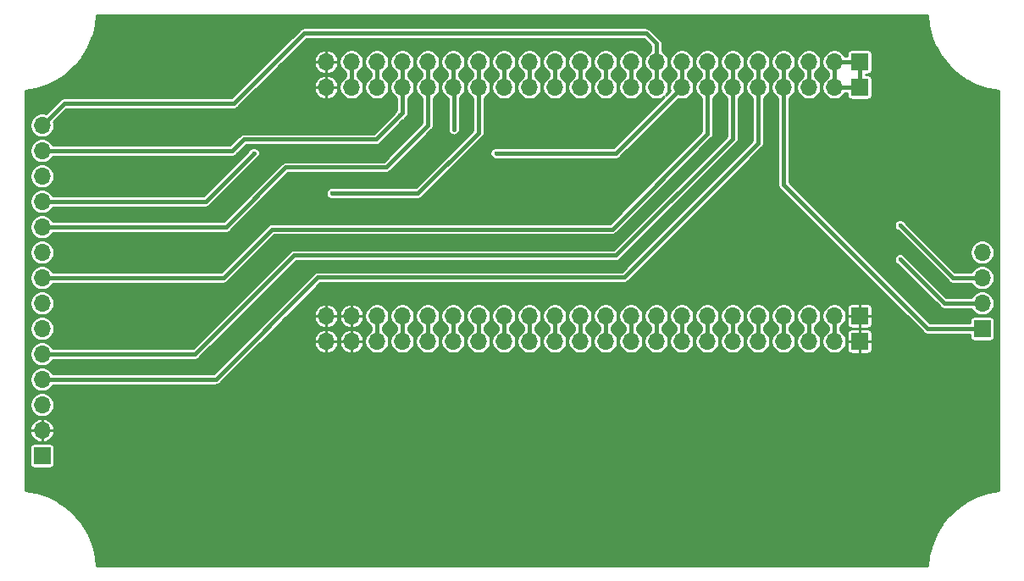
<source format=gtl>
G04 #@! TF.GenerationSoftware,KiCad,Pcbnew,(5.1.6-0)*
G04 #@! TF.CreationDate,2022-05-17T12:15:47+02:00*
G04 #@! TF.ProjectId,ESP32-S3+TFT_Combiner,45535033-322d-4533-932b-5446545f436f,rev?*
G04 #@! TF.SameCoordinates,Original*
G04 #@! TF.FileFunction,Copper,L1,Top*
G04 #@! TF.FilePolarity,Positive*
%FSLAX46Y46*%
G04 Gerber Fmt 4.6, Leading zero omitted, Abs format (unit mm)*
G04 Created by KiCad (PCBNEW (5.1.6-0)) date 2022-05-17 12:15:47*
%MOMM*%
%LPD*%
G01*
G04 APERTURE LIST*
G04 #@! TA.AperFunction,ComponentPad*
%ADD10O,1.700000X1.700000*%
G04 #@! TD*
G04 #@! TA.AperFunction,ComponentPad*
%ADD11R,1.700000X1.700000*%
G04 #@! TD*
G04 #@! TA.AperFunction,ViaPad*
%ADD12C,0.450000*%
G04 #@! TD*
G04 #@! TA.AperFunction,Conductor*
%ADD13C,0.381000*%
G04 #@! TD*
G04 #@! TA.AperFunction,Conductor*
%ADD14C,0.254000*%
G04 #@! TD*
G04 APERTURE END LIST*
D10*
X177800000Y-67310000D03*
X177800000Y-69850000D03*
X177800000Y-72390000D03*
D11*
X177800000Y-74930000D03*
D10*
X112220000Y-73660000D03*
X114760000Y-73660000D03*
X117300000Y-73660000D03*
X119840000Y-73660000D03*
X122380000Y-73660000D03*
X124920000Y-73660000D03*
X127460000Y-73660000D03*
X130000000Y-73660000D03*
X132540000Y-73660000D03*
X135080000Y-73660000D03*
X137620000Y-73660000D03*
X140160000Y-73660000D03*
X142700000Y-73660000D03*
X145240000Y-73660000D03*
X147780000Y-73660000D03*
X150320000Y-73660000D03*
X152860000Y-73660000D03*
X155400000Y-73660000D03*
X157940000Y-73660000D03*
X160480000Y-73660000D03*
X163020000Y-73660000D03*
D11*
X165560000Y-73660000D03*
D10*
X112220000Y-48260000D03*
X114760000Y-48260000D03*
X117300000Y-48260000D03*
X119840000Y-48260000D03*
X122380000Y-48260000D03*
X124920000Y-48260000D03*
X127460000Y-48260000D03*
X130000000Y-48260000D03*
X132540000Y-48260000D03*
X135080000Y-48260000D03*
X137620000Y-48260000D03*
X140160000Y-48260000D03*
X142700000Y-48260000D03*
X145240000Y-48260000D03*
X147780000Y-48260000D03*
X150320000Y-48260000D03*
X152860000Y-48260000D03*
X155400000Y-48260000D03*
X157940000Y-48260000D03*
X160480000Y-48260000D03*
X163020000Y-48260000D03*
D11*
X165560000Y-48260000D03*
D10*
X112220000Y-76200000D03*
X114760000Y-76200000D03*
X117300000Y-76200000D03*
X119840000Y-76200000D03*
X122380000Y-76200000D03*
X124920000Y-76200000D03*
X127460000Y-76200000D03*
X130000000Y-76200000D03*
X132540000Y-76200000D03*
X135080000Y-76200000D03*
X137620000Y-76200000D03*
X140160000Y-76200000D03*
X142700000Y-76200000D03*
X145240000Y-76200000D03*
X147780000Y-76200000D03*
X150320000Y-76200000D03*
X152860000Y-76200000D03*
X155400000Y-76200000D03*
X157940000Y-76200000D03*
X160480000Y-76200000D03*
X163020000Y-76200000D03*
D11*
X165560000Y-76200000D03*
D10*
X112220000Y-50800000D03*
X114760000Y-50800000D03*
X117300000Y-50800000D03*
X119840000Y-50800000D03*
X122380000Y-50800000D03*
X124920000Y-50800000D03*
X127460000Y-50800000D03*
X130000000Y-50800000D03*
X132540000Y-50800000D03*
X135080000Y-50800000D03*
X137620000Y-50800000D03*
X140160000Y-50800000D03*
X142700000Y-50800000D03*
X145240000Y-50800000D03*
X147780000Y-50800000D03*
X150320000Y-50800000D03*
X152860000Y-50800000D03*
X155400000Y-50800000D03*
X157940000Y-50800000D03*
X160480000Y-50800000D03*
X163020000Y-50800000D03*
D11*
X165560000Y-50800000D03*
D10*
X83820000Y-54610000D03*
X83820000Y-57150000D03*
X83820000Y-59690000D03*
X83820000Y-62230000D03*
X83820000Y-64770000D03*
X83820000Y-67310000D03*
X83820000Y-69850000D03*
X83820000Y-72390000D03*
X83820000Y-74930000D03*
X83820000Y-77470000D03*
X83820000Y-80010000D03*
X83820000Y-82550000D03*
X83820000Y-85090000D03*
D11*
X83820000Y-87630000D03*
D12*
X91370000Y-64770000D03*
X169600000Y-64600000D03*
X119600000Y-53600000D03*
X169600000Y-68000000D03*
X125000002Y-55000000D03*
X105000000Y-57400000D03*
X129200000Y-57400000D03*
X112800000Y-61400000D03*
D13*
X119840000Y-76200000D02*
X119840000Y-73660000D01*
X122380000Y-76200000D02*
X122380000Y-73660000D01*
X135080000Y-48260000D02*
X135080000Y-50800000D01*
X155400000Y-76200000D02*
X155400000Y-73660000D01*
X117300000Y-50800000D02*
X117300000Y-48260000D01*
X132540000Y-76200000D02*
X132540000Y-73660000D01*
X142700000Y-50800000D02*
X142700000Y-48260000D01*
X122380000Y-50800000D02*
X122380000Y-48260000D01*
X122380000Y-54620000D02*
X122380000Y-50800000D01*
X118200000Y-58800000D02*
X122380000Y-54620000D01*
X108200000Y-58800000D02*
X118200000Y-58800000D01*
X102230000Y-64770000D02*
X108200000Y-58800000D01*
X91370000Y-64770000D02*
X102230000Y-64770000D01*
X83820000Y-64770000D02*
X91370000Y-64770000D01*
X119840000Y-48260000D02*
X119840000Y-50800000D01*
X177800000Y-69850000D02*
X177750000Y-69900000D01*
X117200000Y-56000000D02*
X119840000Y-53360000D01*
X119840000Y-53360000D02*
X119840000Y-50800000D01*
X104000000Y-56000000D02*
X117200000Y-56000000D01*
X102850000Y-57150000D02*
X104000000Y-56000000D01*
X83820000Y-57150000D02*
X102850000Y-57150000D01*
X174850000Y-69850000D02*
X169600000Y-64600000D01*
X177800000Y-69850000D02*
X174850000Y-69850000D01*
X124920000Y-48260000D02*
X124920000Y-50800000D01*
X177800000Y-72390000D02*
X173990000Y-72390000D01*
X173990000Y-72390000D02*
X169600000Y-68000000D01*
X125000000Y-54999998D02*
X125000002Y-55000000D01*
X125000000Y-50880000D02*
X125000000Y-54999998D01*
X124920000Y-50800000D02*
X125000000Y-50880000D01*
X157940000Y-48260000D02*
X157940000Y-50800000D01*
X157940000Y-60540000D02*
X157940000Y-50800000D01*
X172330000Y-74930000D02*
X157940000Y-60540000D01*
X177800000Y-74930000D02*
X172330000Y-74930000D01*
X145240000Y-48260000D02*
X145240000Y-50800000D01*
X145240000Y-46440000D02*
X145240000Y-48260000D01*
X110000000Y-45400000D02*
X144200000Y-45400000D01*
X144200000Y-45400000D02*
X145240000Y-46440000D01*
X86030000Y-52400000D02*
X103000000Y-52400000D01*
X103000000Y-52400000D02*
X110000000Y-45400000D01*
X83820000Y-54610000D02*
X86030000Y-52400000D01*
X147780000Y-50800000D02*
X147780000Y-48260000D01*
X100170000Y-62230000D02*
X105000000Y-57400000D01*
X83820000Y-62230000D02*
X100170000Y-62230000D01*
X147780000Y-50800000D02*
X141180000Y-57400000D01*
X141180000Y-57400000D02*
X129200000Y-57400000D01*
X150320000Y-48260000D02*
X150320000Y-50800000D01*
X150320000Y-55480000D02*
X150320000Y-50800000D01*
X140800000Y-65000000D02*
X150320000Y-55480000D01*
X101950000Y-69850000D02*
X106800000Y-65000000D01*
X106800000Y-65000000D02*
X140800000Y-65000000D01*
X83820000Y-69850000D02*
X101950000Y-69850000D01*
X152860000Y-50800000D02*
X152860000Y-48260000D01*
X141200000Y-67600000D02*
X152860000Y-55940000D01*
X152860000Y-55940000D02*
X152860000Y-50800000D01*
X99130000Y-77470000D02*
X109000000Y-67600000D01*
X109000000Y-67600000D02*
X141200000Y-67600000D01*
X83820000Y-77470000D02*
X99130000Y-77470000D01*
X155400000Y-50800000D02*
X155400000Y-48260000D01*
X155400000Y-56400000D02*
X155400000Y-50800000D01*
X145800000Y-66000000D02*
X155400000Y-56400000D01*
X98790000Y-80010000D02*
X98800000Y-80000000D01*
X142000000Y-69800000D02*
X145800000Y-66000000D01*
X101200000Y-80000000D02*
X111400000Y-69800000D01*
X98800000Y-80000000D02*
X101200000Y-80000000D01*
X111400000Y-69800000D02*
X142000000Y-69800000D01*
X83820000Y-80010000D02*
X98790000Y-80010000D01*
X127460000Y-50800000D02*
X127460000Y-48260000D01*
X121400000Y-61400000D02*
X112800000Y-61400000D01*
X127460000Y-55340000D02*
X121400000Y-61400000D01*
X127460000Y-50800000D02*
X127460000Y-55340000D01*
X163020000Y-50800000D02*
X163020000Y-48260000D01*
X163020000Y-50800000D02*
X165560000Y-50800000D01*
X165560000Y-48260000D02*
X163020000Y-48260000D01*
X165560000Y-50800000D02*
X165560000Y-48260000D01*
X114760000Y-48260000D02*
X114760000Y-50800000D01*
X130000000Y-48260000D02*
X130000000Y-50800000D01*
X132540000Y-50800000D02*
X132540000Y-48260000D01*
X137620000Y-50800000D02*
X137620000Y-48260000D01*
X140160000Y-48260000D02*
X140160000Y-50800000D01*
X160480000Y-50800000D02*
X160480000Y-48720000D01*
X117300000Y-76200000D02*
X117300000Y-73660000D01*
X124920000Y-76200000D02*
X124920000Y-73660000D01*
X163020000Y-73660000D02*
X163020000Y-76200000D01*
X130000000Y-73660000D02*
X130000000Y-76200000D01*
X135080000Y-76200000D02*
X135080000Y-73660000D01*
X137620000Y-76200000D02*
X137620000Y-73660000D01*
X140160000Y-76200000D02*
X140160000Y-73660000D01*
X142700000Y-76200000D02*
X142700000Y-73660000D01*
X145240000Y-76200000D02*
X145240000Y-73660000D01*
X147780000Y-76200000D02*
X147780000Y-73660000D01*
X150320000Y-76200000D02*
X150320000Y-73660000D01*
X152860000Y-73660000D02*
X152860000Y-76200000D01*
X157940000Y-76200000D02*
X157940000Y-73660000D01*
X160480000Y-73660000D02*
X160480000Y-76200000D01*
X127460000Y-76200000D02*
X127460000Y-73660000D01*
D14*
G36*
X172422090Y-44512981D02*
G01*
X172423549Y-44521271D01*
X172424144Y-44529666D01*
X172431886Y-44569291D01*
X172697059Y-45640455D01*
X172699913Y-45649211D01*
X172701889Y-45658232D01*
X172715270Y-45696324D01*
X173132294Y-46717990D01*
X173136388Y-46726254D01*
X173139641Y-46734883D01*
X173158380Y-46770645D01*
X173718519Y-47721409D01*
X173723764Y-47728997D01*
X173728228Y-47737065D01*
X173751933Y-47769747D01*
X174443455Y-48629693D01*
X174449737Y-48636440D01*
X174455322Y-48643784D01*
X174483497Y-48672701D01*
X175291914Y-49423814D01*
X175299101Y-49429582D01*
X175305690Y-49436044D01*
X175337745Y-49460592D01*
X176246121Y-50087138D01*
X176254071Y-50091811D01*
X176261519Y-50097251D01*
X176296781Y-50116914D01*
X177286089Y-50605768D01*
X177294627Y-50609243D01*
X177302786Y-50613553D01*
X177340518Y-50627920D01*
X178390033Y-50968839D01*
X178398981Y-50971044D01*
X178407678Y-50974132D01*
X178447088Y-50982902D01*
X179429230Y-51150707D01*
X179424751Y-91104948D01*
X178503654Y-91260677D01*
X178495736Y-91262614D01*
X178487661Y-91263712D01*
X178448616Y-91273987D01*
X177399049Y-91606803D01*
X177390486Y-91610219D01*
X177381620Y-91612768D01*
X177344467Y-91628572D01*
X176353938Y-92109414D01*
X176345952Y-92114033D01*
X176337553Y-92117833D01*
X176303071Y-92138834D01*
X175392329Y-92757628D01*
X175385100Y-92763346D01*
X175377329Y-92768324D01*
X175346241Y-92794084D01*
X174534366Y-93537869D01*
X174528041Y-93544568D01*
X174521068Y-93550617D01*
X174494024Y-93580595D01*
X173798021Y-94433788D01*
X173792724Y-94441337D01*
X173786704Y-94448322D01*
X173764270Y-94481890D01*
X173198721Y-95426618D01*
X173194572Y-95434848D01*
X173189619Y-95442635D01*
X173172266Y-95479089D01*
X172749019Y-96495563D01*
X172746102Y-96504305D01*
X172742324Y-96512727D01*
X172730415Y-96551304D01*
X172458336Y-97618229D01*
X172456710Y-97627306D01*
X172454190Y-97636178D01*
X172447975Y-97676071D01*
X172345082Y-98654000D01*
X89292869Y-98654000D01*
X89204376Y-97765616D01*
X89203025Y-97757825D01*
X89202505Y-97749932D01*
X89194961Y-97710269D01*
X88935148Y-96637791D01*
X88932337Y-96629018D01*
X88930407Y-96619991D01*
X88917217Y-96581832D01*
X88505306Y-95558094D01*
X88501256Y-95549815D01*
X88498044Y-95541164D01*
X88479484Y-95505309D01*
X87924105Y-94551756D01*
X87918902Y-94544148D01*
X87914475Y-94536051D01*
X87890933Y-94503251D01*
X87203720Y-93639858D01*
X87197473Y-93633081D01*
X87191924Y-93625708D01*
X87163894Y-93596650D01*
X86359243Y-92841504D01*
X86352079Y-92835696D01*
X86345527Y-92829205D01*
X86313596Y-92804498D01*
X85408363Y-92173418D01*
X85400443Y-92168709D01*
X85393017Y-92163228D01*
X85357853Y-92143389D01*
X84371001Y-91649595D01*
X84362482Y-91646078D01*
X84354344Y-91641727D01*
X84316685Y-91627172D01*
X83268888Y-91281008D01*
X83259947Y-91278757D01*
X83251269Y-91275627D01*
X83211904Y-91266660D01*
X82206685Y-91089736D01*
X82205130Y-86780000D01*
X82587157Y-86780000D01*
X82587157Y-88480000D01*
X82594513Y-88554689D01*
X82616299Y-88626508D01*
X82651678Y-88692696D01*
X82699289Y-88750711D01*
X82757304Y-88798322D01*
X82823492Y-88833701D01*
X82895311Y-88855487D01*
X82970000Y-88862843D01*
X84670000Y-88862843D01*
X84744689Y-88855487D01*
X84816508Y-88833701D01*
X84882696Y-88798322D01*
X84940711Y-88750711D01*
X84988322Y-88692696D01*
X85023701Y-88626508D01*
X85045487Y-88554689D01*
X85052843Y-88480000D01*
X85052843Y-86780000D01*
X85045487Y-86705311D01*
X85023701Y-86633492D01*
X84988322Y-86567304D01*
X84940711Y-86509289D01*
X84882696Y-86461678D01*
X84816508Y-86426299D01*
X84744689Y-86404513D01*
X84670000Y-86397157D01*
X82970000Y-86397157D01*
X82895311Y-86404513D01*
X82823492Y-86426299D01*
X82757304Y-86461678D01*
X82699289Y-86509289D01*
X82651678Y-86567304D01*
X82616299Y-86633492D01*
X82594513Y-86705311D01*
X82587157Y-86780000D01*
X82205130Y-86780000D01*
X82204590Y-85283221D01*
X82603246Y-85283221D01*
X82621924Y-85377120D01*
X82700959Y-85605336D01*
X82822998Y-85813748D01*
X82983351Y-85994347D01*
X83175856Y-86140192D01*
X83393115Y-86245679D01*
X83626779Y-86306754D01*
X83819500Y-86226500D01*
X83819500Y-85090500D01*
X83820500Y-85090500D01*
X83820500Y-86226500D01*
X84013221Y-86306754D01*
X84246885Y-86245679D01*
X84464144Y-86140192D01*
X84656649Y-85994347D01*
X84817002Y-85813748D01*
X84939041Y-85605336D01*
X85018076Y-85377120D01*
X85036754Y-85283221D01*
X84956500Y-85090500D01*
X83820500Y-85090500D01*
X83819500Y-85090500D01*
X82683500Y-85090500D01*
X82603246Y-85283221D01*
X82204590Y-85283221D01*
X82204451Y-84896779D01*
X82603246Y-84896779D01*
X82683500Y-85089500D01*
X83819500Y-85089500D01*
X83819500Y-83953500D01*
X83820500Y-83953500D01*
X83820500Y-85089500D01*
X84956500Y-85089500D01*
X85036754Y-84896779D01*
X85018076Y-84802880D01*
X84939041Y-84574664D01*
X84817002Y-84366252D01*
X84656649Y-84185653D01*
X84464144Y-84039808D01*
X84246885Y-83934321D01*
X84013221Y-83873246D01*
X83820500Y-83953500D01*
X83819500Y-83953500D01*
X83626779Y-83873246D01*
X83393115Y-83934321D01*
X83175856Y-84039808D01*
X82983351Y-84185653D01*
X82822998Y-84366252D01*
X82700959Y-84574664D01*
X82621924Y-84802880D01*
X82603246Y-84896779D01*
X82204451Y-84896779D01*
X82203560Y-82428757D01*
X82589000Y-82428757D01*
X82589000Y-82671243D01*
X82636307Y-82909069D01*
X82729102Y-83133097D01*
X82863820Y-83334717D01*
X83035283Y-83506180D01*
X83236903Y-83640898D01*
X83460931Y-83733693D01*
X83698757Y-83781000D01*
X83941243Y-83781000D01*
X84179069Y-83733693D01*
X84403097Y-83640898D01*
X84604717Y-83506180D01*
X84776180Y-83334717D01*
X84910898Y-83133097D01*
X85003693Y-82909069D01*
X85051000Y-82671243D01*
X85051000Y-82428757D01*
X85003693Y-82190931D01*
X84910898Y-81966903D01*
X84776180Y-81765283D01*
X84604717Y-81593820D01*
X84403097Y-81459102D01*
X84179069Y-81366307D01*
X83941243Y-81319000D01*
X83698757Y-81319000D01*
X83460931Y-81366307D01*
X83236903Y-81459102D01*
X83035283Y-81593820D01*
X82863820Y-81765283D01*
X82729102Y-81966903D01*
X82636307Y-82190931D01*
X82589000Y-82428757D01*
X82203560Y-82428757D01*
X82202643Y-79888757D01*
X82589000Y-79888757D01*
X82589000Y-80131243D01*
X82636307Y-80369069D01*
X82729102Y-80593097D01*
X82863820Y-80794717D01*
X83035283Y-80966180D01*
X83236903Y-81100898D01*
X83460931Y-81193693D01*
X83698757Y-81241000D01*
X83941243Y-81241000D01*
X84179069Y-81193693D01*
X84403097Y-81100898D01*
X84604717Y-80966180D01*
X84776180Y-80794717D01*
X84910898Y-80593097D01*
X84915702Y-80581500D01*
X98761926Y-80581500D01*
X98790000Y-80584265D01*
X98818074Y-80581500D01*
X98902034Y-80573231D01*
X98907740Y-80571500D01*
X101171926Y-80571500D01*
X101200000Y-80574265D01*
X101228074Y-80571500D01*
X101312034Y-80563231D01*
X101419762Y-80530552D01*
X101519045Y-80477484D01*
X101606067Y-80406067D01*
X101623970Y-80384252D01*
X105615001Y-76393221D01*
X111003246Y-76393221D01*
X111064321Y-76626885D01*
X111169808Y-76844144D01*
X111315653Y-77036649D01*
X111496252Y-77197002D01*
X111704664Y-77319041D01*
X111932880Y-77398076D01*
X112026779Y-77416754D01*
X112219500Y-77336500D01*
X112219500Y-76200500D01*
X112220500Y-76200500D01*
X112220500Y-77336500D01*
X112413221Y-77416754D01*
X112507120Y-77398076D01*
X112735336Y-77319041D01*
X112943748Y-77197002D01*
X113124347Y-77036649D01*
X113270192Y-76844144D01*
X113375679Y-76626885D01*
X113436754Y-76393221D01*
X113543246Y-76393221D01*
X113604321Y-76626885D01*
X113709808Y-76844144D01*
X113855653Y-77036649D01*
X114036252Y-77197002D01*
X114244664Y-77319041D01*
X114472880Y-77398076D01*
X114566779Y-77416754D01*
X114759500Y-77336500D01*
X114759500Y-76200500D01*
X114760500Y-76200500D01*
X114760500Y-77336500D01*
X114953221Y-77416754D01*
X115047120Y-77398076D01*
X115275336Y-77319041D01*
X115483748Y-77197002D01*
X115664347Y-77036649D01*
X115810192Y-76844144D01*
X115915679Y-76626885D01*
X115976754Y-76393221D01*
X115896500Y-76200500D01*
X114760500Y-76200500D01*
X114759500Y-76200500D01*
X113623500Y-76200500D01*
X113543246Y-76393221D01*
X113436754Y-76393221D01*
X113356500Y-76200500D01*
X112220500Y-76200500D01*
X112219500Y-76200500D01*
X111083500Y-76200500D01*
X111003246Y-76393221D01*
X105615001Y-76393221D01*
X106001443Y-76006779D01*
X111003246Y-76006779D01*
X111083500Y-76199500D01*
X112219500Y-76199500D01*
X112219500Y-75063500D01*
X112220500Y-75063500D01*
X112220500Y-76199500D01*
X113356500Y-76199500D01*
X113436754Y-76006779D01*
X113543246Y-76006779D01*
X113623500Y-76199500D01*
X114759500Y-76199500D01*
X114759500Y-75063500D01*
X114760500Y-75063500D01*
X114760500Y-76199500D01*
X115896500Y-76199500D01*
X115976754Y-76006779D01*
X115915679Y-75773115D01*
X115810192Y-75555856D01*
X115664347Y-75363351D01*
X115483748Y-75202998D01*
X115275336Y-75080959D01*
X115047120Y-75001924D01*
X114953221Y-74983246D01*
X114760500Y-75063500D01*
X114759500Y-75063500D01*
X114566779Y-74983246D01*
X114472880Y-75001924D01*
X114244664Y-75080959D01*
X114036252Y-75202998D01*
X113855653Y-75363351D01*
X113709808Y-75555856D01*
X113604321Y-75773115D01*
X113543246Y-76006779D01*
X113436754Y-76006779D01*
X113375679Y-75773115D01*
X113270192Y-75555856D01*
X113124347Y-75363351D01*
X112943748Y-75202998D01*
X112735336Y-75080959D01*
X112507120Y-75001924D01*
X112413221Y-74983246D01*
X112220500Y-75063500D01*
X112219500Y-75063500D01*
X112026779Y-74983246D01*
X111932880Y-75001924D01*
X111704664Y-75080959D01*
X111496252Y-75202998D01*
X111315653Y-75363351D01*
X111169808Y-75555856D01*
X111064321Y-75773115D01*
X111003246Y-76006779D01*
X106001443Y-76006779D01*
X108155001Y-73853221D01*
X111003246Y-73853221D01*
X111064321Y-74086885D01*
X111169808Y-74304144D01*
X111315653Y-74496649D01*
X111496252Y-74657002D01*
X111704664Y-74779041D01*
X111932880Y-74858076D01*
X112026779Y-74876754D01*
X112219500Y-74796500D01*
X112219500Y-73660500D01*
X112220500Y-73660500D01*
X112220500Y-74796500D01*
X112413221Y-74876754D01*
X112507120Y-74858076D01*
X112735336Y-74779041D01*
X112943748Y-74657002D01*
X113124347Y-74496649D01*
X113270192Y-74304144D01*
X113375679Y-74086885D01*
X113436754Y-73853221D01*
X113543246Y-73853221D01*
X113604321Y-74086885D01*
X113709808Y-74304144D01*
X113855653Y-74496649D01*
X114036252Y-74657002D01*
X114244664Y-74779041D01*
X114472880Y-74858076D01*
X114566779Y-74876754D01*
X114759500Y-74796500D01*
X114759500Y-73660500D01*
X114760500Y-73660500D01*
X114760500Y-74796500D01*
X114953221Y-74876754D01*
X115047120Y-74858076D01*
X115275336Y-74779041D01*
X115483748Y-74657002D01*
X115664347Y-74496649D01*
X115810192Y-74304144D01*
X115915679Y-74086885D01*
X115976754Y-73853221D01*
X115896500Y-73660500D01*
X114760500Y-73660500D01*
X114759500Y-73660500D01*
X113623500Y-73660500D01*
X113543246Y-73853221D01*
X113436754Y-73853221D01*
X113356500Y-73660500D01*
X112220500Y-73660500D01*
X112219500Y-73660500D01*
X111083500Y-73660500D01*
X111003246Y-73853221D01*
X108155001Y-73853221D01*
X108541443Y-73466779D01*
X111003246Y-73466779D01*
X111083500Y-73659500D01*
X112219500Y-73659500D01*
X112219500Y-72523500D01*
X112220500Y-72523500D01*
X112220500Y-73659500D01*
X113356500Y-73659500D01*
X113436754Y-73466779D01*
X113543246Y-73466779D01*
X113623500Y-73659500D01*
X114759500Y-73659500D01*
X114759500Y-72523500D01*
X114760500Y-72523500D01*
X114760500Y-73659500D01*
X115896500Y-73659500D01*
X115946780Y-73538757D01*
X116069000Y-73538757D01*
X116069000Y-73781243D01*
X116116307Y-74019069D01*
X116209102Y-74243097D01*
X116343820Y-74444717D01*
X116515283Y-74616180D01*
X116716903Y-74750898D01*
X116728501Y-74755702D01*
X116728500Y-75104298D01*
X116716903Y-75109102D01*
X116515283Y-75243820D01*
X116343820Y-75415283D01*
X116209102Y-75616903D01*
X116116307Y-75840931D01*
X116069000Y-76078757D01*
X116069000Y-76321243D01*
X116116307Y-76559069D01*
X116209102Y-76783097D01*
X116343820Y-76984717D01*
X116515283Y-77156180D01*
X116716903Y-77290898D01*
X116940931Y-77383693D01*
X117178757Y-77431000D01*
X117421243Y-77431000D01*
X117659069Y-77383693D01*
X117883097Y-77290898D01*
X118084717Y-77156180D01*
X118256180Y-76984717D01*
X118390898Y-76783097D01*
X118483693Y-76559069D01*
X118531000Y-76321243D01*
X118531000Y-76078757D01*
X118483693Y-75840931D01*
X118390898Y-75616903D01*
X118256180Y-75415283D01*
X118084717Y-75243820D01*
X117883097Y-75109102D01*
X117871500Y-75104298D01*
X117871500Y-74755702D01*
X117883097Y-74750898D01*
X118084717Y-74616180D01*
X118256180Y-74444717D01*
X118390898Y-74243097D01*
X118483693Y-74019069D01*
X118531000Y-73781243D01*
X118531000Y-73538757D01*
X118609000Y-73538757D01*
X118609000Y-73781243D01*
X118656307Y-74019069D01*
X118749102Y-74243097D01*
X118883820Y-74444717D01*
X119055283Y-74616180D01*
X119256903Y-74750898D01*
X119268501Y-74755702D01*
X119268500Y-75104298D01*
X119256903Y-75109102D01*
X119055283Y-75243820D01*
X118883820Y-75415283D01*
X118749102Y-75616903D01*
X118656307Y-75840931D01*
X118609000Y-76078757D01*
X118609000Y-76321243D01*
X118656307Y-76559069D01*
X118749102Y-76783097D01*
X118883820Y-76984717D01*
X119055283Y-77156180D01*
X119256903Y-77290898D01*
X119480931Y-77383693D01*
X119718757Y-77431000D01*
X119961243Y-77431000D01*
X120199069Y-77383693D01*
X120423097Y-77290898D01*
X120624717Y-77156180D01*
X120796180Y-76984717D01*
X120930898Y-76783097D01*
X121023693Y-76559069D01*
X121071000Y-76321243D01*
X121071000Y-76078757D01*
X121023693Y-75840931D01*
X120930898Y-75616903D01*
X120796180Y-75415283D01*
X120624717Y-75243820D01*
X120423097Y-75109102D01*
X120411500Y-75104298D01*
X120411500Y-74755702D01*
X120423097Y-74750898D01*
X120624717Y-74616180D01*
X120796180Y-74444717D01*
X120930898Y-74243097D01*
X121023693Y-74019069D01*
X121071000Y-73781243D01*
X121071000Y-73538757D01*
X121149000Y-73538757D01*
X121149000Y-73781243D01*
X121196307Y-74019069D01*
X121289102Y-74243097D01*
X121423820Y-74444717D01*
X121595283Y-74616180D01*
X121796903Y-74750898D01*
X121808501Y-74755702D01*
X121808500Y-75104298D01*
X121796903Y-75109102D01*
X121595283Y-75243820D01*
X121423820Y-75415283D01*
X121289102Y-75616903D01*
X121196307Y-75840931D01*
X121149000Y-76078757D01*
X121149000Y-76321243D01*
X121196307Y-76559069D01*
X121289102Y-76783097D01*
X121423820Y-76984717D01*
X121595283Y-77156180D01*
X121796903Y-77290898D01*
X122020931Y-77383693D01*
X122258757Y-77431000D01*
X122501243Y-77431000D01*
X122739069Y-77383693D01*
X122963097Y-77290898D01*
X123164717Y-77156180D01*
X123336180Y-76984717D01*
X123470898Y-76783097D01*
X123563693Y-76559069D01*
X123611000Y-76321243D01*
X123611000Y-76078757D01*
X123563693Y-75840931D01*
X123470898Y-75616903D01*
X123336180Y-75415283D01*
X123164717Y-75243820D01*
X122963097Y-75109102D01*
X122951500Y-75104298D01*
X122951500Y-74755702D01*
X122963097Y-74750898D01*
X123164717Y-74616180D01*
X123336180Y-74444717D01*
X123470898Y-74243097D01*
X123563693Y-74019069D01*
X123611000Y-73781243D01*
X123611000Y-73538757D01*
X123689000Y-73538757D01*
X123689000Y-73781243D01*
X123736307Y-74019069D01*
X123829102Y-74243097D01*
X123963820Y-74444717D01*
X124135283Y-74616180D01*
X124336903Y-74750898D01*
X124348501Y-74755702D01*
X124348500Y-75104298D01*
X124336903Y-75109102D01*
X124135283Y-75243820D01*
X123963820Y-75415283D01*
X123829102Y-75616903D01*
X123736307Y-75840931D01*
X123689000Y-76078757D01*
X123689000Y-76321243D01*
X123736307Y-76559069D01*
X123829102Y-76783097D01*
X123963820Y-76984717D01*
X124135283Y-77156180D01*
X124336903Y-77290898D01*
X124560931Y-77383693D01*
X124798757Y-77431000D01*
X125041243Y-77431000D01*
X125279069Y-77383693D01*
X125503097Y-77290898D01*
X125704717Y-77156180D01*
X125876180Y-76984717D01*
X126010898Y-76783097D01*
X126103693Y-76559069D01*
X126151000Y-76321243D01*
X126151000Y-76078757D01*
X126103693Y-75840931D01*
X126010898Y-75616903D01*
X125876180Y-75415283D01*
X125704717Y-75243820D01*
X125503097Y-75109102D01*
X125491500Y-75104298D01*
X125491500Y-74755702D01*
X125503097Y-74750898D01*
X125704717Y-74616180D01*
X125876180Y-74444717D01*
X126010898Y-74243097D01*
X126103693Y-74019069D01*
X126151000Y-73781243D01*
X126151000Y-73538757D01*
X126229000Y-73538757D01*
X126229000Y-73781243D01*
X126276307Y-74019069D01*
X126369102Y-74243097D01*
X126503820Y-74444717D01*
X126675283Y-74616180D01*
X126876903Y-74750898D01*
X126888501Y-74755702D01*
X126888500Y-75104298D01*
X126876903Y-75109102D01*
X126675283Y-75243820D01*
X126503820Y-75415283D01*
X126369102Y-75616903D01*
X126276307Y-75840931D01*
X126229000Y-76078757D01*
X126229000Y-76321243D01*
X126276307Y-76559069D01*
X126369102Y-76783097D01*
X126503820Y-76984717D01*
X126675283Y-77156180D01*
X126876903Y-77290898D01*
X127100931Y-77383693D01*
X127338757Y-77431000D01*
X127581243Y-77431000D01*
X127819069Y-77383693D01*
X128043097Y-77290898D01*
X128244717Y-77156180D01*
X128416180Y-76984717D01*
X128550898Y-76783097D01*
X128643693Y-76559069D01*
X128691000Y-76321243D01*
X128691000Y-76078757D01*
X128643693Y-75840931D01*
X128550898Y-75616903D01*
X128416180Y-75415283D01*
X128244717Y-75243820D01*
X128043097Y-75109102D01*
X128031500Y-75104298D01*
X128031500Y-74755702D01*
X128043097Y-74750898D01*
X128244717Y-74616180D01*
X128416180Y-74444717D01*
X128550898Y-74243097D01*
X128643693Y-74019069D01*
X128691000Y-73781243D01*
X128691000Y-73538757D01*
X128769000Y-73538757D01*
X128769000Y-73781243D01*
X128816307Y-74019069D01*
X128909102Y-74243097D01*
X129043820Y-74444717D01*
X129215283Y-74616180D01*
X129416903Y-74750898D01*
X129428500Y-74755702D01*
X129428501Y-75104298D01*
X129416903Y-75109102D01*
X129215283Y-75243820D01*
X129043820Y-75415283D01*
X128909102Y-75616903D01*
X128816307Y-75840931D01*
X128769000Y-76078757D01*
X128769000Y-76321243D01*
X128816307Y-76559069D01*
X128909102Y-76783097D01*
X129043820Y-76984717D01*
X129215283Y-77156180D01*
X129416903Y-77290898D01*
X129640931Y-77383693D01*
X129878757Y-77431000D01*
X130121243Y-77431000D01*
X130359069Y-77383693D01*
X130583097Y-77290898D01*
X130784717Y-77156180D01*
X130956180Y-76984717D01*
X131090898Y-76783097D01*
X131183693Y-76559069D01*
X131231000Y-76321243D01*
X131231000Y-76078757D01*
X131183693Y-75840931D01*
X131090898Y-75616903D01*
X130956180Y-75415283D01*
X130784717Y-75243820D01*
X130583097Y-75109102D01*
X130571500Y-75104298D01*
X130571500Y-74755702D01*
X130583097Y-74750898D01*
X130784717Y-74616180D01*
X130956180Y-74444717D01*
X131090898Y-74243097D01*
X131183693Y-74019069D01*
X131231000Y-73781243D01*
X131231000Y-73538757D01*
X131309000Y-73538757D01*
X131309000Y-73781243D01*
X131356307Y-74019069D01*
X131449102Y-74243097D01*
X131583820Y-74444717D01*
X131755283Y-74616180D01*
X131956903Y-74750898D01*
X131968501Y-74755702D01*
X131968500Y-75104298D01*
X131956903Y-75109102D01*
X131755283Y-75243820D01*
X131583820Y-75415283D01*
X131449102Y-75616903D01*
X131356307Y-75840931D01*
X131309000Y-76078757D01*
X131309000Y-76321243D01*
X131356307Y-76559069D01*
X131449102Y-76783097D01*
X131583820Y-76984717D01*
X131755283Y-77156180D01*
X131956903Y-77290898D01*
X132180931Y-77383693D01*
X132418757Y-77431000D01*
X132661243Y-77431000D01*
X132899069Y-77383693D01*
X133123097Y-77290898D01*
X133324717Y-77156180D01*
X133496180Y-76984717D01*
X133630898Y-76783097D01*
X133723693Y-76559069D01*
X133771000Y-76321243D01*
X133771000Y-76078757D01*
X133723693Y-75840931D01*
X133630898Y-75616903D01*
X133496180Y-75415283D01*
X133324717Y-75243820D01*
X133123097Y-75109102D01*
X133111500Y-75104298D01*
X133111500Y-74755702D01*
X133123097Y-74750898D01*
X133324717Y-74616180D01*
X133496180Y-74444717D01*
X133630898Y-74243097D01*
X133723693Y-74019069D01*
X133771000Y-73781243D01*
X133771000Y-73538757D01*
X133849000Y-73538757D01*
X133849000Y-73781243D01*
X133896307Y-74019069D01*
X133989102Y-74243097D01*
X134123820Y-74444717D01*
X134295283Y-74616180D01*
X134496903Y-74750898D01*
X134508501Y-74755702D01*
X134508500Y-75104298D01*
X134496903Y-75109102D01*
X134295283Y-75243820D01*
X134123820Y-75415283D01*
X133989102Y-75616903D01*
X133896307Y-75840931D01*
X133849000Y-76078757D01*
X133849000Y-76321243D01*
X133896307Y-76559069D01*
X133989102Y-76783097D01*
X134123820Y-76984717D01*
X134295283Y-77156180D01*
X134496903Y-77290898D01*
X134720931Y-77383693D01*
X134958757Y-77431000D01*
X135201243Y-77431000D01*
X135439069Y-77383693D01*
X135663097Y-77290898D01*
X135864717Y-77156180D01*
X136036180Y-76984717D01*
X136170898Y-76783097D01*
X136263693Y-76559069D01*
X136311000Y-76321243D01*
X136311000Y-76078757D01*
X136263693Y-75840931D01*
X136170898Y-75616903D01*
X136036180Y-75415283D01*
X135864717Y-75243820D01*
X135663097Y-75109102D01*
X135651500Y-75104298D01*
X135651500Y-74755702D01*
X135663097Y-74750898D01*
X135864717Y-74616180D01*
X136036180Y-74444717D01*
X136170898Y-74243097D01*
X136263693Y-74019069D01*
X136311000Y-73781243D01*
X136311000Y-73538757D01*
X136389000Y-73538757D01*
X136389000Y-73781243D01*
X136436307Y-74019069D01*
X136529102Y-74243097D01*
X136663820Y-74444717D01*
X136835283Y-74616180D01*
X137036903Y-74750898D01*
X137048501Y-74755702D01*
X137048500Y-75104298D01*
X137036903Y-75109102D01*
X136835283Y-75243820D01*
X136663820Y-75415283D01*
X136529102Y-75616903D01*
X136436307Y-75840931D01*
X136389000Y-76078757D01*
X136389000Y-76321243D01*
X136436307Y-76559069D01*
X136529102Y-76783097D01*
X136663820Y-76984717D01*
X136835283Y-77156180D01*
X137036903Y-77290898D01*
X137260931Y-77383693D01*
X137498757Y-77431000D01*
X137741243Y-77431000D01*
X137979069Y-77383693D01*
X138203097Y-77290898D01*
X138404717Y-77156180D01*
X138576180Y-76984717D01*
X138710898Y-76783097D01*
X138803693Y-76559069D01*
X138851000Y-76321243D01*
X138851000Y-76078757D01*
X138803693Y-75840931D01*
X138710898Y-75616903D01*
X138576180Y-75415283D01*
X138404717Y-75243820D01*
X138203097Y-75109102D01*
X138191500Y-75104298D01*
X138191500Y-74755702D01*
X138203097Y-74750898D01*
X138404717Y-74616180D01*
X138576180Y-74444717D01*
X138710898Y-74243097D01*
X138803693Y-74019069D01*
X138851000Y-73781243D01*
X138851000Y-73538757D01*
X138929000Y-73538757D01*
X138929000Y-73781243D01*
X138976307Y-74019069D01*
X139069102Y-74243097D01*
X139203820Y-74444717D01*
X139375283Y-74616180D01*
X139576903Y-74750898D01*
X139588501Y-74755702D01*
X139588500Y-75104298D01*
X139576903Y-75109102D01*
X139375283Y-75243820D01*
X139203820Y-75415283D01*
X139069102Y-75616903D01*
X138976307Y-75840931D01*
X138929000Y-76078757D01*
X138929000Y-76321243D01*
X138976307Y-76559069D01*
X139069102Y-76783097D01*
X139203820Y-76984717D01*
X139375283Y-77156180D01*
X139576903Y-77290898D01*
X139800931Y-77383693D01*
X140038757Y-77431000D01*
X140281243Y-77431000D01*
X140519069Y-77383693D01*
X140743097Y-77290898D01*
X140944717Y-77156180D01*
X141116180Y-76984717D01*
X141250898Y-76783097D01*
X141343693Y-76559069D01*
X141391000Y-76321243D01*
X141391000Y-76078757D01*
X141343693Y-75840931D01*
X141250898Y-75616903D01*
X141116180Y-75415283D01*
X140944717Y-75243820D01*
X140743097Y-75109102D01*
X140731500Y-75104298D01*
X140731500Y-74755702D01*
X140743097Y-74750898D01*
X140944717Y-74616180D01*
X141116180Y-74444717D01*
X141250898Y-74243097D01*
X141343693Y-74019069D01*
X141391000Y-73781243D01*
X141391000Y-73538757D01*
X141469000Y-73538757D01*
X141469000Y-73781243D01*
X141516307Y-74019069D01*
X141609102Y-74243097D01*
X141743820Y-74444717D01*
X141915283Y-74616180D01*
X142116903Y-74750898D01*
X142128501Y-74755702D01*
X142128500Y-75104298D01*
X142116903Y-75109102D01*
X141915283Y-75243820D01*
X141743820Y-75415283D01*
X141609102Y-75616903D01*
X141516307Y-75840931D01*
X141469000Y-76078757D01*
X141469000Y-76321243D01*
X141516307Y-76559069D01*
X141609102Y-76783097D01*
X141743820Y-76984717D01*
X141915283Y-77156180D01*
X142116903Y-77290898D01*
X142340931Y-77383693D01*
X142578757Y-77431000D01*
X142821243Y-77431000D01*
X143059069Y-77383693D01*
X143283097Y-77290898D01*
X143484717Y-77156180D01*
X143656180Y-76984717D01*
X143790898Y-76783097D01*
X143883693Y-76559069D01*
X143931000Y-76321243D01*
X143931000Y-76078757D01*
X143883693Y-75840931D01*
X143790898Y-75616903D01*
X143656180Y-75415283D01*
X143484717Y-75243820D01*
X143283097Y-75109102D01*
X143271500Y-75104298D01*
X143271500Y-74755702D01*
X143283097Y-74750898D01*
X143484717Y-74616180D01*
X143656180Y-74444717D01*
X143790898Y-74243097D01*
X143883693Y-74019069D01*
X143931000Y-73781243D01*
X143931000Y-73538757D01*
X144009000Y-73538757D01*
X144009000Y-73781243D01*
X144056307Y-74019069D01*
X144149102Y-74243097D01*
X144283820Y-74444717D01*
X144455283Y-74616180D01*
X144656903Y-74750898D01*
X144668501Y-74755702D01*
X144668500Y-75104298D01*
X144656903Y-75109102D01*
X144455283Y-75243820D01*
X144283820Y-75415283D01*
X144149102Y-75616903D01*
X144056307Y-75840931D01*
X144009000Y-76078757D01*
X144009000Y-76321243D01*
X144056307Y-76559069D01*
X144149102Y-76783097D01*
X144283820Y-76984717D01*
X144455283Y-77156180D01*
X144656903Y-77290898D01*
X144880931Y-77383693D01*
X145118757Y-77431000D01*
X145361243Y-77431000D01*
X145599069Y-77383693D01*
X145823097Y-77290898D01*
X146024717Y-77156180D01*
X146196180Y-76984717D01*
X146330898Y-76783097D01*
X146423693Y-76559069D01*
X146471000Y-76321243D01*
X146471000Y-76078757D01*
X146423693Y-75840931D01*
X146330898Y-75616903D01*
X146196180Y-75415283D01*
X146024717Y-75243820D01*
X145823097Y-75109102D01*
X145811500Y-75104298D01*
X145811500Y-74755702D01*
X145823097Y-74750898D01*
X146024717Y-74616180D01*
X146196180Y-74444717D01*
X146330898Y-74243097D01*
X146423693Y-74019069D01*
X146471000Y-73781243D01*
X146471000Y-73538757D01*
X146549000Y-73538757D01*
X146549000Y-73781243D01*
X146596307Y-74019069D01*
X146689102Y-74243097D01*
X146823820Y-74444717D01*
X146995283Y-74616180D01*
X147196903Y-74750898D01*
X147208501Y-74755702D01*
X147208500Y-75104298D01*
X147196903Y-75109102D01*
X146995283Y-75243820D01*
X146823820Y-75415283D01*
X146689102Y-75616903D01*
X146596307Y-75840931D01*
X146549000Y-76078757D01*
X146549000Y-76321243D01*
X146596307Y-76559069D01*
X146689102Y-76783097D01*
X146823820Y-76984717D01*
X146995283Y-77156180D01*
X147196903Y-77290898D01*
X147420931Y-77383693D01*
X147658757Y-77431000D01*
X147901243Y-77431000D01*
X148139069Y-77383693D01*
X148363097Y-77290898D01*
X148564717Y-77156180D01*
X148736180Y-76984717D01*
X148870898Y-76783097D01*
X148963693Y-76559069D01*
X149011000Y-76321243D01*
X149011000Y-76078757D01*
X148963693Y-75840931D01*
X148870898Y-75616903D01*
X148736180Y-75415283D01*
X148564717Y-75243820D01*
X148363097Y-75109102D01*
X148351500Y-75104298D01*
X148351500Y-74755702D01*
X148363097Y-74750898D01*
X148564717Y-74616180D01*
X148736180Y-74444717D01*
X148870898Y-74243097D01*
X148963693Y-74019069D01*
X149011000Y-73781243D01*
X149011000Y-73538757D01*
X149089000Y-73538757D01*
X149089000Y-73781243D01*
X149136307Y-74019069D01*
X149229102Y-74243097D01*
X149363820Y-74444717D01*
X149535283Y-74616180D01*
X149736903Y-74750898D01*
X149748501Y-74755702D01*
X149748500Y-75104298D01*
X149736903Y-75109102D01*
X149535283Y-75243820D01*
X149363820Y-75415283D01*
X149229102Y-75616903D01*
X149136307Y-75840931D01*
X149089000Y-76078757D01*
X149089000Y-76321243D01*
X149136307Y-76559069D01*
X149229102Y-76783097D01*
X149363820Y-76984717D01*
X149535283Y-77156180D01*
X149736903Y-77290898D01*
X149960931Y-77383693D01*
X150198757Y-77431000D01*
X150441243Y-77431000D01*
X150679069Y-77383693D01*
X150903097Y-77290898D01*
X151104717Y-77156180D01*
X151276180Y-76984717D01*
X151410898Y-76783097D01*
X151503693Y-76559069D01*
X151551000Y-76321243D01*
X151551000Y-76078757D01*
X151503693Y-75840931D01*
X151410898Y-75616903D01*
X151276180Y-75415283D01*
X151104717Y-75243820D01*
X150903097Y-75109102D01*
X150891500Y-75104298D01*
X150891500Y-74755702D01*
X150903097Y-74750898D01*
X151104717Y-74616180D01*
X151276180Y-74444717D01*
X151410898Y-74243097D01*
X151503693Y-74019069D01*
X151551000Y-73781243D01*
X151551000Y-73538757D01*
X151629000Y-73538757D01*
X151629000Y-73781243D01*
X151676307Y-74019069D01*
X151769102Y-74243097D01*
X151903820Y-74444717D01*
X152075283Y-74616180D01*
X152276903Y-74750898D01*
X152288500Y-74755702D01*
X152288501Y-75104298D01*
X152276903Y-75109102D01*
X152075283Y-75243820D01*
X151903820Y-75415283D01*
X151769102Y-75616903D01*
X151676307Y-75840931D01*
X151629000Y-76078757D01*
X151629000Y-76321243D01*
X151676307Y-76559069D01*
X151769102Y-76783097D01*
X151903820Y-76984717D01*
X152075283Y-77156180D01*
X152276903Y-77290898D01*
X152500931Y-77383693D01*
X152738757Y-77431000D01*
X152981243Y-77431000D01*
X153219069Y-77383693D01*
X153443097Y-77290898D01*
X153644717Y-77156180D01*
X153816180Y-76984717D01*
X153950898Y-76783097D01*
X154043693Y-76559069D01*
X154091000Y-76321243D01*
X154091000Y-76078757D01*
X154043693Y-75840931D01*
X153950898Y-75616903D01*
X153816180Y-75415283D01*
X153644717Y-75243820D01*
X153443097Y-75109102D01*
X153431500Y-75104298D01*
X153431500Y-74755702D01*
X153443097Y-74750898D01*
X153644717Y-74616180D01*
X153816180Y-74444717D01*
X153950898Y-74243097D01*
X154043693Y-74019069D01*
X154091000Y-73781243D01*
X154091000Y-73538757D01*
X154169000Y-73538757D01*
X154169000Y-73781243D01*
X154216307Y-74019069D01*
X154309102Y-74243097D01*
X154443820Y-74444717D01*
X154615283Y-74616180D01*
X154816903Y-74750898D01*
X154828501Y-74755702D01*
X154828500Y-75104298D01*
X154816903Y-75109102D01*
X154615283Y-75243820D01*
X154443820Y-75415283D01*
X154309102Y-75616903D01*
X154216307Y-75840931D01*
X154169000Y-76078757D01*
X154169000Y-76321243D01*
X154216307Y-76559069D01*
X154309102Y-76783097D01*
X154443820Y-76984717D01*
X154615283Y-77156180D01*
X154816903Y-77290898D01*
X155040931Y-77383693D01*
X155278757Y-77431000D01*
X155521243Y-77431000D01*
X155759069Y-77383693D01*
X155983097Y-77290898D01*
X156184717Y-77156180D01*
X156356180Y-76984717D01*
X156490898Y-76783097D01*
X156583693Y-76559069D01*
X156631000Y-76321243D01*
X156631000Y-76078757D01*
X156583693Y-75840931D01*
X156490898Y-75616903D01*
X156356180Y-75415283D01*
X156184717Y-75243820D01*
X155983097Y-75109102D01*
X155971500Y-75104298D01*
X155971500Y-74755702D01*
X155983097Y-74750898D01*
X156184717Y-74616180D01*
X156356180Y-74444717D01*
X156490898Y-74243097D01*
X156583693Y-74019069D01*
X156631000Y-73781243D01*
X156631000Y-73538757D01*
X156709000Y-73538757D01*
X156709000Y-73781243D01*
X156756307Y-74019069D01*
X156849102Y-74243097D01*
X156983820Y-74444717D01*
X157155283Y-74616180D01*
X157356903Y-74750898D01*
X157368501Y-74755702D01*
X157368500Y-75104298D01*
X157356903Y-75109102D01*
X157155283Y-75243820D01*
X156983820Y-75415283D01*
X156849102Y-75616903D01*
X156756307Y-75840931D01*
X156709000Y-76078757D01*
X156709000Y-76321243D01*
X156756307Y-76559069D01*
X156849102Y-76783097D01*
X156983820Y-76984717D01*
X157155283Y-77156180D01*
X157356903Y-77290898D01*
X157580931Y-77383693D01*
X157818757Y-77431000D01*
X158061243Y-77431000D01*
X158299069Y-77383693D01*
X158523097Y-77290898D01*
X158724717Y-77156180D01*
X158896180Y-76984717D01*
X159030898Y-76783097D01*
X159123693Y-76559069D01*
X159171000Y-76321243D01*
X159171000Y-76078757D01*
X159123693Y-75840931D01*
X159030898Y-75616903D01*
X158896180Y-75415283D01*
X158724717Y-75243820D01*
X158523097Y-75109102D01*
X158511500Y-75104298D01*
X158511500Y-74755702D01*
X158523097Y-74750898D01*
X158724717Y-74616180D01*
X158896180Y-74444717D01*
X159030898Y-74243097D01*
X159123693Y-74019069D01*
X159171000Y-73781243D01*
X159171000Y-73538757D01*
X159249000Y-73538757D01*
X159249000Y-73781243D01*
X159296307Y-74019069D01*
X159389102Y-74243097D01*
X159523820Y-74444717D01*
X159695283Y-74616180D01*
X159896903Y-74750898D01*
X159908500Y-74755702D01*
X159908501Y-75104298D01*
X159896903Y-75109102D01*
X159695283Y-75243820D01*
X159523820Y-75415283D01*
X159389102Y-75616903D01*
X159296307Y-75840931D01*
X159249000Y-76078757D01*
X159249000Y-76321243D01*
X159296307Y-76559069D01*
X159389102Y-76783097D01*
X159523820Y-76984717D01*
X159695283Y-77156180D01*
X159896903Y-77290898D01*
X160120931Y-77383693D01*
X160358757Y-77431000D01*
X160601243Y-77431000D01*
X160839069Y-77383693D01*
X161063097Y-77290898D01*
X161264717Y-77156180D01*
X161436180Y-76984717D01*
X161570898Y-76783097D01*
X161663693Y-76559069D01*
X161711000Y-76321243D01*
X161711000Y-76078757D01*
X161663693Y-75840931D01*
X161570898Y-75616903D01*
X161436180Y-75415283D01*
X161264717Y-75243820D01*
X161063097Y-75109102D01*
X161051500Y-75104298D01*
X161051500Y-74755702D01*
X161063097Y-74750898D01*
X161264717Y-74616180D01*
X161436180Y-74444717D01*
X161570898Y-74243097D01*
X161663693Y-74019069D01*
X161711000Y-73781243D01*
X161711000Y-73538757D01*
X161789000Y-73538757D01*
X161789000Y-73781243D01*
X161836307Y-74019069D01*
X161929102Y-74243097D01*
X162063820Y-74444717D01*
X162235283Y-74616180D01*
X162436903Y-74750898D01*
X162448500Y-74755702D01*
X162448501Y-75104298D01*
X162436903Y-75109102D01*
X162235283Y-75243820D01*
X162063820Y-75415283D01*
X161929102Y-75616903D01*
X161836307Y-75840931D01*
X161789000Y-76078757D01*
X161789000Y-76321243D01*
X161836307Y-76559069D01*
X161929102Y-76783097D01*
X162063820Y-76984717D01*
X162235283Y-77156180D01*
X162436903Y-77290898D01*
X162660931Y-77383693D01*
X162898757Y-77431000D01*
X163141243Y-77431000D01*
X163379069Y-77383693D01*
X163603097Y-77290898D01*
X163804717Y-77156180D01*
X163910897Y-77050000D01*
X164326152Y-77050000D01*
X164333528Y-77124885D01*
X164355371Y-77196892D01*
X164390842Y-77263255D01*
X164438578Y-77321422D01*
X164496745Y-77369158D01*
X164563108Y-77404629D01*
X164635115Y-77426472D01*
X164710000Y-77433848D01*
X165464000Y-77432000D01*
X165559500Y-77336500D01*
X165559500Y-76200500D01*
X165560500Y-76200500D01*
X165560500Y-77336500D01*
X165656000Y-77432000D01*
X166410000Y-77433848D01*
X166484885Y-77426472D01*
X166556892Y-77404629D01*
X166623255Y-77369158D01*
X166681422Y-77321422D01*
X166729158Y-77263255D01*
X166764629Y-77196892D01*
X166786472Y-77124885D01*
X166793848Y-77050000D01*
X166792000Y-76296000D01*
X166696500Y-76200500D01*
X165560500Y-76200500D01*
X165559500Y-76200500D01*
X164423500Y-76200500D01*
X164328000Y-76296000D01*
X164326152Y-77050000D01*
X163910897Y-77050000D01*
X163976180Y-76984717D01*
X164110898Y-76783097D01*
X164203693Y-76559069D01*
X164251000Y-76321243D01*
X164251000Y-76078757D01*
X164203693Y-75840931D01*
X164110898Y-75616903D01*
X163976180Y-75415283D01*
X163910897Y-75350000D01*
X164326152Y-75350000D01*
X164328000Y-76104000D01*
X164423500Y-76199500D01*
X165559500Y-76199500D01*
X165559500Y-75063500D01*
X165560500Y-75063500D01*
X165560500Y-76199500D01*
X166696500Y-76199500D01*
X166792000Y-76104000D01*
X166793848Y-75350000D01*
X166786472Y-75275115D01*
X166764629Y-75203108D01*
X166729158Y-75136745D01*
X166681422Y-75078578D01*
X166623255Y-75030842D01*
X166556892Y-74995371D01*
X166484885Y-74973528D01*
X166410000Y-74966152D01*
X165656000Y-74968000D01*
X165560500Y-75063500D01*
X165559500Y-75063500D01*
X165464000Y-74968000D01*
X164710000Y-74966152D01*
X164635115Y-74973528D01*
X164563108Y-74995371D01*
X164496745Y-75030842D01*
X164438578Y-75078578D01*
X164390842Y-75136745D01*
X164355371Y-75203108D01*
X164333528Y-75275115D01*
X164326152Y-75350000D01*
X163910897Y-75350000D01*
X163804717Y-75243820D01*
X163603097Y-75109102D01*
X163591500Y-75104298D01*
X163591500Y-74755702D01*
X163603097Y-74750898D01*
X163804717Y-74616180D01*
X163910897Y-74510000D01*
X164326152Y-74510000D01*
X164333528Y-74584885D01*
X164355371Y-74656892D01*
X164390842Y-74723255D01*
X164438578Y-74781422D01*
X164496745Y-74829158D01*
X164563108Y-74864629D01*
X164635115Y-74886472D01*
X164710000Y-74893848D01*
X165464000Y-74892000D01*
X165559500Y-74796500D01*
X165559500Y-73660500D01*
X165560500Y-73660500D01*
X165560500Y-74796500D01*
X165656000Y-74892000D01*
X166410000Y-74893848D01*
X166484885Y-74886472D01*
X166556892Y-74864629D01*
X166623255Y-74829158D01*
X166681422Y-74781422D01*
X166729158Y-74723255D01*
X166764629Y-74656892D01*
X166786472Y-74584885D01*
X166793848Y-74510000D01*
X166792000Y-73756000D01*
X166696500Y-73660500D01*
X165560500Y-73660500D01*
X165559500Y-73660500D01*
X164423500Y-73660500D01*
X164328000Y-73756000D01*
X164326152Y-74510000D01*
X163910897Y-74510000D01*
X163976180Y-74444717D01*
X164110898Y-74243097D01*
X164203693Y-74019069D01*
X164251000Y-73781243D01*
X164251000Y-73538757D01*
X164203693Y-73300931D01*
X164110898Y-73076903D01*
X163976180Y-72875283D01*
X163910897Y-72810000D01*
X164326152Y-72810000D01*
X164328000Y-73564000D01*
X164423500Y-73659500D01*
X165559500Y-73659500D01*
X165559500Y-72523500D01*
X165560500Y-72523500D01*
X165560500Y-73659500D01*
X166696500Y-73659500D01*
X166792000Y-73564000D01*
X166793848Y-72810000D01*
X166786472Y-72735115D01*
X166764629Y-72663108D01*
X166729158Y-72596745D01*
X166681422Y-72538578D01*
X166623255Y-72490842D01*
X166556892Y-72455371D01*
X166484885Y-72433528D01*
X166410000Y-72426152D01*
X165656000Y-72428000D01*
X165560500Y-72523500D01*
X165559500Y-72523500D01*
X165464000Y-72428000D01*
X164710000Y-72426152D01*
X164635115Y-72433528D01*
X164563108Y-72455371D01*
X164496745Y-72490842D01*
X164438578Y-72538578D01*
X164390842Y-72596745D01*
X164355371Y-72663108D01*
X164333528Y-72735115D01*
X164326152Y-72810000D01*
X163910897Y-72810000D01*
X163804717Y-72703820D01*
X163603097Y-72569102D01*
X163379069Y-72476307D01*
X163141243Y-72429000D01*
X162898757Y-72429000D01*
X162660931Y-72476307D01*
X162436903Y-72569102D01*
X162235283Y-72703820D01*
X162063820Y-72875283D01*
X161929102Y-73076903D01*
X161836307Y-73300931D01*
X161789000Y-73538757D01*
X161711000Y-73538757D01*
X161663693Y-73300931D01*
X161570898Y-73076903D01*
X161436180Y-72875283D01*
X161264717Y-72703820D01*
X161063097Y-72569102D01*
X160839069Y-72476307D01*
X160601243Y-72429000D01*
X160358757Y-72429000D01*
X160120931Y-72476307D01*
X159896903Y-72569102D01*
X159695283Y-72703820D01*
X159523820Y-72875283D01*
X159389102Y-73076903D01*
X159296307Y-73300931D01*
X159249000Y-73538757D01*
X159171000Y-73538757D01*
X159123693Y-73300931D01*
X159030898Y-73076903D01*
X158896180Y-72875283D01*
X158724717Y-72703820D01*
X158523097Y-72569102D01*
X158299069Y-72476307D01*
X158061243Y-72429000D01*
X157818757Y-72429000D01*
X157580931Y-72476307D01*
X157356903Y-72569102D01*
X157155283Y-72703820D01*
X156983820Y-72875283D01*
X156849102Y-73076903D01*
X156756307Y-73300931D01*
X156709000Y-73538757D01*
X156631000Y-73538757D01*
X156583693Y-73300931D01*
X156490898Y-73076903D01*
X156356180Y-72875283D01*
X156184717Y-72703820D01*
X155983097Y-72569102D01*
X155759069Y-72476307D01*
X155521243Y-72429000D01*
X155278757Y-72429000D01*
X155040931Y-72476307D01*
X154816903Y-72569102D01*
X154615283Y-72703820D01*
X154443820Y-72875283D01*
X154309102Y-73076903D01*
X154216307Y-73300931D01*
X154169000Y-73538757D01*
X154091000Y-73538757D01*
X154043693Y-73300931D01*
X153950898Y-73076903D01*
X153816180Y-72875283D01*
X153644717Y-72703820D01*
X153443097Y-72569102D01*
X153219069Y-72476307D01*
X152981243Y-72429000D01*
X152738757Y-72429000D01*
X152500931Y-72476307D01*
X152276903Y-72569102D01*
X152075283Y-72703820D01*
X151903820Y-72875283D01*
X151769102Y-73076903D01*
X151676307Y-73300931D01*
X151629000Y-73538757D01*
X151551000Y-73538757D01*
X151503693Y-73300931D01*
X151410898Y-73076903D01*
X151276180Y-72875283D01*
X151104717Y-72703820D01*
X150903097Y-72569102D01*
X150679069Y-72476307D01*
X150441243Y-72429000D01*
X150198757Y-72429000D01*
X149960931Y-72476307D01*
X149736903Y-72569102D01*
X149535283Y-72703820D01*
X149363820Y-72875283D01*
X149229102Y-73076903D01*
X149136307Y-73300931D01*
X149089000Y-73538757D01*
X149011000Y-73538757D01*
X148963693Y-73300931D01*
X148870898Y-73076903D01*
X148736180Y-72875283D01*
X148564717Y-72703820D01*
X148363097Y-72569102D01*
X148139069Y-72476307D01*
X147901243Y-72429000D01*
X147658757Y-72429000D01*
X147420931Y-72476307D01*
X147196903Y-72569102D01*
X146995283Y-72703820D01*
X146823820Y-72875283D01*
X146689102Y-73076903D01*
X146596307Y-73300931D01*
X146549000Y-73538757D01*
X146471000Y-73538757D01*
X146423693Y-73300931D01*
X146330898Y-73076903D01*
X146196180Y-72875283D01*
X146024717Y-72703820D01*
X145823097Y-72569102D01*
X145599069Y-72476307D01*
X145361243Y-72429000D01*
X145118757Y-72429000D01*
X144880931Y-72476307D01*
X144656903Y-72569102D01*
X144455283Y-72703820D01*
X144283820Y-72875283D01*
X144149102Y-73076903D01*
X144056307Y-73300931D01*
X144009000Y-73538757D01*
X143931000Y-73538757D01*
X143883693Y-73300931D01*
X143790898Y-73076903D01*
X143656180Y-72875283D01*
X143484717Y-72703820D01*
X143283097Y-72569102D01*
X143059069Y-72476307D01*
X142821243Y-72429000D01*
X142578757Y-72429000D01*
X142340931Y-72476307D01*
X142116903Y-72569102D01*
X141915283Y-72703820D01*
X141743820Y-72875283D01*
X141609102Y-73076903D01*
X141516307Y-73300931D01*
X141469000Y-73538757D01*
X141391000Y-73538757D01*
X141343693Y-73300931D01*
X141250898Y-73076903D01*
X141116180Y-72875283D01*
X140944717Y-72703820D01*
X140743097Y-72569102D01*
X140519069Y-72476307D01*
X140281243Y-72429000D01*
X140038757Y-72429000D01*
X139800931Y-72476307D01*
X139576903Y-72569102D01*
X139375283Y-72703820D01*
X139203820Y-72875283D01*
X139069102Y-73076903D01*
X138976307Y-73300931D01*
X138929000Y-73538757D01*
X138851000Y-73538757D01*
X138803693Y-73300931D01*
X138710898Y-73076903D01*
X138576180Y-72875283D01*
X138404717Y-72703820D01*
X138203097Y-72569102D01*
X137979069Y-72476307D01*
X137741243Y-72429000D01*
X137498757Y-72429000D01*
X137260931Y-72476307D01*
X137036903Y-72569102D01*
X136835283Y-72703820D01*
X136663820Y-72875283D01*
X136529102Y-73076903D01*
X136436307Y-73300931D01*
X136389000Y-73538757D01*
X136311000Y-73538757D01*
X136263693Y-73300931D01*
X136170898Y-73076903D01*
X136036180Y-72875283D01*
X135864717Y-72703820D01*
X135663097Y-72569102D01*
X135439069Y-72476307D01*
X135201243Y-72429000D01*
X134958757Y-72429000D01*
X134720931Y-72476307D01*
X134496903Y-72569102D01*
X134295283Y-72703820D01*
X134123820Y-72875283D01*
X133989102Y-73076903D01*
X133896307Y-73300931D01*
X133849000Y-73538757D01*
X133771000Y-73538757D01*
X133723693Y-73300931D01*
X133630898Y-73076903D01*
X133496180Y-72875283D01*
X133324717Y-72703820D01*
X133123097Y-72569102D01*
X132899069Y-72476307D01*
X132661243Y-72429000D01*
X132418757Y-72429000D01*
X132180931Y-72476307D01*
X131956903Y-72569102D01*
X131755283Y-72703820D01*
X131583820Y-72875283D01*
X131449102Y-73076903D01*
X131356307Y-73300931D01*
X131309000Y-73538757D01*
X131231000Y-73538757D01*
X131183693Y-73300931D01*
X131090898Y-73076903D01*
X130956180Y-72875283D01*
X130784717Y-72703820D01*
X130583097Y-72569102D01*
X130359069Y-72476307D01*
X130121243Y-72429000D01*
X129878757Y-72429000D01*
X129640931Y-72476307D01*
X129416903Y-72569102D01*
X129215283Y-72703820D01*
X129043820Y-72875283D01*
X128909102Y-73076903D01*
X128816307Y-73300931D01*
X128769000Y-73538757D01*
X128691000Y-73538757D01*
X128643693Y-73300931D01*
X128550898Y-73076903D01*
X128416180Y-72875283D01*
X128244717Y-72703820D01*
X128043097Y-72569102D01*
X127819069Y-72476307D01*
X127581243Y-72429000D01*
X127338757Y-72429000D01*
X127100931Y-72476307D01*
X126876903Y-72569102D01*
X126675283Y-72703820D01*
X126503820Y-72875283D01*
X126369102Y-73076903D01*
X126276307Y-73300931D01*
X126229000Y-73538757D01*
X126151000Y-73538757D01*
X126103693Y-73300931D01*
X126010898Y-73076903D01*
X125876180Y-72875283D01*
X125704717Y-72703820D01*
X125503097Y-72569102D01*
X125279069Y-72476307D01*
X125041243Y-72429000D01*
X124798757Y-72429000D01*
X124560931Y-72476307D01*
X124336903Y-72569102D01*
X124135283Y-72703820D01*
X123963820Y-72875283D01*
X123829102Y-73076903D01*
X123736307Y-73300931D01*
X123689000Y-73538757D01*
X123611000Y-73538757D01*
X123563693Y-73300931D01*
X123470898Y-73076903D01*
X123336180Y-72875283D01*
X123164717Y-72703820D01*
X122963097Y-72569102D01*
X122739069Y-72476307D01*
X122501243Y-72429000D01*
X122258757Y-72429000D01*
X122020931Y-72476307D01*
X121796903Y-72569102D01*
X121595283Y-72703820D01*
X121423820Y-72875283D01*
X121289102Y-73076903D01*
X121196307Y-73300931D01*
X121149000Y-73538757D01*
X121071000Y-73538757D01*
X121023693Y-73300931D01*
X120930898Y-73076903D01*
X120796180Y-72875283D01*
X120624717Y-72703820D01*
X120423097Y-72569102D01*
X120199069Y-72476307D01*
X119961243Y-72429000D01*
X119718757Y-72429000D01*
X119480931Y-72476307D01*
X119256903Y-72569102D01*
X119055283Y-72703820D01*
X118883820Y-72875283D01*
X118749102Y-73076903D01*
X118656307Y-73300931D01*
X118609000Y-73538757D01*
X118531000Y-73538757D01*
X118483693Y-73300931D01*
X118390898Y-73076903D01*
X118256180Y-72875283D01*
X118084717Y-72703820D01*
X117883097Y-72569102D01*
X117659069Y-72476307D01*
X117421243Y-72429000D01*
X117178757Y-72429000D01*
X116940931Y-72476307D01*
X116716903Y-72569102D01*
X116515283Y-72703820D01*
X116343820Y-72875283D01*
X116209102Y-73076903D01*
X116116307Y-73300931D01*
X116069000Y-73538757D01*
X115946780Y-73538757D01*
X115976754Y-73466779D01*
X115915679Y-73233115D01*
X115810192Y-73015856D01*
X115664347Y-72823351D01*
X115483748Y-72662998D01*
X115275336Y-72540959D01*
X115047120Y-72461924D01*
X114953221Y-72443246D01*
X114760500Y-72523500D01*
X114759500Y-72523500D01*
X114566779Y-72443246D01*
X114472880Y-72461924D01*
X114244664Y-72540959D01*
X114036252Y-72662998D01*
X113855653Y-72823351D01*
X113709808Y-73015856D01*
X113604321Y-73233115D01*
X113543246Y-73466779D01*
X113436754Y-73466779D01*
X113375679Y-73233115D01*
X113270192Y-73015856D01*
X113124347Y-72823351D01*
X112943748Y-72662998D01*
X112735336Y-72540959D01*
X112507120Y-72461924D01*
X112413221Y-72443246D01*
X112220500Y-72523500D01*
X112219500Y-72523500D01*
X112026779Y-72443246D01*
X111932880Y-72461924D01*
X111704664Y-72540959D01*
X111496252Y-72662998D01*
X111315653Y-72823351D01*
X111169808Y-73015856D01*
X111064321Y-73233115D01*
X111003246Y-73466779D01*
X108541443Y-73466779D01*
X111636723Y-70371500D01*
X141971926Y-70371500D01*
X142000000Y-70374265D01*
X142028074Y-70371500D01*
X142112034Y-70363231D01*
X142219762Y-70330552D01*
X142319045Y-70277484D01*
X142406067Y-70206067D01*
X142423970Y-70184252D01*
X146223963Y-66384260D01*
X146223968Y-66384254D01*
X155784258Y-56823965D01*
X155806067Y-56806067D01*
X155877484Y-56719045D01*
X155930552Y-56619762D01*
X155963231Y-56512034D01*
X155971500Y-56428074D01*
X155971500Y-56428073D01*
X155974265Y-56400001D01*
X155971500Y-56371929D01*
X155971500Y-51895702D01*
X155983097Y-51890898D01*
X156184717Y-51756180D01*
X156356180Y-51584717D01*
X156490898Y-51383097D01*
X156583693Y-51159069D01*
X156631000Y-50921243D01*
X156631000Y-50678757D01*
X156583693Y-50440931D01*
X156490898Y-50216903D01*
X156356180Y-50015283D01*
X156184717Y-49843820D01*
X155983097Y-49709102D01*
X155971500Y-49704298D01*
X155971500Y-49355702D01*
X155983097Y-49350898D01*
X156184717Y-49216180D01*
X156356180Y-49044717D01*
X156490898Y-48843097D01*
X156583693Y-48619069D01*
X156631000Y-48381243D01*
X156631000Y-48138757D01*
X156709000Y-48138757D01*
X156709000Y-48381243D01*
X156756307Y-48619069D01*
X156849102Y-48843097D01*
X156983820Y-49044717D01*
X157155283Y-49216180D01*
X157356903Y-49350898D01*
X157368500Y-49355702D01*
X157368501Y-49704298D01*
X157356903Y-49709102D01*
X157155283Y-49843820D01*
X156983820Y-50015283D01*
X156849102Y-50216903D01*
X156756307Y-50440931D01*
X156709000Y-50678757D01*
X156709000Y-50921243D01*
X156756307Y-51159069D01*
X156849102Y-51383097D01*
X156983820Y-51584717D01*
X157155283Y-51756180D01*
X157356903Y-51890898D01*
X157368501Y-51895702D01*
X157368500Y-60511926D01*
X157365735Y-60540000D01*
X157368500Y-60568073D01*
X157376769Y-60652033D01*
X157409448Y-60759761D01*
X157462516Y-60859044D01*
X157533933Y-60946067D01*
X157555748Y-60963970D01*
X171906034Y-75314257D01*
X171923933Y-75336067D01*
X172010955Y-75407484D01*
X172110238Y-75460552D01*
X172217966Y-75493231D01*
X172301926Y-75501500D01*
X172301927Y-75501500D01*
X172329999Y-75504265D01*
X172358071Y-75501500D01*
X176567157Y-75501500D01*
X176567157Y-75780000D01*
X176574513Y-75854689D01*
X176596299Y-75926508D01*
X176631678Y-75992696D01*
X176679289Y-76050711D01*
X176737304Y-76098322D01*
X176803492Y-76133701D01*
X176875311Y-76155487D01*
X176950000Y-76162843D01*
X178650000Y-76162843D01*
X178724689Y-76155487D01*
X178796508Y-76133701D01*
X178862696Y-76098322D01*
X178920711Y-76050711D01*
X178968322Y-75992696D01*
X179003701Y-75926508D01*
X179025487Y-75854689D01*
X179032843Y-75780000D01*
X179032843Y-74080000D01*
X179025487Y-74005311D01*
X179003701Y-73933492D01*
X178968322Y-73867304D01*
X178920711Y-73809289D01*
X178862696Y-73761678D01*
X178796508Y-73726299D01*
X178724689Y-73704513D01*
X178650000Y-73697157D01*
X176950000Y-73697157D01*
X176875311Y-73704513D01*
X176803492Y-73726299D01*
X176737304Y-73761678D01*
X176679289Y-73809289D01*
X176631678Y-73867304D01*
X176596299Y-73933492D01*
X176574513Y-74005311D01*
X176567157Y-74080000D01*
X176567157Y-74358500D01*
X172566723Y-74358500D01*
X166148537Y-67940314D01*
X168994000Y-67940314D01*
X168994000Y-68059686D01*
X169017288Y-68176764D01*
X169062970Y-68287049D01*
X169129289Y-68386302D01*
X169213698Y-68470711D01*
X169312951Y-68537030D01*
X169340021Y-68548243D01*
X173566034Y-72774257D01*
X173583933Y-72796067D01*
X173670955Y-72867484D01*
X173770238Y-72920552D01*
X173877966Y-72953231D01*
X173961926Y-72961500D01*
X173990000Y-72964265D01*
X174018074Y-72961500D01*
X176704298Y-72961500D01*
X176709102Y-72973097D01*
X176843820Y-73174717D01*
X177015283Y-73346180D01*
X177216903Y-73480898D01*
X177440931Y-73573693D01*
X177678757Y-73621000D01*
X177921243Y-73621000D01*
X178159069Y-73573693D01*
X178383097Y-73480898D01*
X178584717Y-73346180D01*
X178756180Y-73174717D01*
X178890898Y-72973097D01*
X178983693Y-72749069D01*
X179031000Y-72511243D01*
X179031000Y-72268757D01*
X178983693Y-72030931D01*
X178890898Y-71806903D01*
X178756180Y-71605283D01*
X178584717Y-71433820D01*
X178383097Y-71299102D01*
X178159069Y-71206307D01*
X177921243Y-71159000D01*
X177678757Y-71159000D01*
X177440931Y-71206307D01*
X177216903Y-71299102D01*
X177015283Y-71433820D01*
X176843820Y-71605283D01*
X176709102Y-71806903D01*
X176704298Y-71818500D01*
X174226723Y-71818500D01*
X170148243Y-67740021D01*
X170137030Y-67712951D01*
X170070711Y-67613698D01*
X169986302Y-67529289D01*
X169887049Y-67462970D01*
X169776764Y-67417288D01*
X169659686Y-67394000D01*
X169540314Y-67394000D01*
X169423236Y-67417288D01*
X169312951Y-67462970D01*
X169213698Y-67529289D01*
X169129289Y-67613698D01*
X169062970Y-67712951D01*
X169017288Y-67823236D01*
X168994000Y-67940314D01*
X166148537Y-67940314D01*
X162748537Y-64540314D01*
X168994000Y-64540314D01*
X168994000Y-64659686D01*
X169017288Y-64776764D01*
X169062970Y-64887049D01*
X169129289Y-64986302D01*
X169213698Y-65070711D01*
X169312951Y-65137030D01*
X169340021Y-65148243D01*
X174426034Y-70234257D01*
X174443933Y-70256067D01*
X174530955Y-70327484D01*
X174630238Y-70380552D01*
X174737966Y-70413231D01*
X174821926Y-70421500D01*
X174821927Y-70421500D01*
X174849999Y-70424265D01*
X174878071Y-70421500D01*
X176704298Y-70421500D01*
X176709102Y-70433097D01*
X176843820Y-70634717D01*
X177015283Y-70806180D01*
X177216903Y-70940898D01*
X177440931Y-71033693D01*
X177678757Y-71081000D01*
X177921243Y-71081000D01*
X178159069Y-71033693D01*
X178383097Y-70940898D01*
X178584717Y-70806180D01*
X178756180Y-70634717D01*
X178890898Y-70433097D01*
X178983693Y-70209069D01*
X179031000Y-69971243D01*
X179031000Y-69728757D01*
X178983693Y-69490931D01*
X178890898Y-69266903D01*
X178756180Y-69065283D01*
X178584717Y-68893820D01*
X178383097Y-68759102D01*
X178159069Y-68666307D01*
X177921243Y-68619000D01*
X177678757Y-68619000D01*
X177440931Y-68666307D01*
X177216903Y-68759102D01*
X177015283Y-68893820D01*
X176843820Y-69065283D01*
X176709102Y-69266903D01*
X176704298Y-69278500D01*
X175086723Y-69278500D01*
X172996980Y-67188757D01*
X176569000Y-67188757D01*
X176569000Y-67431243D01*
X176616307Y-67669069D01*
X176709102Y-67893097D01*
X176843820Y-68094717D01*
X177015283Y-68266180D01*
X177216903Y-68400898D01*
X177440931Y-68493693D01*
X177678757Y-68541000D01*
X177921243Y-68541000D01*
X178159069Y-68493693D01*
X178383097Y-68400898D01*
X178584717Y-68266180D01*
X178756180Y-68094717D01*
X178890898Y-67893097D01*
X178983693Y-67669069D01*
X179031000Y-67431243D01*
X179031000Y-67188757D01*
X178983693Y-66950931D01*
X178890898Y-66726903D01*
X178756180Y-66525283D01*
X178584717Y-66353820D01*
X178383097Y-66219102D01*
X178159069Y-66126307D01*
X177921243Y-66079000D01*
X177678757Y-66079000D01*
X177440931Y-66126307D01*
X177216903Y-66219102D01*
X177015283Y-66353820D01*
X176843820Y-66525283D01*
X176709102Y-66726903D01*
X176616307Y-66950931D01*
X176569000Y-67188757D01*
X172996980Y-67188757D01*
X170148243Y-64340021D01*
X170137030Y-64312951D01*
X170070711Y-64213698D01*
X169986302Y-64129289D01*
X169887049Y-64062970D01*
X169776764Y-64017288D01*
X169659686Y-63994000D01*
X169540314Y-63994000D01*
X169423236Y-64017288D01*
X169312951Y-64062970D01*
X169213698Y-64129289D01*
X169129289Y-64213698D01*
X169062970Y-64312951D01*
X169017288Y-64423236D01*
X168994000Y-64540314D01*
X162748537Y-64540314D01*
X158511500Y-60303278D01*
X158511500Y-51895702D01*
X158523097Y-51890898D01*
X158724717Y-51756180D01*
X158896180Y-51584717D01*
X159030898Y-51383097D01*
X159123693Y-51159069D01*
X159171000Y-50921243D01*
X159171000Y-50678757D01*
X159123693Y-50440931D01*
X159030898Y-50216903D01*
X158896180Y-50015283D01*
X158724717Y-49843820D01*
X158523097Y-49709102D01*
X158511500Y-49704298D01*
X158511500Y-49355702D01*
X158523097Y-49350898D01*
X158724717Y-49216180D01*
X158896180Y-49044717D01*
X159030898Y-48843097D01*
X159123693Y-48619069D01*
X159171000Y-48381243D01*
X159171000Y-48138757D01*
X159249000Y-48138757D01*
X159249000Y-48381243D01*
X159296307Y-48619069D01*
X159389102Y-48843097D01*
X159523820Y-49044717D01*
X159695283Y-49216180D01*
X159896903Y-49350898D01*
X159908501Y-49355702D01*
X159908501Y-49704298D01*
X159896903Y-49709102D01*
X159695283Y-49843820D01*
X159523820Y-50015283D01*
X159389102Y-50216903D01*
X159296307Y-50440931D01*
X159249000Y-50678757D01*
X159249000Y-50921243D01*
X159296307Y-51159069D01*
X159389102Y-51383097D01*
X159523820Y-51584717D01*
X159695283Y-51756180D01*
X159896903Y-51890898D01*
X160120931Y-51983693D01*
X160358757Y-52031000D01*
X160601243Y-52031000D01*
X160839069Y-51983693D01*
X161063097Y-51890898D01*
X161264717Y-51756180D01*
X161436180Y-51584717D01*
X161570898Y-51383097D01*
X161663693Y-51159069D01*
X161711000Y-50921243D01*
X161711000Y-50678757D01*
X161663693Y-50440931D01*
X161570898Y-50216903D01*
X161436180Y-50015283D01*
X161264717Y-49843820D01*
X161063097Y-49709102D01*
X161051500Y-49704298D01*
X161051500Y-49355702D01*
X161063097Y-49350898D01*
X161264717Y-49216180D01*
X161436180Y-49044717D01*
X161570898Y-48843097D01*
X161663693Y-48619069D01*
X161711000Y-48381243D01*
X161711000Y-48138757D01*
X161789000Y-48138757D01*
X161789000Y-48381243D01*
X161836307Y-48619069D01*
X161929102Y-48843097D01*
X162063820Y-49044717D01*
X162235283Y-49216180D01*
X162436903Y-49350898D01*
X162448501Y-49355702D01*
X162448500Y-49704298D01*
X162436903Y-49709102D01*
X162235283Y-49843820D01*
X162063820Y-50015283D01*
X161929102Y-50216903D01*
X161836307Y-50440931D01*
X161789000Y-50678757D01*
X161789000Y-50921243D01*
X161836307Y-51159069D01*
X161929102Y-51383097D01*
X162063820Y-51584717D01*
X162235283Y-51756180D01*
X162436903Y-51890898D01*
X162660931Y-51983693D01*
X162898757Y-52031000D01*
X163141243Y-52031000D01*
X163379069Y-51983693D01*
X163603097Y-51890898D01*
X163804717Y-51756180D01*
X163976180Y-51584717D01*
X164110898Y-51383097D01*
X164115702Y-51371500D01*
X164327157Y-51371500D01*
X164327157Y-51650000D01*
X164334513Y-51724689D01*
X164356299Y-51796508D01*
X164391678Y-51862696D01*
X164439289Y-51920711D01*
X164497304Y-51968322D01*
X164563492Y-52003701D01*
X164635311Y-52025487D01*
X164710000Y-52032843D01*
X166410000Y-52032843D01*
X166484689Y-52025487D01*
X166556508Y-52003701D01*
X166622696Y-51968322D01*
X166680711Y-51920711D01*
X166728322Y-51862696D01*
X166763701Y-51796508D01*
X166785487Y-51724689D01*
X166792843Y-51650000D01*
X166792843Y-49950000D01*
X166785487Y-49875311D01*
X166763701Y-49803492D01*
X166728322Y-49737304D01*
X166680711Y-49679289D01*
X166622696Y-49631678D01*
X166556508Y-49596299D01*
X166484689Y-49574513D01*
X166410000Y-49567157D01*
X166131500Y-49567157D01*
X166131500Y-49492843D01*
X166410000Y-49492843D01*
X166484689Y-49485487D01*
X166556508Y-49463701D01*
X166622696Y-49428322D01*
X166680711Y-49380711D01*
X166728322Y-49322696D01*
X166763701Y-49256508D01*
X166785487Y-49184689D01*
X166792843Y-49110000D01*
X166792843Y-47410000D01*
X166785487Y-47335311D01*
X166763701Y-47263492D01*
X166728322Y-47197304D01*
X166680711Y-47139289D01*
X166622696Y-47091678D01*
X166556508Y-47056299D01*
X166484689Y-47034513D01*
X166410000Y-47027157D01*
X164710000Y-47027157D01*
X164635311Y-47034513D01*
X164563492Y-47056299D01*
X164497304Y-47091678D01*
X164439289Y-47139289D01*
X164391678Y-47197304D01*
X164356299Y-47263492D01*
X164334513Y-47335311D01*
X164327157Y-47410000D01*
X164327157Y-47688500D01*
X164115702Y-47688500D01*
X164110898Y-47676903D01*
X163976180Y-47475283D01*
X163804717Y-47303820D01*
X163603097Y-47169102D01*
X163379069Y-47076307D01*
X163141243Y-47029000D01*
X162898757Y-47029000D01*
X162660931Y-47076307D01*
X162436903Y-47169102D01*
X162235283Y-47303820D01*
X162063820Y-47475283D01*
X161929102Y-47676903D01*
X161836307Y-47900931D01*
X161789000Y-48138757D01*
X161711000Y-48138757D01*
X161663693Y-47900931D01*
X161570898Y-47676903D01*
X161436180Y-47475283D01*
X161264717Y-47303820D01*
X161063097Y-47169102D01*
X160839069Y-47076307D01*
X160601243Y-47029000D01*
X160358757Y-47029000D01*
X160120931Y-47076307D01*
X159896903Y-47169102D01*
X159695283Y-47303820D01*
X159523820Y-47475283D01*
X159389102Y-47676903D01*
X159296307Y-47900931D01*
X159249000Y-48138757D01*
X159171000Y-48138757D01*
X159123693Y-47900931D01*
X159030898Y-47676903D01*
X158896180Y-47475283D01*
X158724717Y-47303820D01*
X158523097Y-47169102D01*
X158299069Y-47076307D01*
X158061243Y-47029000D01*
X157818757Y-47029000D01*
X157580931Y-47076307D01*
X157356903Y-47169102D01*
X157155283Y-47303820D01*
X156983820Y-47475283D01*
X156849102Y-47676903D01*
X156756307Y-47900931D01*
X156709000Y-48138757D01*
X156631000Y-48138757D01*
X156583693Y-47900931D01*
X156490898Y-47676903D01*
X156356180Y-47475283D01*
X156184717Y-47303820D01*
X155983097Y-47169102D01*
X155759069Y-47076307D01*
X155521243Y-47029000D01*
X155278757Y-47029000D01*
X155040931Y-47076307D01*
X154816903Y-47169102D01*
X154615283Y-47303820D01*
X154443820Y-47475283D01*
X154309102Y-47676903D01*
X154216307Y-47900931D01*
X154169000Y-48138757D01*
X154169000Y-48381243D01*
X154216307Y-48619069D01*
X154309102Y-48843097D01*
X154443820Y-49044717D01*
X154615283Y-49216180D01*
X154816903Y-49350898D01*
X154828501Y-49355702D01*
X154828500Y-49704298D01*
X154816903Y-49709102D01*
X154615283Y-49843820D01*
X154443820Y-50015283D01*
X154309102Y-50216903D01*
X154216307Y-50440931D01*
X154169000Y-50678757D01*
X154169000Y-50921243D01*
X154216307Y-51159069D01*
X154309102Y-51383097D01*
X154443820Y-51584717D01*
X154615283Y-51756180D01*
X154816903Y-51890898D01*
X154828501Y-51895702D01*
X154828500Y-56163277D01*
X145415746Y-65576032D01*
X145415740Y-65576037D01*
X141763278Y-69228500D01*
X111428071Y-69228500D01*
X111399999Y-69225735D01*
X111371927Y-69228500D01*
X111371926Y-69228500D01*
X111287966Y-69236769D01*
X111180238Y-69269448D01*
X111080955Y-69322516D01*
X110993933Y-69393933D01*
X110976034Y-69415743D01*
X100963278Y-79428500D01*
X98828071Y-79428500D01*
X98799999Y-79425735D01*
X98771928Y-79428500D01*
X98771926Y-79428500D01*
X98687966Y-79436769D01*
X98682260Y-79438500D01*
X84915702Y-79438500D01*
X84910898Y-79426903D01*
X84776180Y-79225283D01*
X84604717Y-79053820D01*
X84403097Y-78919102D01*
X84179069Y-78826307D01*
X83941243Y-78779000D01*
X83698757Y-78779000D01*
X83460931Y-78826307D01*
X83236903Y-78919102D01*
X83035283Y-79053820D01*
X82863820Y-79225283D01*
X82729102Y-79426903D01*
X82636307Y-79650931D01*
X82589000Y-79888757D01*
X82202643Y-79888757D01*
X82201726Y-77348757D01*
X82589000Y-77348757D01*
X82589000Y-77591243D01*
X82636307Y-77829069D01*
X82729102Y-78053097D01*
X82863820Y-78254717D01*
X83035283Y-78426180D01*
X83236903Y-78560898D01*
X83460931Y-78653693D01*
X83698757Y-78701000D01*
X83941243Y-78701000D01*
X84179069Y-78653693D01*
X84403097Y-78560898D01*
X84604717Y-78426180D01*
X84776180Y-78254717D01*
X84910898Y-78053097D01*
X84915702Y-78041500D01*
X99101926Y-78041500D01*
X99130000Y-78044265D01*
X99158074Y-78041500D01*
X99242034Y-78033231D01*
X99349762Y-78000552D01*
X99449045Y-77947484D01*
X99536067Y-77876067D01*
X99553970Y-77854252D01*
X109236723Y-68171500D01*
X141171926Y-68171500D01*
X141200000Y-68174265D01*
X141228074Y-68171500D01*
X141312034Y-68163231D01*
X141419762Y-68130552D01*
X141519045Y-68077484D01*
X141606067Y-68006067D01*
X141623970Y-67984252D01*
X153244258Y-56363965D01*
X153266067Y-56346067D01*
X153337484Y-56259045D01*
X153390552Y-56159762D01*
X153423231Y-56052034D01*
X153431500Y-55968074D01*
X153431500Y-55968073D01*
X153434265Y-55940001D01*
X153431500Y-55911929D01*
X153431500Y-51895702D01*
X153443097Y-51890898D01*
X153644717Y-51756180D01*
X153816180Y-51584717D01*
X153950898Y-51383097D01*
X154043693Y-51159069D01*
X154091000Y-50921243D01*
X154091000Y-50678757D01*
X154043693Y-50440931D01*
X153950898Y-50216903D01*
X153816180Y-50015283D01*
X153644717Y-49843820D01*
X153443097Y-49709102D01*
X153431500Y-49704298D01*
X153431500Y-49355702D01*
X153443097Y-49350898D01*
X153644717Y-49216180D01*
X153816180Y-49044717D01*
X153950898Y-48843097D01*
X154043693Y-48619069D01*
X154091000Y-48381243D01*
X154091000Y-48138757D01*
X154043693Y-47900931D01*
X153950898Y-47676903D01*
X153816180Y-47475283D01*
X153644717Y-47303820D01*
X153443097Y-47169102D01*
X153219069Y-47076307D01*
X152981243Y-47029000D01*
X152738757Y-47029000D01*
X152500931Y-47076307D01*
X152276903Y-47169102D01*
X152075283Y-47303820D01*
X151903820Y-47475283D01*
X151769102Y-47676903D01*
X151676307Y-47900931D01*
X151629000Y-48138757D01*
X151629000Y-48381243D01*
X151676307Y-48619069D01*
X151769102Y-48843097D01*
X151903820Y-49044717D01*
X152075283Y-49216180D01*
X152276903Y-49350898D01*
X152288501Y-49355702D01*
X152288500Y-49704298D01*
X152276903Y-49709102D01*
X152075283Y-49843820D01*
X151903820Y-50015283D01*
X151769102Y-50216903D01*
X151676307Y-50440931D01*
X151629000Y-50678757D01*
X151629000Y-50921243D01*
X151676307Y-51159069D01*
X151769102Y-51383097D01*
X151903820Y-51584717D01*
X152075283Y-51756180D01*
X152276903Y-51890898D01*
X152288501Y-51895702D01*
X152288500Y-55703277D01*
X140963278Y-67028500D01*
X109028074Y-67028500D01*
X109000000Y-67025735D01*
X108971926Y-67028500D01*
X108887966Y-67036769D01*
X108780238Y-67069448D01*
X108680955Y-67122516D01*
X108593933Y-67193933D01*
X108576034Y-67215743D01*
X98893278Y-76898500D01*
X84915702Y-76898500D01*
X84910898Y-76886903D01*
X84776180Y-76685283D01*
X84604717Y-76513820D01*
X84403097Y-76379102D01*
X84179069Y-76286307D01*
X83941243Y-76239000D01*
X83698757Y-76239000D01*
X83460931Y-76286307D01*
X83236903Y-76379102D01*
X83035283Y-76513820D01*
X82863820Y-76685283D01*
X82729102Y-76886903D01*
X82636307Y-77110931D01*
X82589000Y-77348757D01*
X82201726Y-77348757D01*
X82200809Y-74808757D01*
X82589000Y-74808757D01*
X82589000Y-75051243D01*
X82636307Y-75289069D01*
X82729102Y-75513097D01*
X82863820Y-75714717D01*
X83035283Y-75886180D01*
X83236903Y-76020898D01*
X83460931Y-76113693D01*
X83698757Y-76161000D01*
X83941243Y-76161000D01*
X84179069Y-76113693D01*
X84403097Y-76020898D01*
X84604717Y-75886180D01*
X84776180Y-75714717D01*
X84910898Y-75513097D01*
X85003693Y-75289069D01*
X85051000Y-75051243D01*
X85051000Y-74808757D01*
X85003693Y-74570931D01*
X84910898Y-74346903D01*
X84776180Y-74145283D01*
X84604717Y-73973820D01*
X84403097Y-73839102D01*
X84179069Y-73746307D01*
X83941243Y-73699000D01*
X83698757Y-73699000D01*
X83460931Y-73746307D01*
X83236903Y-73839102D01*
X83035283Y-73973820D01*
X82863820Y-74145283D01*
X82729102Y-74346903D01*
X82636307Y-74570931D01*
X82589000Y-74808757D01*
X82200809Y-74808757D01*
X82199892Y-72268757D01*
X82589000Y-72268757D01*
X82589000Y-72511243D01*
X82636307Y-72749069D01*
X82729102Y-72973097D01*
X82863820Y-73174717D01*
X83035283Y-73346180D01*
X83236903Y-73480898D01*
X83460931Y-73573693D01*
X83698757Y-73621000D01*
X83941243Y-73621000D01*
X84179069Y-73573693D01*
X84403097Y-73480898D01*
X84604717Y-73346180D01*
X84776180Y-73174717D01*
X84910898Y-72973097D01*
X85003693Y-72749069D01*
X85051000Y-72511243D01*
X85051000Y-72268757D01*
X85003693Y-72030931D01*
X84910898Y-71806903D01*
X84776180Y-71605283D01*
X84604717Y-71433820D01*
X84403097Y-71299102D01*
X84179069Y-71206307D01*
X83941243Y-71159000D01*
X83698757Y-71159000D01*
X83460931Y-71206307D01*
X83236903Y-71299102D01*
X83035283Y-71433820D01*
X82863820Y-71605283D01*
X82729102Y-71806903D01*
X82636307Y-72030931D01*
X82589000Y-72268757D01*
X82199892Y-72268757D01*
X82198975Y-69728757D01*
X82589000Y-69728757D01*
X82589000Y-69971243D01*
X82636307Y-70209069D01*
X82729102Y-70433097D01*
X82863820Y-70634717D01*
X83035283Y-70806180D01*
X83236903Y-70940898D01*
X83460931Y-71033693D01*
X83698757Y-71081000D01*
X83941243Y-71081000D01*
X84179069Y-71033693D01*
X84403097Y-70940898D01*
X84604717Y-70806180D01*
X84776180Y-70634717D01*
X84910898Y-70433097D01*
X84915702Y-70421500D01*
X101921926Y-70421500D01*
X101950000Y-70424265D01*
X101978074Y-70421500D01*
X102062034Y-70413231D01*
X102169762Y-70380552D01*
X102269045Y-70327484D01*
X102356067Y-70256067D01*
X102373970Y-70234252D01*
X107036723Y-65571500D01*
X140771926Y-65571500D01*
X140800000Y-65574265D01*
X140828074Y-65571500D01*
X140912034Y-65563231D01*
X141019762Y-65530552D01*
X141119045Y-65477484D01*
X141206067Y-65406067D01*
X141223970Y-65384252D01*
X150704258Y-55903965D01*
X150726067Y-55886067D01*
X150797484Y-55799045D01*
X150850552Y-55699762D01*
X150883231Y-55592034D01*
X150891500Y-55508074D01*
X150891500Y-55508073D01*
X150894265Y-55480001D01*
X150891500Y-55451929D01*
X150891500Y-51895702D01*
X150903097Y-51890898D01*
X151104717Y-51756180D01*
X151276180Y-51584717D01*
X151410898Y-51383097D01*
X151503693Y-51159069D01*
X151551000Y-50921243D01*
X151551000Y-50678757D01*
X151503693Y-50440931D01*
X151410898Y-50216903D01*
X151276180Y-50015283D01*
X151104717Y-49843820D01*
X150903097Y-49709102D01*
X150891500Y-49704298D01*
X150891500Y-49355702D01*
X150903097Y-49350898D01*
X151104717Y-49216180D01*
X151276180Y-49044717D01*
X151410898Y-48843097D01*
X151503693Y-48619069D01*
X151551000Y-48381243D01*
X151551000Y-48138757D01*
X151503693Y-47900931D01*
X151410898Y-47676903D01*
X151276180Y-47475283D01*
X151104717Y-47303820D01*
X150903097Y-47169102D01*
X150679069Y-47076307D01*
X150441243Y-47029000D01*
X150198757Y-47029000D01*
X149960931Y-47076307D01*
X149736903Y-47169102D01*
X149535283Y-47303820D01*
X149363820Y-47475283D01*
X149229102Y-47676903D01*
X149136307Y-47900931D01*
X149089000Y-48138757D01*
X149089000Y-48381243D01*
X149136307Y-48619069D01*
X149229102Y-48843097D01*
X149363820Y-49044717D01*
X149535283Y-49216180D01*
X149736903Y-49350898D01*
X149748500Y-49355702D01*
X149748501Y-49704298D01*
X149736903Y-49709102D01*
X149535283Y-49843820D01*
X149363820Y-50015283D01*
X149229102Y-50216903D01*
X149136307Y-50440931D01*
X149089000Y-50678757D01*
X149089000Y-50921243D01*
X149136307Y-51159069D01*
X149229102Y-51383097D01*
X149363820Y-51584717D01*
X149535283Y-51756180D01*
X149736903Y-51890898D01*
X149748501Y-51895702D01*
X149748500Y-55243277D01*
X140563278Y-64428500D01*
X106828074Y-64428500D01*
X106800000Y-64425735D01*
X106771926Y-64428500D01*
X106687966Y-64436769D01*
X106580238Y-64469448D01*
X106480955Y-64522516D01*
X106393933Y-64593933D01*
X106376034Y-64615743D01*
X101713278Y-69278500D01*
X84915702Y-69278500D01*
X84910898Y-69266903D01*
X84776180Y-69065283D01*
X84604717Y-68893820D01*
X84403097Y-68759102D01*
X84179069Y-68666307D01*
X83941243Y-68619000D01*
X83698757Y-68619000D01*
X83460931Y-68666307D01*
X83236903Y-68759102D01*
X83035283Y-68893820D01*
X82863820Y-69065283D01*
X82729102Y-69266903D01*
X82636307Y-69490931D01*
X82589000Y-69728757D01*
X82198975Y-69728757D01*
X82198058Y-67188757D01*
X82589000Y-67188757D01*
X82589000Y-67431243D01*
X82636307Y-67669069D01*
X82729102Y-67893097D01*
X82863820Y-68094717D01*
X83035283Y-68266180D01*
X83236903Y-68400898D01*
X83460931Y-68493693D01*
X83698757Y-68541000D01*
X83941243Y-68541000D01*
X84179069Y-68493693D01*
X84403097Y-68400898D01*
X84604717Y-68266180D01*
X84776180Y-68094717D01*
X84910898Y-67893097D01*
X85003693Y-67669069D01*
X85051000Y-67431243D01*
X85051000Y-67188757D01*
X85003693Y-66950931D01*
X84910898Y-66726903D01*
X84776180Y-66525283D01*
X84604717Y-66353820D01*
X84403097Y-66219102D01*
X84179069Y-66126307D01*
X83941243Y-66079000D01*
X83698757Y-66079000D01*
X83460931Y-66126307D01*
X83236903Y-66219102D01*
X83035283Y-66353820D01*
X82863820Y-66525283D01*
X82729102Y-66726903D01*
X82636307Y-66950931D01*
X82589000Y-67188757D01*
X82198058Y-67188757D01*
X82197141Y-64648757D01*
X82589000Y-64648757D01*
X82589000Y-64891243D01*
X82636307Y-65129069D01*
X82729102Y-65353097D01*
X82863820Y-65554717D01*
X83035283Y-65726180D01*
X83236903Y-65860898D01*
X83460931Y-65953693D01*
X83698757Y-66001000D01*
X83941243Y-66001000D01*
X84179069Y-65953693D01*
X84403097Y-65860898D01*
X84604717Y-65726180D01*
X84776180Y-65554717D01*
X84910898Y-65353097D01*
X84915702Y-65341500D01*
X91166168Y-65341500D01*
X91193236Y-65352712D01*
X91310314Y-65376000D01*
X91429686Y-65376000D01*
X91546764Y-65352712D01*
X91573832Y-65341500D01*
X102201926Y-65341500D01*
X102230000Y-65344265D01*
X102258074Y-65341500D01*
X102342034Y-65333231D01*
X102449762Y-65300552D01*
X102549045Y-65247484D01*
X102636067Y-65176067D01*
X102653970Y-65154252D01*
X106467908Y-61340314D01*
X112194000Y-61340314D01*
X112194000Y-61459686D01*
X112217288Y-61576764D01*
X112262970Y-61687049D01*
X112329289Y-61786302D01*
X112413698Y-61870711D01*
X112512951Y-61937030D01*
X112623236Y-61982712D01*
X112740314Y-62006000D01*
X112859686Y-62006000D01*
X112976764Y-61982712D01*
X113003832Y-61971500D01*
X121371926Y-61971500D01*
X121400000Y-61974265D01*
X121428074Y-61971500D01*
X121512034Y-61963231D01*
X121619762Y-61930552D01*
X121719045Y-61877484D01*
X121806067Y-61806067D01*
X121823970Y-61784252D01*
X127844257Y-55763966D01*
X127866067Y-55746067D01*
X127937484Y-55659045D01*
X127990552Y-55559762D01*
X128023231Y-55452034D01*
X128031500Y-55368074D01*
X128031500Y-55368073D01*
X128034265Y-55340001D01*
X128031500Y-55311929D01*
X128031500Y-51895702D01*
X128043097Y-51890898D01*
X128244717Y-51756180D01*
X128416180Y-51584717D01*
X128550898Y-51383097D01*
X128643693Y-51159069D01*
X128691000Y-50921243D01*
X128691000Y-50678757D01*
X128643693Y-50440931D01*
X128550898Y-50216903D01*
X128416180Y-50015283D01*
X128244717Y-49843820D01*
X128043097Y-49709102D01*
X128031500Y-49704298D01*
X128031500Y-49355702D01*
X128043097Y-49350898D01*
X128244717Y-49216180D01*
X128416180Y-49044717D01*
X128550898Y-48843097D01*
X128643693Y-48619069D01*
X128691000Y-48381243D01*
X128691000Y-48138757D01*
X128769000Y-48138757D01*
X128769000Y-48381243D01*
X128816307Y-48619069D01*
X128909102Y-48843097D01*
X129043820Y-49044717D01*
X129215283Y-49216180D01*
X129416903Y-49350898D01*
X129428500Y-49355702D01*
X129428501Y-49704298D01*
X129416903Y-49709102D01*
X129215283Y-49843820D01*
X129043820Y-50015283D01*
X128909102Y-50216903D01*
X128816307Y-50440931D01*
X128769000Y-50678757D01*
X128769000Y-50921243D01*
X128816307Y-51159069D01*
X128909102Y-51383097D01*
X129043820Y-51584717D01*
X129215283Y-51756180D01*
X129416903Y-51890898D01*
X129640931Y-51983693D01*
X129878757Y-52031000D01*
X130121243Y-52031000D01*
X130359069Y-51983693D01*
X130583097Y-51890898D01*
X130784717Y-51756180D01*
X130956180Y-51584717D01*
X131090898Y-51383097D01*
X131183693Y-51159069D01*
X131231000Y-50921243D01*
X131231000Y-50678757D01*
X131183693Y-50440931D01*
X131090898Y-50216903D01*
X130956180Y-50015283D01*
X130784717Y-49843820D01*
X130583097Y-49709102D01*
X130571500Y-49704298D01*
X130571500Y-49355702D01*
X130583097Y-49350898D01*
X130784717Y-49216180D01*
X130956180Y-49044717D01*
X131090898Y-48843097D01*
X131183693Y-48619069D01*
X131231000Y-48381243D01*
X131231000Y-48138757D01*
X131309000Y-48138757D01*
X131309000Y-48381243D01*
X131356307Y-48619069D01*
X131449102Y-48843097D01*
X131583820Y-49044717D01*
X131755283Y-49216180D01*
X131956903Y-49350898D01*
X131968501Y-49355702D01*
X131968500Y-49704298D01*
X131956903Y-49709102D01*
X131755283Y-49843820D01*
X131583820Y-50015283D01*
X131449102Y-50216903D01*
X131356307Y-50440931D01*
X131309000Y-50678757D01*
X131309000Y-50921243D01*
X131356307Y-51159069D01*
X131449102Y-51383097D01*
X131583820Y-51584717D01*
X131755283Y-51756180D01*
X131956903Y-51890898D01*
X132180931Y-51983693D01*
X132418757Y-52031000D01*
X132661243Y-52031000D01*
X132899069Y-51983693D01*
X133123097Y-51890898D01*
X133324717Y-51756180D01*
X133496180Y-51584717D01*
X133630898Y-51383097D01*
X133723693Y-51159069D01*
X133771000Y-50921243D01*
X133771000Y-50678757D01*
X133723693Y-50440931D01*
X133630898Y-50216903D01*
X133496180Y-50015283D01*
X133324717Y-49843820D01*
X133123097Y-49709102D01*
X133111500Y-49704298D01*
X133111500Y-49355702D01*
X133123097Y-49350898D01*
X133324717Y-49216180D01*
X133496180Y-49044717D01*
X133630898Y-48843097D01*
X133723693Y-48619069D01*
X133771000Y-48381243D01*
X133771000Y-48138757D01*
X133849000Y-48138757D01*
X133849000Y-48381243D01*
X133896307Y-48619069D01*
X133989102Y-48843097D01*
X134123820Y-49044717D01*
X134295283Y-49216180D01*
X134496903Y-49350898D01*
X134508500Y-49355702D01*
X134508501Y-49704298D01*
X134496903Y-49709102D01*
X134295283Y-49843820D01*
X134123820Y-50015283D01*
X133989102Y-50216903D01*
X133896307Y-50440931D01*
X133849000Y-50678757D01*
X133849000Y-50921243D01*
X133896307Y-51159069D01*
X133989102Y-51383097D01*
X134123820Y-51584717D01*
X134295283Y-51756180D01*
X134496903Y-51890898D01*
X134720931Y-51983693D01*
X134958757Y-52031000D01*
X135201243Y-52031000D01*
X135439069Y-51983693D01*
X135663097Y-51890898D01*
X135864717Y-51756180D01*
X136036180Y-51584717D01*
X136170898Y-51383097D01*
X136263693Y-51159069D01*
X136311000Y-50921243D01*
X136311000Y-50678757D01*
X136263693Y-50440931D01*
X136170898Y-50216903D01*
X136036180Y-50015283D01*
X135864717Y-49843820D01*
X135663097Y-49709102D01*
X135651500Y-49704298D01*
X135651500Y-49355702D01*
X135663097Y-49350898D01*
X135864717Y-49216180D01*
X136036180Y-49044717D01*
X136170898Y-48843097D01*
X136263693Y-48619069D01*
X136311000Y-48381243D01*
X136311000Y-48138757D01*
X136389000Y-48138757D01*
X136389000Y-48381243D01*
X136436307Y-48619069D01*
X136529102Y-48843097D01*
X136663820Y-49044717D01*
X136835283Y-49216180D01*
X137036903Y-49350898D01*
X137048501Y-49355702D01*
X137048500Y-49704298D01*
X137036903Y-49709102D01*
X136835283Y-49843820D01*
X136663820Y-50015283D01*
X136529102Y-50216903D01*
X136436307Y-50440931D01*
X136389000Y-50678757D01*
X136389000Y-50921243D01*
X136436307Y-51159069D01*
X136529102Y-51383097D01*
X136663820Y-51584717D01*
X136835283Y-51756180D01*
X137036903Y-51890898D01*
X137260931Y-51983693D01*
X137498757Y-52031000D01*
X137741243Y-52031000D01*
X137979069Y-51983693D01*
X138203097Y-51890898D01*
X138404717Y-51756180D01*
X138576180Y-51584717D01*
X138710898Y-51383097D01*
X138803693Y-51159069D01*
X138851000Y-50921243D01*
X138851000Y-50678757D01*
X138803693Y-50440931D01*
X138710898Y-50216903D01*
X138576180Y-50015283D01*
X138404717Y-49843820D01*
X138203097Y-49709102D01*
X138191500Y-49704298D01*
X138191500Y-49355702D01*
X138203097Y-49350898D01*
X138404717Y-49216180D01*
X138576180Y-49044717D01*
X138710898Y-48843097D01*
X138803693Y-48619069D01*
X138851000Y-48381243D01*
X138851000Y-48138757D01*
X138929000Y-48138757D01*
X138929000Y-48381243D01*
X138976307Y-48619069D01*
X139069102Y-48843097D01*
X139203820Y-49044717D01*
X139375283Y-49216180D01*
X139576903Y-49350898D01*
X139588500Y-49355702D01*
X139588501Y-49704298D01*
X139576903Y-49709102D01*
X139375283Y-49843820D01*
X139203820Y-50015283D01*
X139069102Y-50216903D01*
X138976307Y-50440931D01*
X138929000Y-50678757D01*
X138929000Y-50921243D01*
X138976307Y-51159069D01*
X139069102Y-51383097D01*
X139203820Y-51584717D01*
X139375283Y-51756180D01*
X139576903Y-51890898D01*
X139800931Y-51983693D01*
X140038757Y-52031000D01*
X140281243Y-52031000D01*
X140519069Y-51983693D01*
X140743097Y-51890898D01*
X140944717Y-51756180D01*
X141116180Y-51584717D01*
X141250898Y-51383097D01*
X141343693Y-51159069D01*
X141391000Y-50921243D01*
X141391000Y-50678757D01*
X141343693Y-50440931D01*
X141250898Y-50216903D01*
X141116180Y-50015283D01*
X140944717Y-49843820D01*
X140743097Y-49709102D01*
X140731500Y-49704298D01*
X140731500Y-49355702D01*
X140743097Y-49350898D01*
X140944717Y-49216180D01*
X141116180Y-49044717D01*
X141250898Y-48843097D01*
X141343693Y-48619069D01*
X141391000Y-48381243D01*
X141391000Y-48138757D01*
X141469000Y-48138757D01*
X141469000Y-48381243D01*
X141516307Y-48619069D01*
X141609102Y-48843097D01*
X141743820Y-49044717D01*
X141915283Y-49216180D01*
X142116903Y-49350898D01*
X142128501Y-49355702D01*
X142128500Y-49704298D01*
X142116903Y-49709102D01*
X141915283Y-49843820D01*
X141743820Y-50015283D01*
X141609102Y-50216903D01*
X141516307Y-50440931D01*
X141469000Y-50678757D01*
X141469000Y-50921243D01*
X141516307Y-51159069D01*
X141609102Y-51383097D01*
X141743820Y-51584717D01*
X141915283Y-51756180D01*
X142116903Y-51890898D01*
X142340931Y-51983693D01*
X142578757Y-52031000D01*
X142821243Y-52031000D01*
X143059069Y-51983693D01*
X143283097Y-51890898D01*
X143484717Y-51756180D01*
X143656180Y-51584717D01*
X143790898Y-51383097D01*
X143883693Y-51159069D01*
X143931000Y-50921243D01*
X143931000Y-50678757D01*
X143883693Y-50440931D01*
X143790898Y-50216903D01*
X143656180Y-50015283D01*
X143484717Y-49843820D01*
X143283097Y-49709102D01*
X143271500Y-49704298D01*
X143271500Y-49355702D01*
X143283097Y-49350898D01*
X143484717Y-49216180D01*
X143656180Y-49044717D01*
X143790898Y-48843097D01*
X143883693Y-48619069D01*
X143931000Y-48381243D01*
X143931000Y-48138757D01*
X143883693Y-47900931D01*
X143790898Y-47676903D01*
X143656180Y-47475283D01*
X143484717Y-47303820D01*
X143283097Y-47169102D01*
X143059069Y-47076307D01*
X142821243Y-47029000D01*
X142578757Y-47029000D01*
X142340931Y-47076307D01*
X142116903Y-47169102D01*
X141915283Y-47303820D01*
X141743820Y-47475283D01*
X141609102Y-47676903D01*
X141516307Y-47900931D01*
X141469000Y-48138757D01*
X141391000Y-48138757D01*
X141343693Y-47900931D01*
X141250898Y-47676903D01*
X141116180Y-47475283D01*
X140944717Y-47303820D01*
X140743097Y-47169102D01*
X140519069Y-47076307D01*
X140281243Y-47029000D01*
X140038757Y-47029000D01*
X139800931Y-47076307D01*
X139576903Y-47169102D01*
X139375283Y-47303820D01*
X139203820Y-47475283D01*
X139069102Y-47676903D01*
X138976307Y-47900931D01*
X138929000Y-48138757D01*
X138851000Y-48138757D01*
X138803693Y-47900931D01*
X138710898Y-47676903D01*
X138576180Y-47475283D01*
X138404717Y-47303820D01*
X138203097Y-47169102D01*
X137979069Y-47076307D01*
X137741243Y-47029000D01*
X137498757Y-47029000D01*
X137260931Y-47076307D01*
X137036903Y-47169102D01*
X136835283Y-47303820D01*
X136663820Y-47475283D01*
X136529102Y-47676903D01*
X136436307Y-47900931D01*
X136389000Y-48138757D01*
X136311000Y-48138757D01*
X136263693Y-47900931D01*
X136170898Y-47676903D01*
X136036180Y-47475283D01*
X135864717Y-47303820D01*
X135663097Y-47169102D01*
X135439069Y-47076307D01*
X135201243Y-47029000D01*
X134958757Y-47029000D01*
X134720931Y-47076307D01*
X134496903Y-47169102D01*
X134295283Y-47303820D01*
X134123820Y-47475283D01*
X133989102Y-47676903D01*
X133896307Y-47900931D01*
X133849000Y-48138757D01*
X133771000Y-48138757D01*
X133723693Y-47900931D01*
X133630898Y-47676903D01*
X133496180Y-47475283D01*
X133324717Y-47303820D01*
X133123097Y-47169102D01*
X132899069Y-47076307D01*
X132661243Y-47029000D01*
X132418757Y-47029000D01*
X132180931Y-47076307D01*
X131956903Y-47169102D01*
X131755283Y-47303820D01*
X131583820Y-47475283D01*
X131449102Y-47676903D01*
X131356307Y-47900931D01*
X131309000Y-48138757D01*
X131231000Y-48138757D01*
X131183693Y-47900931D01*
X131090898Y-47676903D01*
X130956180Y-47475283D01*
X130784717Y-47303820D01*
X130583097Y-47169102D01*
X130359069Y-47076307D01*
X130121243Y-47029000D01*
X129878757Y-47029000D01*
X129640931Y-47076307D01*
X129416903Y-47169102D01*
X129215283Y-47303820D01*
X129043820Y-47475283D01*
X128909102Y-47676903D01*
X128816307Y-47900931D01*
X128769000Y-48138757D01*
X128691000Y-48138757D01*
X128643693Y-47900931D01*
X128550898Y-47676903D01*
X128416180Y-47475283D01*
X128244717Y-47303820D01*
X128043097Y-47169102D01*
X127819069Y-47076307D01*
X127581243Y-47029000D01*
X127338757Y-47029000D01*
X127100931Y-47076307D01*
X126876903Y-47169102D01*
X126675283Y-47303820D01*
X126503820Y-47475283D01*
X126369102Y-47676903D01*
X126276307Y-47900931D01*
X126229000Y-48138757D01*
X126229000Y-48381243D01*
X126276307Y-48619069D01*
X126369102Y-48843097D01*
X126503820Y-49044717D01*
X126675283Y-49216180D01*
X126876903Y-49350898D01*
X126888501Y-49355702D01*
X126888500Y-49704298D01*
X126876903Y-49709102D01*
X126675283Y-49843820D01*
X126503820Y-50015283D01*
X126369102Y-50216903D01*
X126276307Y-50440931D01*
X126229000Y-50678757D01*
X126229000Y-50921243D01*
X126276307Y-51159069D01*
X126369102Y-51383097D01*
X126503820Y-51584717D01*
X126675283Y-51756180D01*
X126876903Y-51890898D01*
X126888500Y-51895702D01*
X126888501Y-55103276D01*
X121163278Y-60828500D01*
X113003832Y-60828500D01*
X112976764Y-60817288D01*
X112859686Y-60794000D01*
X112740314Y-60794000D01*
X112623236Y-60817288D01*
X112512951Y-60862970D01*
X112413698Y-60929289D01*
X112329289Y-61013698D01*
X112262970Y-61112951D01*
X112217288Y-61223236D01*
X112194000Y-61340314D01*
X106467908Y-61340314D01*
X108436723Y-59371500D01*
X118171926Y-59371500D01*
X118200000Y-59374265D01*
X118228074Y-59371500D01*
X118312034Y-59363231D01*
X118419762Y-59330552D01*
X118519045Y-59277484D01*
X118606067Y-59206067D01*
X118623970Y-59184252D01*
X122764258Y-55043965D01*
X122786067Y-55026067D01*
X122857484Y-54939045D01*
X122910552Y-54839762D01*
X122943231Y-54732034D01*
X122951500Y-54648074D01*
X122951500Y-54648073D01*
X122954265Y-54620000D01*
X122951500Y-54591926D01*
X122951500Y-51895702D01*
X122963097Y-51890898D01*
X123164717Y-51756180D01*
X123336180Y-51584717D01*
X123470898Y-51383097D01*
X123563693Y-51159069D01*
X123611000Y-50921243D01*
X123611000Y-50678757D01*
X123563693Y-50440931D01*
X123470898Y-50216903D01*
X123336180Y-50015283D01*
X123164717Y-49843820D01*
X122963097Y-49709102D01*
X122951500Y-49704298D01*
X122951500Y-49355702D01*
X122963097Y-49350898D01*
X123164717Y-49216180D01*
X123336180Y-49044717D01*
X123470898Y-48843097D01*
X123563693Y-48619069D01*
X123611000Y-48381243D01*
X123611000Y-48138757D01*
X123689000Y-48138757D01*
X123689000Y-48381243D01*
X123736307Y-48619069D01*
X123829102Y-48843097D01*
X123963820Y-49044717D01*
X124135283Y-49216180D01*
X124336903Y-49350898D01*
X124348500Y-49355702D01*
X124348501Y-49704298D01*
X124336903Y-49709102D01*
X124135283Y-49843820D01*
X123963820Y-50015283D01*
X123829102Y-50216903D01*
X123736307Y-50440931D01*
X123689000Y-50678757D01*
X123689000Y-50921243D01*
X123736307Y-51159069D01*
X123829102Y-51383097D01*
X123963820Y-51584717D01*
X124135283Y-51756180D01*
X124336903Y-51890898D01*
X124428500Y-51928839D01*
X124428501Y-54796171D01*
X124417290Y-54823236D01*
X124394002Y-54940314D01*
X124394002Y-55059686D01*
X124417290Y-55176764D01*
X124462972Y-55287049D01*
X124529291Y-55386302D01*
X124613700Y-55470711D01*
X124712953Y-55537030D01*
X124823238Y-55582712D01*
X124940316Y-55606000D01*
X125059688Y-55606000D01*
X125176766Y-55582712D01*
X125287051Y-55537030D01*
X125386304Y-55470711D01*
X125470713Y-55386302D01*
X125537032Y-55287049D01*
X125582714Y-55176764D01*
X125606002Y-55059686D01*
X125606002Y-54940314D01*
X125582714Y-54823236D01*
X125571500Y-54796163D01*
X125571500Y-51845193D01*
X125704717Y-51756180D01*
X125876180Y-51584717D01*
X126010898Y-51383097D01*
X126103693Y-51159069D01*
X126151000Y-50921243D01*
X126151000Y-50678757D01*
X126103693Y-50440931D01*
X126010898Y-50216903D01*
X125876180Y-50015283D01*
X125704717Y-49843820D01*
X125503097Y-49709102D01*
X125491500Y-49704298D01*
X125491500Y-49355702D01*
X125503097Y-49350898D01*
X125704717Y-49216180D01*
X125876180Y-49044717D01*
X126010898Y-48843097D01*
X126103693Y-48619069D01*
X126151000Y-48381243D01*
X126151000Y-48138757D01*
X126103693Y-47900931D01*
X126010898Y-47676903D01*
X125876180Y-47475283D01*
X125704717Y-47303820D01*
X125503097Y-47169102D01*
X125279069Y-47076307D01*
X125041243Y-47029000D01*
X124798757Y-47029000D01*
X124560931Y-47076307D01*
X124336903Y-47169102D01*
X124135283Y-47303820D01*
X123963820Y-47475283D01*
X123829102Y-47676903D01*
X123736307Y-47900931D01*
X123689000Y-48138757D01*
X123611000Y-48138757D01*
X123563693Y-47900931D01*
X123470898Y-47676903D01*
X123336180Y-47475283D01*
X123164717Y-47303820D01*
X122963097Y-47169102D01*
X122739069Y-47076307D01*
X122501243Y-47029000D01*
X122258757Y-47029000D01*
X122020931Y-47076307D01*
X121796903Y-47169102D01*
X121595283Y-47303820D01*
X121423820Y-47475283D01*
X121289102Y-47676903D01*
X121196307Y-47900931D01*
X121149000Y-48138757D01*
X121149000Y-48381243D01*
X121196307Y-48619069D01*
X121289102Y-48843097D01*
X121423820Y-49044717D01*
X121595283Y-49216180D01*
X121796903Y-49350898D01*
X121808501Y-49355702D01*
X121808500Y-49704298D01*
X121796903Y-49709102D01*
X121595283Y-49843820D01*
X121423820Y-50015283D01*
X121289102Y-50216903D01*
X121196307Y-50440931D01*
X121149000Y-50678757D01*
X121149000Y-50921243D01*
X121196307Y-51159069D01*
X121289102Y-51383097D01*
X121423820Y-51584717D01*
X121595283Y-51756180D01*
X121796903Y-51890898D01*
X121808501Y-51895702D01*
X121808500Y-54383277D01*
X117963278Y-58228500D01*
X108228074Y-58228500D01*
X108200000Y-58225735D01*
X108171926Y-58228500D01*
X108087966Y-58236769D01*
X107980238Y-58269448D01*
X107880955Y-58322516D01*
X107793933Y-58393933D01*
X107776034Y-58415743D01*
X101993278Y-64198500D01*
X91573832Y-64198500D01*
X91546764Y-64187288D01*
X91429686Y-64164000D01*
X91310314Y-64164000D01*
X91193236Y-64187288D01*
X91166168Y-64198500D01*
X84915702Y-64198500D01*
X84910898Y-64186903D01*
X84776180Y-63985283D01*
X84604717Y-63813820D01*
X84403097Y-63679102D01*
X84179069Y-63586307D01*
X83941243Y-63539000D01*
X83698757Y-63539000D01*
X83460931Y-63586307D01*
X83236903Y-63679102D01*
X83035283Y-63813820D01*
X82863820Y-63985283D01*
X82729102Y-64186903D01*
X82636307Y-64410931D01*
X82589000Y-64648757D01*
X82197141Y-64648757D01*
X82196224Y-62108757D01*
X82589000Y-62108757D01*
X82589000Y-62351243D01*
X82636307Y-62589069D01*
X82729102Y-62813097D01*
X82863820Y-63014717D01*
X83035283Y-63186180D01*
X83236903Y-63320898D01*
X83460931Y-63413693D01*
X83698757Y-63461000D01*
X83941243Y-63461000D01*
X84179069Y-63413693D01*
X84403097Y-63320898D01*
X84604717Y-63186180D01*
X84776180Y-63014717D01*
X84910898Y-62813097D01*
X84915702Y-62801500D01*
X100141926Y-62801500D01*
X100170000Y-62804265D01*
X100198074Y-62801500D01*
X100282034Y-62793231D01*
X100389762Y-62760552D01*
X100489045Y-62707484D01*
X100576067Y-62636067D01*
X100593970Y-62614252D01*
X105259981Y-57948242D01*
X105287049Y-57937030D01*
X105386302Y-57870711D01*
X105470711Y-57786302D01*
X105537030Y-57687049D01*
X105582712Y-57576764D01*
X105606000Y-57459686D01*
X105606000Y-57340314D01*
X105582712Y-57223236D01*
X105537030Y-57112951D01*
X105470711Y-57013698D01*
X105386302Y-56929289D01*
X105287049Y-56862970D01*
X105176764Y-56817288D01*
X105059686Y-56794000D01*
X104940314Y-56794000D01*
X104823236Y-56817288D01*
X104712951Y-56862970D01*
X104613698Y-56929289D01*
X104529289Y-57013698D01*
X104462970Y-57112951D01*
X104451758Y-57140019D01*
X99933278Y-61658500D01*
X84915702Y-61658500D01*
X84910898Y-61646903D01*
X84776180Y-61445283D01*
X84604717Y-61273820D01*
X84403097Y-61139102D01*
X84179069Y-61046307D01*
X83941243Y-60999000D01*
X83698757Y-60999000D01*
X83460931Y-61046307D01*
X83236903Y-61139102D01*
X83035283Y-61273820D01*
X82863820Y-61445283D01*
X82729102Y-61646903D01*
X82636307Y-61870931D01*
X82589000Y-62108757D01*
X82196224Y-62108757D01*
X82195307Y-59568757D01*
X82589000Y-59568757D01*
X82589000Y-59811243D01*
X82636307Y-60049069D01*
X82729102Y-60273097D01*
X82863820Y-60474717D01*
X83035283Y-60646180D01*
X83236903Y-60780898D01*
X83460931Y-60873693D01*
X83698757Y-60921000D01*
X83941243Y-60921000D01*
X84179069Y-60873693D01*
X84403097Y-60780898D01*
X84604717Y-60646180D01*
X84776180Y-60474717D01*
X84910898Y-60273097D01*
X85003693Y-60049069D01*
X85051000Y-59811243D01*
X85051000Y-59568757D01*
X85003693Y-59330931D01*
X84910898Y-59106903D01*
X84776180Y-58905283D01*
X84604717Y-58733820D01*
X84403097Y-58599102D01*
X84179069Y-58506307D01*
X83941243Y-58459000D01*
X83698757Y-58459000D01*
X83460931Y-58506307D01*
X83236903Y-58599102D01*
X83035283Y-58733820D01*
X82863820Y-58905283D01*
X82729102Y-59106903D01*
X82636307Y-59330931D01*
X82589000Y-59568757D01*
X82195307Y-59568757D01*
X82194390Y-57028757D01*
X82589000Y-57028757D01*
X82589000Y-57271243D01*
X82636307Y-57509069D01*
X82729102Y-57733097D01*
X82863820Y-57934717D01*
X83035283Y-58106180D01*
X83236903Y-58240898D01*
X83460931Y-58333693D01*
X83698757Y-58381000D01*
X83941243Y-58381000D01*
X84179069Y-58333693D01*
X84403097Y-58240898D01*
X84604717Y-58106180D01*
X84776180Y-57934717D01*
X84910898Y-57733097D01*
X84915702Y-57721500D01*
X102821926Y-57721500D01*
X102850000Y-57724265D01*
X102878074Y-57721500D01*
X102962034Y-57713231D01*
X103069762Y-57680552D01*
X103169045Y-57627484D01*
X103256067Y-57556067D01*
X103273970Y-57534252D01*
X104236723Y-56571500D01*
X117171926Y-56571500D01*
X117200000Y-56574265D01*
X117228074Y-56571500D01*
X117312034Y-56563231D01*
X117419762Y-56530552D01*
X117519045Y-56477484D01*
X117606067Y-56406067D01*
X117623970Y-56384252D01*
X119859981Y-54148242D01*
X119887049Y-54137030D01*
X119986302Y-54070711D01*
X120070711Y-53986302D01*
X120137030Y-53887049D01*
X120148242Y-53859981D01*
X120224258Y-53783965D01*
X120246067Y-53766067D01*
X120317484Y-53679045D01*
X120370552Y-53579762D01*
X120403231Y-53472034D01*
X120411500Y-53388074D01*
X120411500Y-53388073D01*
X120414265Y-53360000D01*
X120411500Y-53331926D01*
X120411500Y-51895702D01*
X120423097Y-51890898D01*
X120624717Y-51756180D01*
X120796180Y-51584717D01*
X120930898Y-51383097D01*
X121023693Y-51159069D01*
X121071000Y-50921243D01*
X121071000Y-50678757D01*
X121023693Y-50440931D01*
X120930898Y-50216903D01*
X120796180Y-50015283D01*
X120624717Y-49843820D01*
X120423097Y-49709102D01*
X120411500Y-49704298D01*
X120411500Y-49355702D01*
X120423097Y-49350898D01*
X120624717Y-49216180D01*
X120796180Y-49044717D01*
X120930898Y-48843097D01*
X121023693Y-48619069D01*
X121071000Y-48381243D01*
X121071000Y-48138757D01*
X121023693Y-47900931D01*
X120930898Y-47676903D01*
X120796180Y-47475283D01*
X120624717Y-47303820D01*
X120423097Y-47169102D01*
X120199069Y-47076307D01*
X119961243Y-47029000D01*
X119718757Y-47029000D01*
X119480931Y-47076307D01*
X119256903Y-47169102D01*
X119055283Y-47303820D01*
X118883820Y-47475283D01*
X118749102Y-47676903D01*
X118656307Y-47900931D01*
X118609000Y-48138757D01*
X118609000Y-48381243D01*
X118656307Y-48619069D01*
X118749102Y-48843097D01*
X118883820Y-49044717D01*
X119055283Y-49216180D01*
X119256903Y-49350898D01*
X119268500Y-49355702D01*
X119268501Y-49704298D01*
X119256903Y-49709102D01*
X119055283Y-49843820D01*
X118883820Y-50015283D01*
X118749102Y-50216903D01*
X118656307Y-50440931D01*
X118609000Y-50678757D01*
X118609000Y-50921243D01*
X118656307Y-51159069D01*
X118749102Y-51383097D01*
X118883820Y-51584717D01*
X119055283Y-51756180D01*
X119256903Y-51890898D01*
X119268501Y-51895702D01*
X119268500Y-53092671D01*
X119213698Y-53129289D01*
X119129289Y-53213698D01*
X119062970Y-53312951D01*
X119051758Y-53340019D01*
X116963278Y-55428500D01*
X104028074Y-55428500D01*
X104000000Y-55425735D01*
X103971926Y-55428500D01*
X103887966Y-55436769D01*
X103780238Y-55469448D01*
X103680955Y-55522516D01*
X103593933Y-55593933D01*
X103576034Y-55615743D01*
X102613278Y-56578500D01*
X84915702Y-56578500D01*
X84910898Y-56566903D01*
X84776180Y-56365283D01*
X84604717Y-56193820D01*
X84403097Y-56059102D01*
X84179069Y-55966307D01*
X83941243Y-55919000D01*
X83698757Y-55919000D01*
X83460931Y-55966307D01*
X83236903Y-56059102D01*
X83035283Y-56193820D01*
X82863820Y-56365283D01*
X82729102Y-56566903D01*
X82636307Y-56790931D01*
X82589000Y-57028757D01*
X82194390Y-57028757D01*
X82193473Y-54488757D01*
X82589000Y-54488757D01*
X82589000Y-54731243D01*
X82636307Y-54969069D01*
X82729102Y-55193097D01*
X82863820Y-55394717D01*
X83035283Y-55566180D01*
X83236903Y-55700898D01*
X83460931Y-55793693D01*
X83698757Y-55841000D01*
X83941243Y-55841000D01*
X84179069Y-55793693D01*
X84403097Y-55700898D01*
X84604717Y-55566180D01*
X84776180Y-55394717D01*
X84910898Y-55193097D01*
X85003693Y-54969069D01*
X85051000Y-54731243D01*
X85051000Y-54488757D01*
X85003693Y-54250931D01*
X84998889Y-54239333D01*
X86266723Y-52971500D01*
X102971926Y-52971500D01*
X103000000Y-52974265D01*
X103028074Y-52971500D01*
X103112034Y-52963231D01*
X103219762Y-52930552D01*
X103319045Y-52877484D01*
X103406067Y-52806067D01*
X103423970Y-52784252D01*
X105215001Y-50993221D01*
X111003246Y-50993221D01*
X111064321Y-51226885D01*
X111169808Y-51444144D01*
X111315653Y-51636649D01*
X111496252Y-51797002D01*
X111704664Y-51919041D01*
X111932880Y-51998076D01*
X112026779Y-52016754D01*
X112219500Y-51936500D01*
X112219500Y-50800500D01*
X112220500Y-50800500D01*
X112220500Y-51936500D01*
X112413221Y-52016754D01*
X112507120Y-51998076D01*
X112735336Y-51919041D01*
X112943748Y-51797002D01*
X113124347Y-51636649D01*
X113270192Y-51444144D01*
X113375679Y-51226885D01*
X113436754Y-50993221D01*
X113356500Y-50800500D01*
X112220500Y-50800500D01*
X112219500Y-50800500D01*
X111083500Y-50800500D01*
X111003246Y-50993221D01*
X105215001Y-50993221D01*
X105601443Y-50606779D01*
X111003246Y-50606779D01*
X111083500Y-50799500D01*
X112219500Y-50799500D01*
X112219500Y-49663500D01*
X112220500Y-49663500D01*
X112220500Y-50799500D01*
X113356500Y-50799500D01*
X113436754Y-50606779D01*
X113375679Y-50373115D01*
X113270192Y-50155856D01*
X113124347Y-49963351D01*
X112943748Y-49802998D01*
X112735336Y-49680959D01*
X112507120Y-49601924D01*
X112413221Y-49583246D01*
X112220500Y-49663500D01*
X112219500Y-49663500D01*
X112026779Y-49583246D01*
X111932880Y-49601924D01*
X111704664Y-49680959D01*
X111496252Y-49802998D01*
X111315653Y-49963351D01*
X111169808Y-50155856D01*
X111064321Y-50373115D01*
X111003246Y-50606779D01*
X105601443Y-50606779D01*
X107755001Y-48453221D01*
X111003246Y-48453221D01*
X111064321Y-48686885D01*
X111169808Y-48904144D01*
X111315653Y-49096649D01*
X111496252Y-49257002D01*
X111704664Y-49379041D01*
X111932880Y-49458076D01*
X112026779Y-49476754D01*
X112219500Y-49396500D01*
X112219500Y-48260500D01*
X112220500Y-48260500D01*
X112220500Y-49396500D01*
X112413221Y-49476754D01*
X112507120Y-49458076D01*
X112735336Y-49379041D01*
X112943748Y-49257002D01*
X113124347Y-49096649D01*
X113270192Y-48904144D01*
X113375679Y-48686885D01*
X113436754Y-48453221D01*
X113356500Y-48260500D01*
X112220500Y-48260500D01*
X112219500Y-48260500D01*
X111083500Y-48260500D01*
X111003246Y-48453221D01*
X107755001Y-48453221D01*
X108141443Y-48066779D01*
X111003246Y-48066779D01*
X111083500Y-48259500D01*
X112219500Y-48259500D01*
X112219500Y-47123500D01*
X112220500Y-47123500D01*
X112220500Y-48259500D01*
X113356500Y-48259500D01*
X113406780Y-48138757D01*
X113529000Y-48138757D01*
X113529000Y-48381243D01*
X113576307Y-48619069D01*
X113669102Y-48843097D01*
X113803820Y-49044717D01*
X113975283Y-49216180D01*
X114176903Y-49350898D01*
X114188500Y-49355702D01*
X114188501Y-49704298D01*
X114176903Y-49709102D01*
X113975283Y-49843820D01*
X113803820Y-50015283D01*
X113669102Y-50216903D01*
X113576307Y-50440931D01*
X113529000Y-50678757D01*
X113529000Y-50921243D01*
X113576307Y-51159069D01*
X113669102Y-51383097D01*
X113803820Y-51584717D01*
X113975283Y-51756180D01*
X114176903Y-51890898D01*
X114400931Y-51983693D01*
X114638757Y-52031000D01*
X114881243Y-52031000D01*
X115119069Y-51983693D01*
X115343097Y-51890898D01*
X115544717Y-51756180D01*
X115716180Y-51584717D01*
X115850898Y-51383097D01*
X115943693Y-51159069D01*
X115991000Y-50921243D01*
X115991000Y-50678757D01*
X115943693Y-50440931D01*
X115850898Y-50216903D01*
X115716180Y-50015283D01*
X115544717Y-49843820D01*
X115343097Y-49709102D01*
X115331500Y-49704298D01*
X115331500Y-49355702D01*
X115343097Y-49350898D01*
X115544717Y-49216180D01*
X115716180Y-49044717D01*
X115850898Y-48843097D01*
X115943693Y-48619069D01*
X115991000Y-48381243D01*
X115991000Y-48138757D01*
X116069000Y-48138757D01*
X116069000Y-48381243D01*
X116116307Y-48619069D01*
X116209102Y-48843097D01*
X116343820Y-49044717D01*
X116515283Y-49216180D01*
X116716903Y-49350898D01*
X116728501Y-49355702D01*
X116728500Y-49704298D01*
X116716903Y-49709102D01*
X116515283Y-49843820D01*
X116343820Y-50015283D01*
X116209102Y-50216903D01*
X116116307Y-50440931D01*
X116069000Y-50678757D01*
X116069000Y-50921243D01*
X116116307Y-51159069D01*
X116209102Y-51383097D01*
X116343820Y-51584717D01*
X116515283Y-51756180D01*
X116716903Y-51890898D01*
X116940931Y-51983693D01*
X117178757Y-52031000D01*
X117421243Y-52031000D01*
X117659069Y-51983693D01*
X117883097Y-51890898D01*
X118084717Y-51756180D01*
X118256180Y-51584717D01*
X118390898Y-51383097D01*
X118483693Y-51159069D01*
X118531000Y-50921243D01*
X118531000Y-50678757D01*
X118483693Y-50440931D01*
X118390898Y-50216903D01*
X118256180Y-50015283D01*
X118084717Y-49843820D01*
X117883097Y-49709102D01*
X117871500Y-49704298D01*
X117871500Y-49355702D01*
X117883097Y-49350898D01*
X118084717Y-49216180D01*
X118256180Y-49044717D01*
X118390898Y-48843097D01*
X118483693Y-48619069D01*
X118531000Y-48381243D01*
X118531000Y-48138757D01*
X118483693Y-47900931D01*
X118390898Y-47676903D01*
X118256180Y-47475283D01*
X118084717Y-47303820D01*
X117883097Y-47169102D01*
X117659069Y-47076307D01*
X117421243Y-47029000D01*
X117178757Y-47029000D01*
X116940931Y-47076307D01*
X116716903Y-47169102D01*
X116515283Y-47303820D01*
X116343820Y-47475283D01*
X116209102Y-47676903D01*
X116116307Y-47900931D01*
X116069000Y-48138757D01*
X115991000Y-48138757D01*
X115943693Y-47900931D01*
X115850898Y-47676903D01*
X115716180Y-47475283D01*
X115544717Y-47303820D01*
X115343097Y-47169102D01*
X115119069Y-47076307D01*
X114881243Y-47029000D01*
X114638757Y-47029000D01*
X114400931Y-47076307D01*
X114176903Y-47169102D01*
X113975283Y-47303820D01*
X113803820Y-47475283D01*
X113669102Y-47676903D01*
X113576307Y-47900931D01*
X113529000Y-48138757D01*
X113406780Y-48138757D01*
X113436754Y-48066779D01*
X113375679Y-47833115D01*
X113270192Y-47615856D01*
X113124347Y-47423351D01*
X112943748Y-47262998D01*
X112735336Y-47140959D01*
X112507120Y-47061924D01*
X112413221Y-47043246D01*
X112220500Y-47123500D01*
X112219500Y-47123500D01*
X112026779Y-47043246D01*
X111932880Y-47061924D01*
X111704664Y-47140959D01*
X111496252Y-47262998D01*
X111315653Y-47423351D01*
X111169808Y-47615856D01*
X111064321Y-47833115D01*
X111003246Y-48066779D01*
X108141443Y-48066779D01*
X110236723Y-45971500D01*
X143963278Y-45971500D01*
X144668500Y-46676723D01*
X144668500Y-47164298D01*
X144656903Y-47169102D01*
X144455283Y-47303820D01*
X144283820Y-47475283D01*
X144149102Y-47676903D01*
X144056307Y-47900931D01*
X144009000Y-48138757D01*
X144009000Y-48381243D01*
X144056307Y-48619069D01*
X144149102Y-48843097D01*
X144283820Y-49044717D01*
X144455283Y-49216180D01*
X144656903Y-49350898D01*
X144668500Y-49355702D01*
X144668501Y-49704298D01*
X144656903Y-49709102D01*
X144455283Y-49843820D01*
X144283820Y-50015283D01*
X144149102Y-50216903D01*
X144056307Y-50440931D01*
X144009000Y-50678757D01*
X144009000Y-50921243D01*
X144056307Y-51159069D01*
X144149102Y-51383097D01*
X144283820Y-51584717D01*
X144455283Y-51756180D01*
X144656903Y-51890898D01*
X144880931Y-51983693D01*
X145118757Y-52031000D01*
X145361243Y-52031000D01*
X145599069Y-51983693D01*
X145823097Y-51890898D01*
X145997233Y-51774544D01*
X140943278Y-56828500D01*
X129403832Y-56828500D01*
X129376764Y-56817288D01*
X129259686Y-56794000D01*
X129140314Y-56794000D01*
X129023236Y-56817288D01*
X128912951Y-56862970D01*
X128813698Y-56929289D01*
X128729289Y-57013698D01*
X128662970Y-57112951D01*
X128617288Y-57223236D01*
X128594000Y-57340314D01*
X128594000Y-57459686D01*
X128617288Y-57576764D01*
X128662970Y-57687049D01*
X128729289Y-57786302D01*
X128813698Y-57870711D01*
X128912951Y-57937030D01*
X129023236Y-57982712D01*
X129140314Y-58006000D01*
X129259686Y-58006000D01*
X129376764Y-57982712D01*
X129403832Y-57971500D01*
X141151926Y-57971500D01*
X141180000Y-57974265D01*
X141208074Y-57971500D01*
X141292034Y-57963231D01*
X141399762Y-57930552D01*
X141499045Y-57877484D01*
X141586067Y-57806067D01*
X141603970Y-57784252D01*
X147409334Y-51978889D01*
X147420931Y-51983693D01*
X147658757Y-52031000D01*
X147901243Y-52031000D01*
X148139069Y-51983693D01*
X148363097Y-51890898D01*
X148564717Y-51756180D01*
X148736180Y-51584717D01*
X148870898Y-51383097D01*
X148963693Y-51159069D01*
X149011000Y-50921243D01*
X149011000Y-50678757D01*
X148963693Y-50440931D01*
X148870898Y-50216903D01*
X148736180Y-50015283D01*
X148564717Y-49843820D01*
X148363097Y-49709102D01*
X148351500Y-49704298D01*
X148351500Y-49355702D01*
X148363097Y-49350898D01*
X148564717Y-49216180D01*
X148736180Y-49044717D01*
X148870898Y-48843097D01*
X148963693Y-48619069D01*
X149011000Y-48381243D01*
X149011000Y-48138757D01*
X148963693Y-47900931D01*
X148870898Y-47676903D01*
X148736180Y-47475283D01*
X148564717Y-47303820D01*
X148363097Y-47169102D01*
X148139069Y-47076307D01*
X147901243Y-47029000D01*
X147658757Y-47029000D01*
X147420931Y-47076307D01*
X147196903Y-47169102D01*
X146995283Y-47303820D01*
X146823820Y-47475283D01*
X146689102Y-47676903D01*
X146596307Y-47900931D01*
X146549000Y-48138757D01*
X146549000Y-48381243D01*
X146596307Y-48619069D01*
X146689102Y-48843097D01*
X146823820Y-49044717D01*
X146995283Y-49216180D01*
X147196903Y-49350898D01*
X147208501Y-49355702D01*
X147208500Y-49704298D01*
X147196903Y-49709102D01*
X146995283Y-49843820D01*
X146823820Y-50015283D01*
X146689102Y-50216903D01*
X146596307Y-50440931D01*
X146549000Y-50678757D01*
X146549000Y-50921243D01*
X146596307Y-51159069D01*
X146601111Y-51170666D01*
X146214544Y-51557233D01*
X146330898Y-51383097D01*
X146423693Y-51159069D01*
X146471000Y-50921243D01*
X146471000Y-50678757D01*
X146423693Y-50440931D01*
X146330898Y-50216903D01*
X146196180Y-50015283D01*
X146024717Y-49843820D01*
X145823097Y-49709102D01*
X145811500Y-49704298D01*
X145811500Y-49355702D01*
X145823097Y-49350898D01*
X146024717Y-49216180D01*
X146196180Y-49044717D01*
X146330898Y-48843097D01*
X146423693Y-48619069D01*
X146471000Y-48381243D01*
X146471000Y-48138757D01*
X146423693Y-47900931D01*
X146330898Y-47676903D01*
X146196180Y-47475283D01*
X146024717Y-47303820D01*
X145823097Y-47169102D01*
X145811500Y-47164298D01*
X145811500Y-46468071D01*
X145814265Y-46439999D01*
X145808633Y-46382819D01*
X145803231Y-46327966D01*
X145770552Y-46220238D01*
X145717484Y-46120955D01*
X145646067Y-46033933D01*
X145624258Y-46016035D01*
X144623970Y-45015748D01*
X144606067Y-44993933D01*
X144519045Y-44922516D01*
X144419762Y-44869448D01*
X144312034Y-44836769D01*
X144228074Y-44828500D01*
X144200000Y-44825735D01*
X144171926Y-44828500D01*
X110028074Y-44828500D01*
X110000000Y-44825735D01*
X109971926Y-44828500D01*
X109887966Y-44836769D01*
X109780238Y-44869448D01*
X109680955Y-44922516D01*
X109593933Y-44993933D01*
X109576034Y-45015743D01*
X102763278Y-51828500D01*
X86058074Y-51828500D01*
X86030000Y-51825735D01*
X86001926Y-51828500D01*
X85917966Y-51836769D01*
X85810238Y-51869448D01*
X85710955Y-51922516D01*
X85623933Y-51993933D01*
X85606034Y-52015743D01*
X84190667Y-53431111D01*
X84179069Y-53426307D01*
X83941243Y-53379000D01*
X83698757Y-53379000D01*
X83460931Y-53426307D01*
X83236903Y-53519102D01*
X83035283Y-53653820D01*
X82863820Y-53825283D01*
X82729102Y-54026903D01*
X82636307Y-54250931D01*
X82589000Y-54488757D01*
X82193473Y-54488757D01*
X82192265Y-51146159D01*
X83110686Y-50996735D01*
X83119655Y-50994600D01*
X83128798Y-50993365D01*
X83167852Y-50983126D01*
X84219906Y-50650590D01*
X84228475Y-50647181D01*
X84237340Y-50644641D01*
X84274492Y-50628877D01*
X84274508Y-50628871D01*
X84274513Y-50628868D01*
X85267538Y-50147949D01*
X85275526Y-50143339D01*
X85283932Y-50139545D01*
X85318433Y-50118575D01*
X86231639Y-49499338D01*
X86238875Y-49493625D01*
X86246648Y-49488656D01*
X86277760Y-49462926D01*
X87092011Y-48718348D01*
X87098347Y-48711650D01*
X87105320Y-48705612D01*
X87132393Y-48675659D01*
X87830629Y-47821338D01*
X87835931Y-47813796D01*
X87841960Y-47806814D01*
X87864425Y-47773267D01*
X88432022Y-46827100D01*
X88436180Y-46818872D01*
X88441138Y-46811092D01*
X88458525Y-46774654D01*
X88883592Y-45756462D01*
X88886519Y-45747719D01*
X88890302Y-45739305D01*
X88902247Y-45700739D01*
X89175879Y-44631849D01*
X89177513Y-44622778D01*
X89180042Y-44613904D01*
X89186294Y-44574017D01*
X89291170Y-43586000D01*
X172327412Y-43586000D01*
X172422090Y-44512981D01*
G37*
X172422090Y-44512981D02*
X172423549Y-44521271D01*
X172424144Y-44529666D01*
X172431886Y-44569291D01*
X172697059Y-45640455D01*
X172699913Y-45649211D01*
X172701889Y-45658232D01*
X172715270Y-45696324D01*
X173132294Y-46717990D01*
X173136388Y-46726254D01*
X173139641Y-46734883D01*
X173158380Y-46770645D01*
X173718519Y-47721409D01*
X173723764Y-47728997D01*
X173728228Y-47737065D01*
X173751933Y-47769747D01*
X174443455Y-48629693D01*
X174449737Y-48636440D01*
X174455322Y-48643784D01*
X174483497Y-48672701D01*
X175291914Y-49423814D01*
X175299101Y-49429582D01*
X175305690Y-49436044D01*
X175337745Y-49460592D01*
X176246121Y-50087138D01*
X176254071Y-50091811D01*
X176261519Y-50097251D01*
X176296781Y-50116914D01*
X177286089Y-50605768D01*
X177294627Y-50609243D01*
X177302786Y-50613553D01*
X177340518Y-50627920D01*
X178390033Y-50968839D01*
X178398981Y-50971044D01*
X178407678Y-50974132D01*
X178447088Y-50982902D01*
X179429230Y-51150707D01*
X179424751Y-91104948D01*
X178503654Y-91260677D01*
X178495736Y-91262614D01*
X178487661Y-91263712D01*
X178448616Y-91273987D01*
X177399049Y-91606803D01*
X177390486Y-91610219D01*
X177381620Y-91612768D01*
X177344467Y-91628572D01*
X176353938Y-92109414D01*
X176345952Y-92114033D01*
X176337553Y-92117833D01*
X176303071Y-92138834D01*
X175392329Y-92757628D01*
X175385100Y-92763346D01*
X175377329Y-92768324D01*
X175346241Y-92794084D01*
X174534366Y-93537869D01*
X174528041Y-93544568D01*
X174521068Y-93550617D01*
X174494024Y-93580595D01*
X173798021Y-94433788D01*
X173792724Y-94441337D01*
X173786704Y-94448322D01*
X173764270Y-94481890D01*
X173198721Y-95426618D01*
X173194572Y-95434848D01*
X173189619Y-95442635D01*
X173172266Y-95479089D01*
X172749019Y-96495563D01*
X172746102Y-96504305D01*
X172742324Y-96512727D01*
X172730415Y-96551304D01*
X172458336Y-97618229D01*
X172456710Y-97627306D01*
X172454190Y-97636178D01*
X172447975Y-97676071D01*
X172345082Y-98654000D01*
X89292869Y-98654000D01*
X89204376Y-97765616D01*
X89203025Y-97757825D01*
X89202505Y-97749932D01*
X89194961Y-97710269D01*
X88935148Y-96637791D01*
X88932337Y-96629018D01*
X88930407Y-96619991D01*
X88917217Y-96581832D01*
X88505306Y-95558094D01*
X88501256Y-95549815D01*
X88498044Y-95541164D01*
X88479484Y-95505309D01*
X87924105Y-94551756D01*
X87918902Y-94544148D01*
X87914475Y-94536051D01*
X87890933Y-94503251D01*
X87203720Y-93639858D01*
X87197473Y-93633081D01*
X87191924Y-93625708D01*
X87163894Y-93596650D01*
X86359243Y-92841504D01*
X86352079Y-92835696D01*
X86345527Y-92829205D01*
X86313596Y-92804498D01*
X85408363Y-92173418D01*
X85400443Y-92168709D01*
X85393017Y-92163228D01*
X85357853Y-92143389D01*
X84371001Y-91649595D01*
X84362482Y-91646078D01*
X84354344Y-91641727D01*
X84316685Y-91627172D01*
X83268888Y-91281008D01*
X83259947Y-91278757D01*
X83251269Y-91275627D01*
X83211904Y-91266660D01*
X82206685Y-91089736D01*
X82205130Y-86780000D01*
X82587157Y-86780000D01*
X82587157Y-88480000D01*
X82594513Y-88554689D01*
X82616299Y-88626508D01*
X82651678Y-88692696D01*
X82699289Y-88750711D01*
X82757304Y-88798322D01*
X82823492Y-88833701D01*
X82895311Y-88855487D01*
X82970000Y-88862843D01*
X84670000Y-88862843D01*
X84744689Y-88855487D01*
X84816508Y-88833701D01*
X84882696Y-88798322D01*
X84940711Y-88750711D01*
X84988322Y-88692696D01*
X85023701Y-88626508D01*
X85045487Y-88554689D01*
X85052843Y-88480000D01*
X85052843Y-86780000D01*
X85045487Y-86705311D01*
X85023701Y-86633492D01*
X84988322Y-86567304D01*
X84940711Y-86509289D01*
X84882696Y-86461678D01*
X84816508Y-86426299D01*
X84744689Y-86404513D01*
X84670000Y-86397157D01*
X82970000Y-86397157D01*
X82895311Y-86404513D01*
X82823492Y-86426299D01*
X82757304Y-86461678D01*
X82699289Y-86509289D01*
X82651678Y-86567304D01*
X82616299Y-86633492D01*
X82594513Y-86705311D01*
X82587157Y-86780000D01*
X82205130Y-86780000D01*
X82204590Y-85283221D01*
X82603246Y-85283221D01*
X82621924Y-85377120D01*
X82700959Y-85605336D01*
X82822998Y-85813748D01*
X82983351Y-85994347D01*
X83175856Y-86140192D01*
X83393115Y-86245679D01*
X83626779Y-86306754D01*
X83819500Y-86226500D01*
X83819500Y-85090500D01*
X83820500Y-85090500D01*
X83820500Y-86226500D01*
X84013221Y-86306754D01*
X84246885Y-86245679D01*
X84464144Y-86140192D01*
X84656649Y-85994347D01*
X84817002Y-85813748D01*
X84939041Y-85605336D01*
X85018076Y-85377120D01*
X85036754Y-85283221D01*
X84956500Y-85090500D01*
X83820500Y-85090500D01*
X83819500Y-85090500D01*
X82683500Y-85090500D01*
X82603246Y-85283221D01*
X82204590Y-85283221D01*
X82204451Y-84896779D01*
X82603246Y-84896779D01*
X82683500Y-85089500D01*
X83819500Y-85089500D01*
X83819500Y-83953500D01*
X83820500Y-83953500D01*
X83820500Y-85089500D01*
X84956500Y-85089500D01*
X85036754Y-84896779D01*
X85018076Y-84802880D01*
X84939041Y-84574664D01*
X84817002Y-84366252D01*
X84656649Y-84185653D01*
X84464144Y-84039808D01*
X84246885Y-83934321D01*
X84013221Y-83873246D01*
X83820500Y-83953500D01*
X83819500Y-83953500D01*
X83626779Y-83873246D01*
X83393115Y-83934321D01*
X83175856Y-84039808D01*
X82983351Y-84185653D01*
X82822998Y-84366252D01*
X82700959Y-84574664D01*
X82621924Y-84802880D01*
X82603246Y-84896779D01*
X82204451Y-84896779D01*
X82203560Y-82428757D01*
X82589000Y-82428757D01*
X82589000Y-82671243D01*
X82636307Y-82909069D01*
X82729102Y-83133097D01*
X82863820Y-83334717D01*
X83035283Y-83506180D01*
X83236903Y-83640898D01*
X83460931Y-83733693D01*
X83698757Y-83781000D01*
X83941243Y-83781000D01*
X84179069Y-83733693D01*
X84403097Y-83640898D01*
X84604717Y-83506180D01*
X84776180Y-83334717D01*
X84910898Y-83133097D01*
X85003693Y-82909069D01*
X85051000Y-82671243D01*
X85051000Y-82428757D01*
X85003693Y-82190931D01*
X84910898Y-81966903D01*
X84776180Y-81765283D01*
X84604717Y-81593820D01*
X84403097Y-81459102D01*
X84179069Y-81366307D01*
X83941243Y-81319000D01*
X83698757Y-81319000D01*
X83460931Y-81366307D01*
X83236903Y-81459102D01*
X83035283Y-81593820D01*
X82863820Y-81765283D01*
X82729102Y-81966903D01*
X82636307Y-82190931D01*
X82589000Y-82428757D01*
X82203560Y-82428757D01*
X82202643Y-79888757D01*
X82589000Y-79888757D01*
X82589000Y-80131243D01*
X82636307Y-80369069D01*
X82729102Y-80593097D01*
X82863820Y-80794717D01*
X83035283Y-80966180D01*
X83236903Y-81100898D01*
X83460931Y-81193693D01*
X83698757Y-81241000D01*
X83941243Y-81241000D01*
X84179069Y-81193693D01*
X84403097Y-81100898D01*
X84604717Y-80966180D01*
X84776180Y-80794717D01*
X84910898Y-80593097D01*
X84915702Y-80581500D01*
X98761926Y-80581500D01*
X98790000Y-80584265D01*
X98818074Y-80581500D01*
X98902034Y-80573231D01*
X98907740Y-80571500D01*
X101171926Y-80571500D01*
X101200000Y-80574265D01*
X101228074Y-80571500D01*
X101312034Y-80563231D01*
X101419762Y-80530552D01*
X101519045Y-80477484D01*
X101606067Y-80406067D01*
X101623970Y-80384252D01*
X105615001Y-76393221D01*
X111003246Y-76393221D01*
X111064321Y-76626885D01*
X111169808Y-76844144D01*
X111315653Y-77036649D01*
X111496252Y-77197002D01*
X111704664Y-77319041D01*
X111932880Y-77398076D01*
X112026779Y-77416754D01*
X112219500Y-77336500D01*
X112219500Y-76200500D01*
X112220500Y-76200500D01*
X112220500Y-77336500D01*
X112413221Y-77416754D01*
X112507120Y-77398076D01*
X112735336Y-77319041D01*
X112943748Y-77197002D01*
X113124347Y-77036649D01*
X113270192Y-76844144D01*
X113375679Y-76626885D01*
X113436754Y-76393221D01*
X113543246Y-76393221D01*
X113604321Y-76626885D01*
X113709808Y-76844144D01*
X113855653Y-77036649D01*
X114036252Y-77197002D01*
X114244664Y-77319041D01*
X114472880Y-77398076D01*
X114566779Y-77416754D01*
X114759500Y-77336500D01*
X114759500Y-76200500D01*
X114760500Y-76200500D01*
X114760500Y-77336500D01*
X114953221Y-77416754D01*
X115047120Y-77398076D01*
X115275336Y-77319041D01*
X115483748Y-77197002D01*
X115664347Y-77036649D01*
X115810192Y-76844144D01*
X115915679Y-76626885D01*
X115976754Y-76393221D01*
X115896500Y-76200500D01*
X114760500Y-76200500D01*
X114759500Y-76200500D01*
X113623500Y-76200500D01*
X113543246Y-76393221D01*
X113436754Y-76393221D01*
X113356500Y-76200500D01*
X112220500Y-76200500D01*
X112219500Y-76200500D01*
X111083500Y-76200500D01*
X111003246Y-76393221D01*
X105615001Y-76393221D01*
X106001443Y-76006779D01*
X111003246Y-76006779D01*
X111083500Y-76199500D01*
X112219500Y-76199500D01*
X112219500Y-75063500D01*
X112220500Y-75063500D01*
X112220500Y-76199500D01*
X113356500Y-76199500D01*
X113436754Y-76006779D01*
X113543246Y-76006779D01*
X113623500Y-76199500D01*
X114759500Y-76199500D01*
X114759500Y-75063500D01*
X114760500Y-75063500D01*
X114760500Y-76199500D01*
X115896500Y-76199500D01*
X115976754Y-76006779D01*
X115915679Y-75773115D01*
X115810192Y-75555856D01*
X115664347Y-75363351D01*
X115483748Y-75202998D01*
X115275336Y-75080959D01*
X115047120Y-75001924D01*
X114953221Y-74983246D01*
X114760500Y-75063500D01*
X114759500Y-75063500D01*
X114566779Y-74983246D01*
X114472880Y-75001924D01*
X114244664Y-75080959D01*
X114036252Y-75202998D01*
X113855653Y-75363351D01*
X113709808Y-75555856D01*
X113604321Y-75773115D01*
X113543246Y-76006779D01*
X113436754Y-76006779D01*
X113375679Y-75773115D01*
X113270192Y-75555856D01*
X113124347Y-75363351D01*
X112943748Y-75202998D01*
X112735336Y-75080959D01*
X112507120Y-75001924D01*
X112413221Y-74983246D01*
X112220500Y-75063500D01*
X112219500Y-75063500D01*
X112026779Y-74983246D01*
X111932880Y-75001924D01*
X111704664Y-75080959D01*
X111496252Y-75202998D01*
X111315653Y-75363351D01*
X111169808Y-75555856D01*
X111064321Y-75773115D01*
X111003246Y-76006779D01*
X106001443Y-76006779D01*
X108155001Y-73853221D01*
X111003246Y-73853221D01*
X111064321Y-74086885D01*
X111169808Y-74304144D01*
X111315653Y-74496649D01*
X111496252Y-74657002D01*
X111704664Y-74779041D01*
X111932880Y-74858076D01*
X112026779Y-74876754D01*
X112219500Y-74796500D01*
X112219500Y-73660500D01*
X112220500Y-73660500D01*
X112220500Y-74796500D01*
X112413221Y-74876754D01*
X112507120Y-74858076D01*
X112735336Y-74779041D01*
X112943748Y-74657002D01*
X113124347Y-74496649D01*
X113270192Y-74304144D01*
X113375679Y-74086885D01*
X113436754Y-73853221D01*
X113543246Y-73853221D01*
X113604321Y-74086885D01*
X113709808Y-74304144D01*
X113855653Y-74496649D01*
X114036252Y-74657002D01*
X114244664Y-74779041D01*
X114472880Y-74858076D01*
X114566779Y-74876754D01*
X114759500Y-74796500D01*
X114759500Y-73660500D01*
X114760500Y-73660500D01*
X114760500Y-74796500D01*
X114953221Y-74876754D01*
X115047120Y-74858076D01*
X115275336Y-74779041D01*
X115483748Y-74657002D01*
X115664347Y-74496649D01*
X115810192Y-74304144D01*
X115915679Y-74086885D01*
X115976754Y-73853221D01*
X115896500Y-73660500D01*
X114760500Y-73660500D01*
X114759500Y-73660500D01*
X113623500Y-73660500D01*
X113543246Y-73853221D01*
X113436754Y-73853221D01*
X113356500Y-73660500D01*
X112220500Y-73660500D01*
X112219500Y-73660500D01*
X111083500Y-73660500D01*
X111003246Y-73853221D01*
X108155001Y-73853221D01*
X108541443Y-73466779D01*
X111003246Y-73466779D01*
X111083500Y-73659500D01*
X112219500Y-73659500D01*
X112219500Y-72523500D01*
X112220500Y-72523500D01*
X112220500Y-73659500D01*
X113356500Y-73659500D01*
X113436754Y-73466779D01*
X113543246Y-73466779D01*
X113623500Y-73659500D01*
X114759500Y-73659500D01*
X114759500Y-72523500D01*
X114760500Y-72523500D01*
X114760500Y-73659500D01*
X115896500Y-73659500D01*
X115946780Y-73538757D01*
X116069000Y-73538757D01*
X116069000Y-73781243D01*
X116116307Y-74019069D01*
X116209102Y-74243097D01*
X116343820Y-74444717D01*
X116515283Y-74616180D01*
X116716903Y-74750898D01*
X116728501Y-74755702D01*
X116728500Y-75104298D01*
X116716903Y-75109102D01*
X116515283Y-75243820D01*
X116343820Y-75415283D01*
X116209102Y-75616903D01*
X116116307Y-75840931D01*
X116069000Y-76078757D01*
X116069000Y-76321243D01*
X116116307Y-76559069D01*
X116209102Y-76783097D01*
X116343820Y-76984717D01*
X116515283Y-77156180D01*
X116716903Y-77290898D01*
X116940931Y-77383693D01*
X117178757Y-77431000D01*
X117421243Y-77431000D01*
X117659069Y-77383693D01*
X117883097Y-77290898D01*
X118084717Y-77156180D01*
X118256180Y-76984717D01*
X118390898Y-76783097D01*
X118483693Y-76559069D01*
X118531000Y-76321243D01*
X118531000Y-76078757D01*
X118483693Y-75840931D01*
X118390898Y-75616903D01*
X118256180Y-75415283D01*
X118084717Y-75243820D01*
X117883097Y-75109102D01*
X117871500Y-75104298D01*
X117871500Y-74755702D01*
X117883097Y-74750898D01*
X118084717Y-74616180D01*
X118256180Y-74444717D01*
X118390898Y-74243097D01*
X118483693Y-74019069D01*
X118531000Y-73781243D01*
X118531000Y-73538757D01*
X118609000Y-73538757D01*
X118609000Y-73781243D01*
X118656307Y-74019069D01*
X118749102Y-74243097D01*
X118883820Y-74444717D01*
X119055283Y-74616180D01*
X119256903Y-74750898D01*
X119268501Y-74755702D01*
X119268500Y-75104298D01*
X119256903Y-75109102D01*
X119055283Y-75243820D01*
X118883820Y-75415283D01*
X118749102Y-75616903D01*
X118656307Y-75840931D01*
X118609000Y-76078757D01*
X118609000Y-76321243D01*
X118656307Y-76559069D01*
X118749102Y-76783097D01*
X118883820Y-76984717D01*
X119055283Y-77156180D01*
X119256903Y-77290898D01*
X119480931Y-77383693D01*
X119718757Y-77431000D01*
X119961243Y-77431000D01*
X120199069Y-77383693D01*
X120423097Y-77290898D01*
X120624717Y-77156180D01*
X120796180Y-76984717D01*
X120930898Y-76783097D01*
X121023693Y-76559069D01*
X121071000Y-76321243D01*
X121071000Y-76078757D01*
X121023693Y-75840931D01*
X120930898Y-75616903D01*
X120796180Y-75415283D01*
X120624717Y-75243820D01*
X120423097Y-75109102D01*
X120411500Y-75104298D01*
X120411500Y-74755702D01*
X120423097Y-74750898D01*
X120624717Y-74616180D01*
X120796180Y-74444717D01*
X120930898Y-74243097D01*
X121023693Y-74019069D01*
X121071000Y-73781243D01*
X121071000Y-73538757D01*
X121149000Y-73538757D01*
X121149000Y-73781243D01*
X121196307Y-74019069D01*
X121289102Y-74243097D01*
X121423820Y-74444717D01*
X121595283Y-74616180D01*
X121796903Y-74750898D01*
X121808501Y-74755702D01*
X121808500Y-75104298D01*
X121796903Y-75109102D01*
X121595283Y-75243820D01*
X121423820Y-75415283D01*
X121289102Y-75616903D01*
X121196307Y-75840931D01*
X121149000Y-76078757D01*
X121149000Y-76321243D01*
X121196307Y-76559069D01*
X121289102Y-76783097D01*
X121423820Y-76984717D01*
X121595283Y-77156180D01*
X121796903Y-77290898D01*
X122020931Y-77383693D01*
X122258757Y-77431000D01*
X122501243Y-77431000D01*
X122739069Y-77383693D01*
X122963097Y-77290898D01*
X123164717Y-77156180D01*
X123336180Y-76984717D01*
X123470898Y-76783097D01*
X123563693Y-76559069D01*
X123611000Y-76321243D01*
X123611000Y-76078757D01*
X123563693Y-75840931D01*
X123470898Y-75616903D01*
X123336180Y-75415283D01*
X123164717Y-75243820D01*
X122963097Y-75109102D01*
X122951500Y-75104298D01*
X122951500Y-74755702D01*
X122963097Y-74750898D01*
X123164717Y-74616180D01*
X123336180Y-74444717D01*
X123470898Y-74243097D01*
X123563693Y-74019069D01*
X123611000Y-73781243D01*
X123611000Y-73538757D01*
X123689000Y-73538757D01*
X123689000Y-73781243D01*
X123736307Y-74019069D01*
X123829102Y-74243097D01*
X123963820Y-74444717D01*
X124135283Y-74616180D01*
X124336903Y-74750898D01*
X124348501Y-74755702D01*
X124348500Y-75104298D01*
X124336903Y-75109102D01*
X124135283Y-75243820D01*
X123963820Y-75415283D01*
X123829102Y-75616903D01*
X123736307Y-75840931D01*
X123689000Y-76078757D01*
X123689000Y-76321243D01*
X123736307Y-76559069D01*
X123829102Y-76783097D01*
X123963820Y-76984717D01*
X124135283Y-77156180D01*
X124336903Y-77290898D01*
X124560931Y-77383693D01*
X124798757Y-77431000D01*
X125041243Y-77431000D01*
X125279069Y-77383693D01*
X125503097Y-77290898D01*
X125704717Y-77156180D01*
X125876180Y-76984717D01*
X126010898Y-76783097D01*
X126103693Y-76559069D01*
X126151000Y-76321243D01*
X126151000Y-76078757D01*
X126103693Y-75840931D01*
X126010898Y-75616903D01*
X125876180Y-75415283D01*
X125704717Y-75243820D01*
X125503097Y-75109102D01*
X125491500Y-75104298D01*
X125491500Y-74755702D01*
X125503097Y-74750898D01*
X125704717Y-74616180D01*
X125876180Y-74444717D01*
X126010898Y-74243097D01*
X126103693Y-74019069D01*
X126151000Y-73781243D01*
X126151000Y-73538757D01*
X126229000Y-73538757D01*
X126229000Y-73781243D01*
X126276307Y-74019069D01*
X126369102Y-74243097D01*
X126503820Y-74444717D01*
X126675283Y-74616180D01*
X126876903Y-74750898D01*
X126888501Y-74755702D01*
X126888500Y-75104298D01*
X126876903Y-75109102D01*
X126675283Y-75243820D01*
X126503820Y-75415283D01*
X126369102Y-75616903D01*
X126276307Y-75840931D01*
X126229000Y-76078757D01*
X126229000Y-76321243D01*
X126276307Y-76559069D01*
X126369102Y-76783097D01*
X126503820Y-76984717D01*
X126675283Y-77156180D01*
X126876903Y-77290898D01*
X127100931Y-77383693D01*
X127338757Y-77431000D01*
X127581243Y-77431000D01*
X127819069Y-77383693D01*
X128043097Y-77290898D01*
X128244717Y-77156180D01*
X128416180Y-76984717D01*
X128550898Y-76783097D01*
X128643693Y-76559069D01*
X128691000Y-76321243D01*
X128691000Y-76078757D01*
X128643693Y-75840931D01*
X128550898Y-75616903D01*
X128416180Y-75415283D01*
X128244717Y-75243820D01*
X128043097Y-75109102D01*
X128031500Y-75104298D01*
X128031500Y-74755702D01*
X128043097Y-74750898D01*
X128244717Y-74616180D01*
X128416180Y-74444717D01*
X128550898Y-74243097D01*
X128643693Y-74019069D01*
X128691000Y-73781243D01*
X128691000Y-73538757D01*
X128769000Y-73538757D01*
X128769000Y-73781243D01*
X128816307Y-74019069D01*
X128909102Y-74243097D01*
X129043820Y-74444717D01*
X129215283Y-74616180D01*
X129416903Y-74750898D01*
X129428500Y-74755702D01*
X129428501Y-75104298D01*
X129416903Y-75109102D01*
X129215283Y-75243820D01*
X129043820Y-75415283D01*
X128909102Y-75616903D01*
X128816307Y-75840931D01*
X128769000Y-76078757D01*
X128769000Y-76321243D01*
X128816307Y-76559069D01*
X128909102Y-76783097D01*
X129043820Y-76984717D01*
X129215283Y-77156180D01*
X129416903Y-77290898D01*
X129640931Y-77383693D01*
X129878757Y-77431000D01*
X130121243Y-77431000D01*
X130359069Y-77383693D01*
X130583097Y-77290898D01*
X130784717Y-77156180D01*
X130956180Y-76984717D01*
X131090898Y-76783097D01*
X131183693Y-76559069D01*
X131231000Y-76321243D01*
X131231000Y-76078757D01*
X131183693Y-75840931D01*
X131090898Y-75616903D01*
X130956180Y-75415283D01*
X130784717Y-75243820D01*
X130583097Y-75109102D01*
X130571500Y-75104298D01*
X130571500Y-74755702D01*
X130583097Y-74750898D01*
X130784717Y-74616180D01*
X130956180Y-74444717D01*
X131090898Y-74243097D01*
X131183693Y-74019069D01*
X131231000Y-73781243D01*
X131231000Y-73538757D01*
X131309000Y-73538757D01*
X131309000Y-73781243D01*
X131356307Y-74019069D01*
X131449102Y-74243097D01*
X131583820Y-74444717D01*
X131755283Y-74616180D01*
X131956903Y-74750898D01*
X131968501Y-74755702D01*
X131968500Y-75104298D01*
X131956903Y-75109102D01*
X131755283Y-75243820D01*
X131583820Y-75415283D01*
X131449102Y-75616903D01*
X131356307Y-75840931D01*
X131309000Y-76078757D01*
X131309000Y-76321243D01*
X131356307Y-76559069D01*
X131449102Y-76783097D01*
X131583820Y-76984717D01*
X131755283Y-77156180D01*
X131956903Y-77290898D01*
X132180931Y-77383693D01*
X132418757Y-77431000D01*
X132661243Y-77431000D01*
X132899069Y-77383693D01*
X133123097Y-77290898D01*
X133324717Y-77156180D01*
X133496180Y-76984717D01*
X133630898Y-76783097D01*
X133723693Y-76559069D01*
X133771000Y-76321243D01*
X133771000Y-76078757D01*
X133723693Y-75840931D01*
X133630898Y-75616903D01*
X133496180Y-75415283D01*
X133324717Y-75243820D01*
X133123097Y-75109102D01*
X133111500Y-75104298D01*
X133111500Y-74755702D01*
X133123097Y-74750898D01*
X133324717Y-74616180D01*
X133496180Y-74444717D01*
X133630898Y-74243097D01*
X133723693Y-74019069D01*
X133771000Y-73781243D01*
X133771000Y-73538757D01*
X133849000Y-73538757D01*
X133849000Y-73781243D01*
X133896307Y-74019069D01*
X133989102Y-74243097D01*
X134123820Y-74444717D01*
X134295283Y-74616180D01*
X134496903Y-74750898D01*
X134508501Y-74755702D01*
X134508500Y-75104298D01*
X134496903Y-75109102D01*
X134295283Y-75243820D01*
X134123820Y-75415283D01*
X133989102Y-75616903D01*
X133896307Y-75840931D01*
X133849000Y-76078757D01*
X133849000Y-76321243D01*
X133896307Y-76559069D01*
X133989102Y-76783097D01*
X134123820Y-76984717D01*
X134295283Y-77156180D01*
X134496903Y-77290898D01*
X134720931Y-77383693D01*
X134958757Y-77431000D01*
X135201243Y-77431000D01*
X135439069Y-77383693D01*
X135663097Y-77290898D01*
X135864717Y-77156180D01*
X136036180Y-76984717D01*
X136170898Y-76783097D01*
X136263693Y-76559069D01*
X136311000Y-76321243D01*
X136311000Y-76078757D01*
X136263693Y-75840931D01*
X136170898Y-75616903D01*
X136036180Y-75415283D01*
X135864717Y-75243820D01*
X135663097Y-75109102D01*
X135651500Y-75104298D01*
X135651500Y-74755702D01*
X135663097Y-74750898D01*
X135864717Y-74616180D01*
X136036180Y-74444717D01*
X136170898Y-74243097D01*
X136263693Y-74019069D01*
X136311000Y-73781243D01*
X136311000Y-73538757D01*
X136389000Y-73538757D01*
X136389000Y-73781243D01*
X136436307Y-74019069D01*
X136529102Y-74243097D01*
X136663820Y-74444717D01*
X136835283Y-74616180D01*
X137036903Y-74750898D01*
X137048501Y-74755702D01*
X137048500Y-75104298D01*
X137036903Y-75109102D01*
X136835283Y-75243820D01*
X136663820Y-75415283D01*
X136529102Y-75616903D01*
X136436307Y-75840931D01*
X136389000Y-76078757D01*
X136389000Y-76321243D01*
X136436307Y-76559069D01*
X136529102Y-76783097D01*
X136663820Y-76984717D01*
X136835283Y-77156180D01*
X137036903Y-77290898D01*
X137260931Y-77383693D01*
X137498757Y-77431000D01*
X137741243Y-77431000D01*
X137979069Y-77383693D01*
X138203097Y-77290898D01*
X138404717Y-77156180D01*
X138576180Y-76984717D01*
X138710898Y-76783097D01*
X138803693Y-76559069D01*
X138851000Y-76321243D01*
X138851000Y-76078757D01*
X138803693Y-75840931D01*
X138710898Y-75616903D01*
X138576180Y-75415283D01*
X138404717Y-75243820D01*
X138203097Y-75109102D01*
X138191500Y-75104298D01*
X138191500Y-74755702D01*
X138203097Y-74750898D01*
X138404717Y-74616180D01*
X138576180Y-74444717D01*
X138710898Y-74243097D01*
X138803693Y-74019069D01*
X138851000Y-73781243D01*
X138851000Y-73538757D01*
X138929000Y-73538757D01*
X138929000Y-73781243D01*
X138976307Y-74019069D01*
X139069102Y-74243097D01*
X139203820Y-74444717D01*
X139375283Y-74616180D01*
X139576903Y-74750898D01*
X139588501Y-74755702D01*
X139588500Y-75104298D01*
X139576903Y-75109102D01*
X139375283Y-75243820D01*
X139203820Y-75415283D01*
X139069102Y-75616903D01*
X138976307Y-75840931D01*
X138929000Y-76078757D01*
X138929000Y-76321243D01*
X138976307Y-76559069D01*
X139069102Y-76783097D01*
X139203820Y-76984717D01*
X139375283Y-77156180D01*
X139576903Y-77290898D01*
X139800931Y-77383693D01*
X140038757Y-77431000D01*
X140281243Y-77431000D01*
X140519069Y-77383693D01*
X140743097Y-77290898D01*
X140944717Y-77156180D01*
X141116180Y-76984717D01*
X141250898Y-76783097D01*
X141343693Y-76559069D01*
X141391000Y-76321243D01*
X141391000Y-76078757D01*
X141343693Y-75840931D01*
X141250898Y-75616903D01*
X141116180Y-75415283D01*
X140944717Y-75243820D01*
X140743097Y-75109102D01*
X140731500Y-75104298D01*
X140731500Y-74755702D01*
X140743097Y-74750898D01*
X140944717Y-74616180D01*
X141116180Y-74444717D01*
X141250898Y-74243097D01*
X141343693Y-74019069D01*
X141391000Y-73781243D01*
X141391000Y-73538757D01*
X141469000Y-73538757D01*
X141469000Y-73781243D01*
X141516307Y-74019069D01*
X141609102Y-74243097D01*
X141743820Y-74444717D01*
X141915283Y-74616180D01*
X142116903Y-74750898D01*
X142128501Y-74755702D01*
X142128500Y-75104298D01*
X142116903Y-75109102D01*
X141915283Y-75243820D01*
X141743820Y-75415283D01*
X141609102Y-75616903D01*
X141516307Y-75840931D01*
X141469000Y-76078757D01*
X141469000Y-76321243D01*
X141516307Y-76559069D01*
X141609102Y-76783097D01*
X141743820Y-76984717D01*
X141915283Y-77156180D01*
X142116903Y-77290898D01*
X142340931Y-77383693D01*
X142578757Y-77431000D01*
X142821243Y-77431000D01*
X143059069Y-77383693D01*
X143283097Y-77290898D01*
X143484717Y-77156180D01*
X143656180Y-76984717D01*
X143790898Y-76783097D01*
X143883693Y-76559069D01*
X143931000Y-76321243D01*
X143931000Y-76078757D01*
X143883693Y-75840931D01*
X143790898Y-75616903D01*
X143656180Y-75415283D01*
X143484717Y-75243820D01*
X143283097Y-75109102D01*
X143271500Y-75104298D01*
X143271500Y-74755702D01*
X143283097Y-74750898D01*
X143484717Y-74616180D01*
X143656180Y-74444717D01*
X143790898Y-74243097D01*
X143883693Y-74019069D01*
X143931000Y-73781243D01*
X143931000Y-73538757D01*
X144009000Y-73538757D01*
X144009000Y-73781243D01*
X144056307Y-74019069D01*
X144149102Y-74243097D01*
X144283820Y-74444717D01*
X144455283Y-74616180D01*
X144656903Y-74750898D01*
X144668501Y-74755702D01*
X144668500Y-75104298D01*
X144656903Y-75109102D01*
X144455283Y-75243820D01*
X144283820Y-75415283D01*
X144149102Y-75616903D01*
X144056307Y-75840931D01*
X144009000Y-76078757D01*
X144009000Y-76321243D01*
X144056307Y-76559069D01*
X144149102Y-76783097D01*
X144283820Y-76984717D01*
X144455283Y-77156180D01*
X144656903Y-77290898D01*
X144880931Y-77383693D01*
X145118757Y-77431000D01*
X145361243Y-77431000D01*
X145599069Y-77383693D01*
X145823097Y-77290898D01*
X146024717Y-77156180D01*
X146196180Y-76984717D01*
X146330898Y-76783097D01*
X146423693Y-76559069D01*
X146471000Y-76321243D01*
X146471000Y-76078757D01*
X146423693Y-75840931D01*
X146330898Y-75616903D01*
X146196180Y-75415283D01*
X146024717Y-75243820D01*
X145823097Y-75109102D01*
X145811500Y-75104298D01*
X145811500Y-74755702D01*
X145823097Y-74750898D01*
X146024717Y-74616180D01*
X146196180Y-74444717D01*
X146330898Y-74243097D01*
X146423693Y-74019069D01*
X146471000Y-73781243D01*
X146471000Y-73538757D01*
X146549000Y-73538757D01*
X146549000Y-73781243D01*
X146596307Y-74019069D01*
X146689102Y-74243097D01*
X146823820Y-74444717D01*
X146995283Y-74616180D01*
X147196903Y-74750898D01*
X147208501Y-74755702D01*
X147208500Y-75104298D01*
X147196903Y-75109102D01*
X146995283Y-75243820D01*
X146823820Y-75415283D01*
X146689102Y-75616903D01*
X146596307Y-75840931D01*
X146549000Y-76078757D01*
X146549000Y-76321243D01*
X146596307Y-76559069D01*
X146689102Y-76783097D01*
X146823820Y-76984717D01*
X146995283Y-77156180D01*
X147196903Y-77290898D01*
X147420931Y-77383693D01*
X147658757Y-77431000D01*
X147901243Y-77431000D01*
X148139069Y-77383693D01*
X148363097Y-77290898D01*
X148564717Y-77156180D01*
X148736180Y-76984717D01*
X148870898Y-76783097D01*
X148963693Y-76559069D01*
X149011000Y-76321243D01*
X149011000Y-76078757D01*
X148963693Y-75840931D01*
X148870898Y-75616903D01*
X148736180Y-75415283D01*
X148564717Y-75243820D01*
X148363097Y-75109102D01*
X148351500Y-75104298D01*
X148351500Y-74755702D01*
X148363097Y-74750898D01*
X148564717Y-74616180D01*
X148736180Y-74444717D01*
X148870898Y-74243097D01*
X148963693Y-74019069D01*
X149011000Y-73781243D01*
X149011000Y-73538757D01*
X149089000Y-73538757D01*
X149089000Y-73781243D01*
X149136307Y-74019069D01*
X149229102Y-74243097D01*
X149363820Y-74444717D01*
X149535283Y-74616180D01*
X149736903Y-74750898D01*
X149748501Y-74755702D01*
X149748500Y-75104298D01*
X149736903Y-75109102D01*
X149535283Y-75243820D01*
X149363820Y-75415283D01*
X149229102Y-75616903D01*
X149136307Y-75840931D01*
X149089000Y-76078757D01*
X149089000Y-76321243D01*
X149136307Y-76559069D01*
X149229102Y-76783097D01*
X149363820Y-76984717D01*
X149535283Y-77156180D01*
X149736903Y-77290898D01*
X149960931Y-77383693D01*
X150198757Y-77431000D01*
X150441243Y-77431000D01*
X150679069Y-77383693D01*
X150903097Y-77290898D01*
X151104717Y-77156180D01*
X151276180Y-76984717D01*
X151410898Y-76783097D01*
X151503693Y-76559069D01*
X151551000Y-76321243D01*
X151551000Y-76078757D01*
X151503693Y-75840931D01*
X151410898Y-75616903D01*
X151276180Y-75415283D01*
X151104717Y-75243820D01*
X150903097Y-75109102D01*
X150891500Y-75104298D01*
X150891500Y-74755702D01*
X150903097Y-74750898D01*
X151104717Y-74616180D01*
X151276180Y-74444717D01*
X151410898Y-74243097D01*
X151503693Y-74019069D01*
X151551000Y-73781243D01*
X151551000Y-73538757D01*
X151629000Y-73538757D01*
X151629000Y-73781243D01*
X151676307Y-74019069D01*
X151769102Y-74243097D01*
X151903820Y-74444717D01*
X152075283Y-74616180D01*
X152276903Y-74750898D01*
X152288500Y-74755702D01*
X152288501Y-75104298D01*
X152276903Y-75109102D01*
X152075283Y-75243820D01*
X151903820Y-75415283D01*
X151769102Y-75616903D01*
X151676307Y-75840931D01*
X151629000Y-76078757D01*
X151629000Y-76321243D01*
X151676307Y-76559069D01*
X151769102Y-76783097D01*
X151903820Y-76984717D01*
X152075283Y-77156180D01*
X152276903Y-77290898D01*
X152500931Y-77383693D01*
X152738757Y-77431000D01*
X152981243Y-77431000D01*
X153219069Y-77383693D01*
X153443097Y-77290898D01*
X153644717Y-77156180D01*
X153816180Y-76984717D01*
X153950898Y-76783097D01*
X154043693Y-76559069D01*
X154091000Y-76321243D01*
X154091000Y-76078757D01*
X154043693Y-75840931D01*
X153950898Y-75616903D01*
X153816180Y-75415283D01*
X153644717Y-75243820D01*
X153443097Y-75109102D01*
X153431500Y-75104298D01*
X153431500Y-74755702D01*
X153443097Y-74750898D01*
X153644717Y-74616180D01*
X153816180Y-74444717D01*
X153950898Y-74243097D01*
X154043693Y-74019069D01*
X154091000Y-73781243D01*
X154091000Y-73538757D01*
X154169000Y-73538757D01*
X154169000Y-73781243D01*
X154216307Y-74019069D01*
X154309102Y-74243097D01*
X154443820Y-74444717D01*
X154615283Y-74616180D01*
X154816903Y-74750898D01*
X154828501Y-74755702D01*
X154828500Y-75104298D01*
X154816903Y-75109102D01*
X154615283Y-75243820D01*
X154443820Y-75415283D01*
X154309102Y-75616903D01*
X154216307Y-75840931D01*
X154169000Y-76078757D01*
X154169000Y-76321243D01*
X154216307Y-76559069D01*
X154309102Y-76783097D01*
X154443820Y-76984717D01*
X154615283Y-77156180D01*
X154816903Y-77290898D01*
X155040931Y-77383693D01*
X155278757Y-77431000D01*
X155521243Y-77431000D01*
X155759069Y-77383693D01*
X155983097Y-77290898D01*
X156184717Y-77156180D01*
X156356180Y-76984717D01*
X156490898Y-76783097D01*
X156583693Y-76559069D01*
X156631000Y-76321243D01*
X156631000Y-76078757D01*
X156583693Y-75840931D01*
X156490898Y-75616903D01*
X156356180Y-75415283D01*
X156184717Y-75243820D01*
X155983097Y-75109102D01*
X155971500Y-75104298D01*
X155971500Y-74755702D01*
X155983097Y-74750898D01*
X156184717Y-74616180D01*
X156356180Y-74444717D01*
X156490898Y-74243097D01*
X156583693Y-74019069D01*
X156631000Y-73781243D01*
X156631000Y-73538757D01*
X156709000Y-73538757D01*
X156709000Y-73781243D01*
X156756307Y-74019069D01*
X156849102Y-74243097D01*
X156983820Y-74444717D01*
X157155283Y-74616180D01*
X157356903Y-74750898D01*
X157368501Y-74755702D01*
X157368500Y-75104298D01*
X157356903Y-75109102D01*
X157155283Y-75243820D01*
X156983820Y-75415283D01*
X156849102Y-75616903D01*
X156756307Y-75840931D01*
X156709000Y-76078757D01*
X156709000Y-76321243D01*
X156756307Y-76559069D01*
X156849102Y-76783097D01*
X156983820Y-76984717D01*
X157155283Y-77156180D01*
X157356903Y-77290898D01*
X157580931Y-77383693D01*
X157818757Y-77431000D01*
X158061243Y-77431000D01*
X158299069Y-77383693D01*
X158523097Y-77290898D01*
X158724717Y-77156180D01*
X158896180Y-76984717D01*
X159030898Y-76783097D01*
X159123693Y-76559069D01*
X159171000Y-76321243D01*
X159171000Y-76078757D01*
X159123693Y-75840931D01*
X159030898Y-75616903D01*
X158896180Y-75415283D01*
X158724717Y-75243820D01*
X158523097Y-75109102D01*
X158511500Y-75104298D01*
X158511500Y-74755702D01*
X158523097Y-74750898D01*
X158724717Y-74616180D01*
X158896180Y-74444717D01*
X159030898Y-74243097D01*
X159123693Y-74019069D01*
X159171000Y-73781243D01*
X159171000Y-73538757D01*
X159249000Y-73538757D01*
X159249000Y-73781243D01*
X159296307Y-74019069D01*
X159389102Y-74243097D01*
X159523820Y-74444717D01*
X159695283Y-74616180D01*
X159896903Y-74750898D01*
X159908500Y-74755702D01*
X159908501Y-75104298D01*
X159896903Y-75109102D01*
X159695283Y-75243820D01*
X159523820Y-75415283D01*
X159389102Y-75616903D01*
X159296307Y-75840931D01*
X159249000Y-76078757D01*
X159249000Y-76321243D01*
X159296307Y-76559069D01*
X159389102Y-76783097D01*
X159523820Y-76984717D01*
X159695283Y-77156180D01*
X159896903Y-77290898D01*
X160120931Y-77383693D01*
X160358757Y-77431000D01*
X160601243Y-77431000D01*
X160839069Y-77383693D01*
X161063097Y-77290898D01*
X161264717Y-77156180D01*
X161436180Y-76984717D01*
X161570898Y-76783097D01*
X161663693Y-76559069D01*
X161711000Y-76321243D01*
X161711000Y-76078757D01*
X161663693Y-75840931D01*
X161570898Y-75616903D01*
X161436180Y-75415283D01*
X161264717Y-75243820D01*
X161063097Y-75109102D01*
X161051500Y-75104298D01*
X161051500Y-74755702D01*
X161063097Y-74750898D01*
X161264717Y-74616180D01*
X161436180Y-74444717D01*
X161570898Y-74243097D01*
X161663693Y-74019069D01*
X161711000Y-73781243D01*
X161711000Y-73538757D01*
X161789000Y-73538757D01*
X161789000Y-73781243D01*
X161836307Y-74019069D01*
X161929102Y-74243097D01*
X162063820Y-74444717D01*
X162235283Y-74616180D01*
X162436903Y-74750898D01*
X162448500Y-74755702D01*
X162448501Y-75104298D01*
X162436903Y-75109102D01*
X162235283Y-75243820D01*
X162063820Y-75415283D01*
X161929102Y-75616903D01*
X161836307Y-75840931D01*
X161789000Y-76078757D01*
X161789000Y-76321243D01*
X161836307Y-76559069D01*
X161929102Y-76783097D01*
X162063820Y-76984717D01*
X162235283Y-77156180D01*
X162436903Y-77290898D01*
X162660931Y-77383693D01*
X162898757Y-77431000D01*
X163141243Y-77431000D01*
X163379069Y-77383693D01*
X163603097Y-77290898D01*
X163804717Y-77156180D01*
X163910897Y-77050000D01*
X164326152Y-77050000D01*
X164333528Y-77124885D01*
X164355371Y-77196892D01*
X164390842Y-77263255D01*
X164438578Y-77321422D01*
X164496745Y-77369158D01*
X164563108Y-77404629D01*
X164635115Y-77426472D01*
X164710000Y-77433848D01*
X165464000Y-77432000D01*
X165559500Y-77336500D01*
X165559500Y-76200500D01*
X165560500Y-76200500D01*
X165560500Y-77336500D01*
X165656000Y-77432000D01*
X166410000Y-77433848D01*
X166484885Y-77426472D01*
X166556892Y-77404629D01*
X166623255Y-77369158D01*
X166681422Y-77321422D01*
X166729158Y-77263255D01*
X166764629Y-77196892D01*
X166786472Y-77124885D01*
X166793848Y-77050000D01*
X166792000Y-76296000D01*
X166696500Y-76200500D01*
X165560500Y-76200500D01*
X165559500Y-76200500D01*
X164423500Y-76200500D01*
X164328000Y-76296000D01*
X164326152Y-77050000D01*
X163910897Y-77050000D01*
X163976180Y-76984717D01*
X164110898Y-76783097D01*
X164203693Y-76559069D01*
X164251000Y-76321243D01*
X164251000Y-76078757D01*
X164203693Y-75840931D01*
X164110898Y-75616903D01*
X163976180Y-75415283D01*
X163910897Y-75350000D01*
X164326152Y-75350000D01*
X164328000Y-76104000D01*
X164423500Y-76199500D01*
X165559500Y-76199500D01*
X165559500Y-75063500D01*
X165560500Y-75063500D01*
X165560500Y-76199500D01*
X166696500Y-76199500D01*
X166792000Y-76104000D01*
X166793848Y-75350000D01*
X166786472Y-75275115D01*
X166764629Y-75203108D01*
X166729158Y-75136745D01*
X166681422Y-75078578D01*
X166623255Y-75030842D01*
X166556892Y-74995371D01*
X166484885Y-74973528D01*
X166410000Y-74966152D01*
X165656000Y-74968000D01*
X165560500Y-75063500D01*
X165559500Y-75063500D01*
X165464000Y-74968000D01*
X164710000Y-74966152D01*
X164635115Y-74973528D01*
X164563108Y-74995371D01*
X164496745Y-75030842D01*
X164438578Y-75078578D01*
X164390842Y-75136745D01*
X164355371Y-75203108D01*
X164333528Y-75275115D01*
X164326152Y-75350000D01*
X163910897Y-75350000D01*
X163804717Y-75243820D01*
X163603097Y-75109102D01*
X163591500Y-75104298D01*
X163591500Y-74755702D01*
X163603097Y-74750898D01*
X163804717Y-74616180D01*
X163910897Y-74510000D01*
X164326152Y-74510000D01*
X164333528Y-74584885D01*
X164355371Y-74656892D01*
X164390842Y-74723255D01*
X164438578Y-74781422D01*
X164496745Y-74829158D01*
X164563108Y-74864629D01*
X164635115Y-74886472D01*
X164710000Y-74893848D01*
X165464000Y-74892000D01*
X165559500Y-74796500D01*
X165559500Y-73660500D01*
X165560500Y-73660500D01*
X165560500Y-74796500D01*
X165656000Y-74892000D01*
X166410000Y-74893848D01*
X166484885Y-74886472D01*
X166556892Y-74864629D01*
X166623255Y-74829158D01*
X166681422Y-74781422D01*
X166729158Y-74723255D01*
X166764629Y-74656892D01*
X166786472Y-74584885D01*
X166793848Y-74510000D01*
X166792000Y-73756000D01*
X166696500Y-73660500D01*
X165560500Y-73660500D01*
X165559500Y-73660500D01*
X164423500Y-73660500D01*
X164328000Y-73756000D01*
X164326152Y-74510000D01*
X163910897Y-74510000D01*
X163976180Y-74444717D01*
X164110898Y-74243097D01*
X164203693Y-74019069D01*
X164251000Y-73781243D01*
X164251000Y-73538757D01*
X164203693Y-73300931D01*
X164110898Y-73076903D01*
X163976180Y-72875283D01*
X163910897Y-72810000D01*
X164326152Y-72810000D01*
X164328000Y-73564000D01*
X164423500Y-73659500D01*
X165559500Y-73659500D01*
X165559500Y-72523500D01*
X165560500Y-72523500D01*
X165560500Y-73659500D01*
X166696500Y-73659500D01*
X166792000Y-73564000D01*
X166793848Y-72810000D01*
X166786472Y-72735115D01*
X166764629Y-72663108D01*
X166729158Y-72596745D01*
X166681422Y-72538578D01*
X166623255Y-72490842D01*
X166556892Y-72455371D01*
X166484885Y-72433528D01*
X166410000Y-72426152D01*
X165656000Y-72428000D01*
X165560500Y-72523500D01*
X165559500Y-72523500D01*
X165464000Y-72428000D01*
X164710000Y-72426152D01*
X164635115Y-72433528D01*
X164563108Y-72455371D01*
X164496745Y-72490842D01*
X164438578Y-72538578D01*
X164390842Y-72596745D01*
X164355371Y-72663108D01*
X164333528Y-72735115D01*
X164326152Y-72810000D01*
X163910897Y-72810000D01*
X163804717Y-72703820D01*
X163603097Y-72569102D01*
X163379069Y-72476307D01*
X163141243Y-72429000D01*
X162898757Y-72429000D01*
X162660931Y-72476307D01*
X162436903Y-72569102D01*
X162235283Y-72703820D01*
X162063820Y-72875283D01*
X161929102Y-73076903D01*
X161836307Y-73300931D01*
X161789000Y-73538757D01*
X161711000Y-73538757D01*
X161663693Y-73300931D01*
X161570898Y-73076903D01*
X161436180Y-72875283D01*
X161264717Y-72703820D01*
X161063097Y-72569102D01*
X160839069Y-72476307D01*
X160601243Y-72429000D01*
X160358757Y-72429000D01*
X160120931Y-72476307D01*
X159896903Y-72569102D01*
X159695283Y-72703820D01*
X159523820Y-72875283D01*
X159389102Y-73076903D01*
X159296307Y-73300931D01*
X159249000Y-73538757D01*
X159171000Y-73538757D01*
X159123693Y-73300931D01*
X159030898Y-73076903D01*
X158896180Y-72875283D01*
X158724717Y-72703820D01*
X158523097Y-72569102D01*
X158299069Y-72476307D01*
X158061243Y-72429000D01*
X157818757Y-72429000D01*
X157580931Y-72476307D01*
X157356903Y-72569102D01*
X157155283Y-72703820D01*
X156983820Y-72875283D01*
X156849102Y-73076903D01*
X156756307Y-73300931D01*
X156709000Y-73538757D01*
X156631000Y-73538757D01*
X156583693Y-73300931D01*
X156490898Y-73076903D01*
X156356180Y-72875283D01*
X156184717Y-72703820D01*
X155983097Y-72569102D01*
X155759069Y-72476307D01*
X155521243Y-72429000D01*
X155278757Y-72429000D01*
X155040931Y-72476307D01*
X154816903Y-72569102D01*
X154615283Y-72703820D01*
X154443820Y-72875283D01*
X154309102Y-73076903D01*
X154216307Y-73300931D01*
X154169000Y-73538757D01*
X154091000Y-73538757D01*
X154043693Y-73300931D01*
X153950898Y-73076903D01*
X153816180Y-72875283D01*
X153644717Y-72703820D01*
X153443097Y-72569102D01*
X153219069Y-72476307D01*
X152981243Y-72429000D01*
X152738757Y-72429000D01*
X152500931Y-72476307D01*
X152276903Y-72569102D01*
X152075283Y-72703820D01*
X151903820Y-72875283D01*
X151769102Y-73076903D01*
X151676307Y-73300931D01*
X151629000Y-73538757D01*
X151551000Y-73538757D01*
X151503693Y-73300931D01*
X151410898Y-73076903D01*
X151276180Y-72875283D01*
X151104717Y-72703820D01*
X150903097Y-72569102D01*
X150679069Y-72476307D01*
X150441243Y-72429000D01*
X150198757Y-72429000D01*
X149960931Y-72476307D01*
X149736903Y-72569102D01*
X149535283Y-72703820D01*
X149363820Y-72875283D01*
X149229102Y-73076903D01*
X149136307Y-73300931D01*
X149089000Y-73538757D01*
X149011000Y-73538757D01*
X148963693Y-73300931D01*
X148870898Y-73076903D01*
X148736180Y-72875283D01*
X148564717Y-72703820D01*
X148363097Y-72569102D01*
X148139069Y-72476307D01*
X147901243Y-72429000D01*
X147658757Y-72429000D01*
X147420931Y-72476307D01*
X147196903Y-72569102D01*
X146995283Y-72703820D01*
X146823820Y-72875283D01*
X146689102Y-73076903D01*
X146596307Y-73300931D01*
X146549000Y-73538757D01*
X146471000Y-73538757D01*
X146423693Y-73300931D01*
X146330898Y-73076903D01*
X146196180Y-72875283D01*
X146024717Y-72703820D01*
X145823097Y-72569102D01*
X145599069Y-72476307D01*
X145361243Y-72429000D01*
X145118757Y-72429000D01*
X144880931Y-72476307D01*
X144656903Y-72569102D01*
X144455283Y-72703820D01*
X144283820Y-72875283D01*
X144149102Y-73076903D01*
X144056307Y-73300931D01*
X144009000Y-73538757D01*
X143931000Y-73538757D01*
X143883693Y-73300931D01*
X143790898Y-73076903D01*
X143656180Y-72875283D01*
X143484717Y-72703820D01*
X143283097Y-72569102D01*
X143059069Y-72476307D01*
X142821243Y-72429000D01*
X142578757Y-72429000D01*
X142340931Y-72476307D01*
X142116903Y-72569102D01*
X141915283Y-72703820D01*
X141743820Y-72875283D01*
X141609102Y-73076903D01*
X141516307Y-73300931D01*
X141469000Y-73538757D01*
X141391000Y-73538757D01*
X141343693Y-73300931D01*
X141250898Y-73076903D01*
X141116180Y-72875283D01*
X140944717Y-72703820D01*
X140743097Y-72569102D01*
X140519069Y-72476307D01*
X140281243Y-72429000D01*
X140038757Y-72429000D01*
X139800931Y-72476307D01*
X139576903Y-72569102D01*
X139375283Y-72703820D01*
X139203820Y-72875283D01*
X139069102Y-73076903D01*
X138976307Y-73300931D01*
X138929000Y-73538757D01*
X138851000Y-73538757D01*
X138803693Y-73300931D01*
X138710898Y-73076903D01*
X138576180Y-72875283D01*
X138404717Y-72703820D01*
X138203097Y-72569102D01*
X137979069Y-72476307D01*
X137741243Y-72429000D01*
X137498757Y-72429000D01*
X137260931Y-72476307D01*
X137036903Y-72569102D01*
X136835283Y-72703820D01*
X136663820Y-72875283D01*
X136529102Y-73076903D01*
X136436307Y-73300931D01*
X136389000Y-73538757D01*
X136311000Y-73538757D01*
X136263693Y-73300931D01*
X136170898Y-73076903D01*
X136036180Y-72875283D01*
X135864717Y-72703820D01*
X135663097Y-72569102D01*
X135439069Y-72476307D01*
X135201243Y-72429000D01*
X134958757Y-72429000D01*
X134720931Y-72476307D01*
X134496903Y-72569102D01*
X134295283Y-72703820D01*
X134123820Y-72875283D01*
X133989102Y-73076903D01*
X133896307Y-73300931D01*
X133849000Y-73538757D01*
X133771000Y-73538757D01*
X133723693Y-73300931D01*
X133630898Y-73076903D01*
X133496180Y-72875283D01*
X133324717Y-72703820D01*
X133123097Y-72569102D01*
X132899069Y-72476307D01*
X132661243Y-72429000D01*
X132418757Y-72429000D01*
X132180931Y-72476307D01*
X131956903Y-72569102D01*
X131755283Y-72703820D01*
X131583820Y-72875283D01*
X131449102Y-73076903D01*
X131356307Y-73300931D01*
X131309000Y-73538757D01*
X131231000Y-73538757D01*
X131183693Y-73300931D01*
X131090898Y-73076903D01*
X130956180Y-72875283D01*
X130784717Y-72703820D01*
X130583097Y-72569102D01*
X130359069Y-72476307D01*
X130121243Y-72429000D01*
X129878757Y-72429000D01*
X129640931Y-72476307D01*
X129416903Y-72569102D01*
X129215283Y-72703820D01*
X129043820Y-72875283D01*
X128909102Y-73076903D01*
X128816307Y-73300931D01*
X128769000Y-73538757D01*
X128691000Y-73538757D01*
X128643693Y-73300931D01*
X128550898Y-73076903D01*
X128416180Y-72875283D01*
X128244717Y-72703820D01*
X128043097Y-72569102D01*
X127819069Y-72476307D01*
X127581243Y-72429000D01*
X127338757Y-72429000D01*
X127100931Y-72476307D01*
X126876903Y-72569102D01*
X126675283Y-72703820D01*
X126503820Y-72875283D01*
X126369102Y-73076903D01*
X126276307Y-73300931D01*
X126229000Y-73538757D01*
X126151000Y-73538757D01*
X126103693Y-73300931D01*
X126010898Y-73076903D01*
X125876180Y-72875283D01*
X125704717Y-72703820D01*
X125503097Y-72569102D01*
X125279069Y-72476307D01*
X125041243Y-72429000D01*
X124798757Y-72429000D01*
X124560931Y-72476307D01*
X124336903Y-72569102D01*
X124135283Y-72703820D01*
X123963820Y-72875283D01*
X123829102Y-73076903D01*
X123736307Y-73300931D01*
X123689000Y-73538757D01*
X123611000Y-73538757D01*
X123563693Y-73300931D01*
X123470898Y-73076903D01*
X123336180Y-72875283D01*
X123164717Y-72703820D01*
X122963097Y-72569102D01*
X122739069Y-72476307D01*
X122501243Y-72429000D01*
X122258757Y-72429000D01*
X122020931Y-72476307D01*
X121796903Y-72569102D01*
X121595283Y-72703820D01*
X121423820Y-72875283D01*
X121289102Y-73076903D01*
X121196307Y-73300931D01*
X121149000Y-73538757D01*
X121071000Y-73538757D01*
X121023693Y-73300931D01*
X120930898Y-73076903D01*
X120796180Y-72875283D01*
X120624717Y-72703820D01*
X120423097Y-72569102D01*
X120199069Y-72476307D01*
X119961243Y-72429000D01*
X119718757Y-72429000D01*
X119480931Y-72476307D01*
X119256903Y-72569102D01*
X119055283Y-72703820D01*
X118883820Y-72875283D01*
X118749102Y-73076903D01*
X118656307Y-73300931D01*
X118609000Y-73538757D01*
X118531000Y-73538757D01*
X118483693Y-73300931D01*
X118390898Y-73076903D01*
X118256180Y-72875283D01*
X118084717Y-72703820D01*
X117883097Y-72569102D01*
X117659069Y-72476307D01*
X117421243Y-72429000D01*
X117178757Y-72429000D01*
X116940931Y-72476307D01*
X116716903Y-72569102D01*
X116515283Y-72703820D01*
X116343820Y-72875283D01*
X116209102Y-73076903D01*
X116116307Y-73300931D01*
X116069000Y-73538757D01*
X115946780Y-73538757D01*
X115976754Y-73466779D01*
X115915679Y-73233115D01*
X115810192Y-73015856D01*
X115664347Y-72823351D01*
X115483748Y-72662998D01*
X115275336Y-72540959D01*
X115047120Y-72461924D01*
X114953221Y-72443246D01*
X114760500Y-72523500D01*
X114759500Y-72523500D01*
X114566779Y-72443246D01*
X114472880Y-72461924D01*
X114244664Y-72540959D01*
X114036252Y-72662998D01*
X113855653Y-72823351D01*
X113709808Y-73015856D01*
X113604321Y-73233115D01*
X113543246Y-73466779D01*
X113436754Y-73466779D01*
X113375679Y-73233115D01*
X113270192Y-73015856D01*
X113124347Y-72823351D01*
X112943748Y-72662998D01*
X112735336Y-72540959D01*
X112507120Y-72461924D01*
X112413221Y-72443246D01*
X112220500Y-72523500D01*
X112219500Y-72523500D01*
X112026779Y-72443246D01*
X111932880Y-72461924D01*
X111704664Y-72540959D01*
X111496252Y-72662998D01*
X111315653Y-72823351D01*
X111169808Y-73015856D01*
X111064321Y-73233115D01*
X111003246Y-73466779D01*
X108541443Y-73466779D01*
X111636723Y-70371500D01*
X141971926Y-70371500D01*
X142000000Y-70374265D01*
X142028074Y-70371500D01*
X142112034Y-70363231D01*
X142219762Y-70330552D01*
X142319045Y-70277484D01*
X142406067Y-70206067D01*
X142423970Y-70184252D01*
X146223963Y-66384260D01*
X146223968Y-66384254D01*
X155784258Y-56823965D01*
X155806067Y-56806067D01*
X155877484Y-56719045D01*
X155930552Y-56619762D01*
X155963231Y-56512034D01*
X155971500Y-56428074D01*
X155971500Y-56428073D01*
X155974265Y-56400001D01*
X155971500Y-56371929D01*
X155971500Y-51895702D01*
X155983097Y-51890898D01*
X156184717Y-51756180D01*
X156356180Y-51584717D01*
X156490898Y-51383097D01*
X156583693Y-51159069D01*
X156631000Y-50921243D01*
X156631000Y-50678757D01*
X156583693Y-50440931D01*
X156490898Y-50216903D01*
X156356180Y-50015283D01*
X156184717Y-49843820D01*
X155983097Y-49709102D01*
X155971500Y-49704298D01*
X155971500Y-49355702D01*
X155983097Y-49350898D01*
X156184717Y-49216180D01*
X156356180Y-49044717D01*
X156490898Y-48843097D01*
X156583693Y-48619069D01*
X156631000Y-48381243D01*
X156631000Y-48138757D01*
X156709000Y-48138757D01*
X156709000Y-48381243D01*
X156756307Y-48619069D01*
X156849102Y-48843097D01*
X156983820Y-49044717D01*
X157155283Y-49216180D01*
X157356903Y-49350898D01*
X157368500Y-49355702D01*
X157368501Y-49704298D01*
X157356903Y-49709102D01*
X157155283Y-49843820D01*
X156983820Y-50015283D01*
X156849102Y-50216903D01*
X156756307Y-50440931D01*
X156709000Y-50678757D01*
X156709000Y-50921243D01*
X156756307Y-51159069D01*
X156849102Y-51383097D01*
X156983820Y-51584717D01*
X157155283Y-51756180D01*
X157356903Y-51890898D01*
X157368501Y-51895702D01*
X157368500Y-60511926D01*
X157365735Y-60540000D01*
X157368500Y-60568073D01*
X157376769Y-60652033D01*
X157409448Y-60759761D01*
X157462516Y-60859044D01*
X157533933Y-60946067D01*
X157555748Y-60963970D01*
X171906034Y-75314257D01*
X171923933Y-75336067D01*
X172010955Y-75407484D01*
X172110238Y-75460552D01*
X172217966Y-75493231D01*
X172301926Y-75501500D01*
X172301927Y-75501500D01*
X172329999Y-75504265D01*
X172358071Y-75501500D01*
X176567157Y-75501500D01*
X176567157Y-75780000D01*
X176574513Y-75854689D01*
X176596299Y-75926508D01*
X176631678Y-75992696D01*
X176679289Y-76050711D01*
X176737304Y-76098322D01*
X176803492Y-76133701D01*
X176875311Y-76155487D01*
X176950000Y-76162843D01*
X178650000Y-76162843D01*
X178724689Y-76155487D01*
X178796508Y-76133701D01*
X178862696Y-76098322D01*
X178920711Y-76050711D01*
X178968322Y-75992696D01*
X179003701Y-75926508D01*
X179025487Y-75854689D01*
X179032843Y-75780000D01*
X179032843Y-74080000D01*
X179025487Y-74005311D01*
X179003701Y-73933492D01*
X178968322Y-73867304D01*
X178920711Y-73809289D01*
X178862696Y-73761678D01*
X178796508Y-73726299D01*
X178724689Y-73704513D01*
X178650000Y-73697157D01*
X176950000Y-73697157D01*
X176875311Y-73704513D01*
X176803492Y-73726299D01*
X176737304Y-73761678D01*
X176679289Y-73809289D01*
X176631678Y-73867304D01*
X176596299Y-73933492D01*
X176574513Y-74005311D01*
X176567157Y-74080000D01*
X176567157Y-74358500D01*
X172566723Y-74358500D01*
X166148537Y-67940314D01*
X168994000Y-67940314D01*
X168994000Y-68059686D01*
X169017288Y-68176764D01*
X169062970Y-68287049D01*
X169129289Y-68386302D01*
X169213698Y-68470711D01*
X169312951Y-68537030D01*
X169340021Y-68548243D01*
X173566034Y-72774257D01*
X173583933Y-72796067D01*
X173670955Y-72867484D01*
X173770238Y-72920552D01*
X173877966Y-72953231D01*
X173961926Y-72961500D01*
X173990000Y-72964265D01*
X174018074Y-72961500D01*
X176704298Y-72961500D01*
X176709102Y-72973097D01*
X176843820Y-73174717D01*
X177015283Y-73346180D01*
X177216903Y-73480898D01*
X177440931Y-73573693D01*
X177678757Y-73621000D01*
X177921243Y-73621000D01*
X178159069Y-73573693D01*
X178383097Y-73480898D01*
X178584717Y-73346180D01*
X178756180Y-73174717D01*
X178890898Y-72973097D01*
X178983693Y-72749069D01*
X179031000Y-72511243D01*
X179031000Y-72268757D01*
X178983693Y-72030931D01*
X178890898Y-71806903D01*
X178756180Y-71605283D01*
X178584717Y-71433820D01*
X178383097Y-71299102D01*
X178159069Y-71206307D01*
X177921243Y-71159000D01*
X177678757Y-71159000D01*
X177440931Y-71206307D01*
X177216903Y-71299102D01*
X177015283Y-71433820D01*
X176843820Y-71605283D01*
X176709102Y-71806903D01*
X176704298Y-71818500D01*
X174226723Y-71818500D01*
X170148243Y-67740021D01*
X170137030Y-67712951D01*
X170070711Y-67613698D01*
X169986302Y-67529289D01*
X169887049Y-67462970D01*
X169776764Y-67417288D01*
X169659686Y-67394000D01*
X169540314Y-67394000D01*
X169423236Y-67417288D01*
X169312951Y-67462970D01*
X169213698Y-67529289D01*
X169129289Y-67613698D01*
X169062970Y-67712951D01*
X169017288Y-67823236D01*
X168994000Y-67940314D01*
X166148537Y-67940314D01*
X162748537Y-64540314D01*
X168994000Y-64540314D01*
X168994000Y-64659686D01*
X169017288Y-64776764D01*
X169062970Y-64887049D01*
X169129289Y-64986302D01*
X169213698Y-65070711D01*
X169312951Y-65137030D01*
X169340021Y-65148243D01*
X174426034Y-70234257D01*
X174443933Y-70256067D01*
X174530955Y-70327484D01*
X174630238Y-70380552D01*
X174737966Y-70413231D01*
X174821926Y-70421500D01*
X174821927Y-70421500D01*
X174849999Y-70424265D01*
X174878071Y-70421500D01*
X176704298Y-70421500D01*
X176709102Y-70433097D01*
X176843820Y-70634717D01*
X177015283Y-70806180D01*
X177216903Y-70940898D01*
X177440931Y-71033693D01*
X177678757Y-71081000D01*
X177921243Y-71081000D01*
X178159069Y-71033693D01*
X178383097Y-70940898D01*
X178584717Y-70806180D01*
X178756180Y-70634717D01*
X178890898Y-70433097D01*
X178983693Y-70209069D01*
X179031000Y-69971243D01*
X179031000Y-69728757D01*
X178983693Y-69490931D01*
X178890898Y-69266903D01*
X178756180Y-69065283D01*
X178584717Y-68893820D01*
X178383097Y-68759102D01*
X178159069Y-68666307D01*
X177921243Y-68619000D01*
X177678757Y-68619000D01*
X177440931Y-68666307D01*
X177216903Y-68759102D01*
X177015283Y-68893820D01*
X176843820Y-69065283D01*
X176709102Y-69266903D01*
X176704298Y-69278500D01*
X175086723Y-69278500D01*
X172996980Y-67188757D01*
X176569000Y-67188757D01*
X176569000Y-67431243D01*
X176616307Y-67669069D01*
X176709102Y-67893097D01*
X176843820Y-68094717D01*
X177015283Y-68266180D01*
X177216903Y-68400898D01*
X177440931Y-68493693D01*
X177678757Y-68541000D01*
X177921243Y-68541000D01*
X178159069Y-68493693D01*
X178383097Y-68400898D01*
X178584717Y-68266180D01*
X178756180Y-68094717D01*
X178890898Y-67893097D01*
X178983693Y-67669069D01*
X179031000Y-67431243D01*
X179031000Y-67188757D01*
X178983693Y-66950931D01*
X178890898Y-66726903D01*
X178756180Y-66525283D01*
X178584717Y-66353820D01*
X178383097Y-66219102D01*
X178159069Y-66126307D01*
X177921243Y-66079000D01*
X177678757Y-66079000D01*
X177440931Y-66126307D01*
X177216903Y-66219102D01*
X177015283Y-66353820D01*
X176843820Y-66525283D01*
X176709102Y-66726903D01*
X176616307Y-66950931D01*
X176569000Y-67188757D01*
X172996980Y-67188757D01*
X170148243Y-64340021D01*
X170137030Y-64312951D01*
X170070711Y-64213698D01*
X169986302Y-64129289D01*
X169887049Y-64062970D01*
X169776764Y-64017288D01*
X169659686Y-63994000D01*
X169540314Y-63994000D01*
X169423236Y-64017288D01*
X169312951Y-64062970D01*
X169213698Y-64129289D01*
X169129289Y-64213698D01*
X169062970Y-64312951D01*
X169017288Y-64423236D01*
X168994000Y-64540314D01*
X162748537Y-64540314D01*
X158511500Y-60303278D01*
X158511500Y-51895702D01*
X158523097Y-51890898D01*
X158724717Y-51756180D01*
X158896180Y-51584717D01*
X159030898Y-51383097D01*
X159123693Y-51159069D01*
X159171000Y-50921243D01*
X159171000Y-50678757D01*
X159123693Y-50440931D01*
X159030898Y-50216903D01*
X158896180Y-50015283D01*
X158724717Y-49843820D01*
X158523097Y-49709102D01*
X158511500Y-49704298D01*
X158511500Y-49355702D01*
X158523097Y-49350898D01*
X158724717Y-49216180D01*
X158896180Y-49044717D01*
X159030898Y-48843097D01*
X159123693Y-48619069D01*
X159171000Y-48381243D01*
X159171000Y-48138757D01*
X159249000Y-48138757D01*
X159249000Y-48381243D01*
X159296307Y-48619069D01*
X159389102Y-48843097D01*
X159523820Y-49044717D01*
X159695283Y-49216180D01*
X159896903Y-49350898D01*
X159908501Y-49355702D01*
X159908501Y-49704298D01*
X159896903Y-49709102D01*
X159695283Y-49843820D01*
X159523820Y-50015283D01*
X159389102Y-50216903D01*
X159296307Y-50440931D01*
X159249000Y-50678757D01*
X159249000Y-50921243D01*
X159296307Y-51159069D01*
X159389102Y-51383097D01*
X159523820Y-51584717D01*
X159695283Y-51756180D01*
X159896903Y-51890898D01*
X160120931Y-51983693D01*
X160358757Y-52031000D01*
X160601243Y-52031000D01*
X160839069Y-51983693D01*
X161063097Y-51890898D01*
X161264717Y-51756180D01*
X161436180Y-51584717D01*
X161570898Y-51383097D01*
X161663693Y-51159069D01*
X161711000Y-50921243D01*
X161711000Y-50678757D01*
X161663693Y-50440931D01*
X161570898Y-50216903D01*
X161436180Y-50015283D01*
X161264717Y-49843820D01*
X161063097Y-49709102D01*
X161051500Y-49704298D01*
X161051500Y-49355702D01*
X161063097Y-49350898D01*
X161264717Y-49216180D01*
X161436180Y-49044717D01*
X161570898Y-48843097D01*
X161663693Y-48619069D01*
X161711000Y-48381243D01*
X161711000Y-48138757D01*
X161789000Y-48138757D01*
X161789000Y-48381243D01*
X161836307Y-48619069D01*
X161929102Y-48843097D01*
X162063820Y-49044717D01*
X162235283Y-49216180D01*
X162436903Y-49350898D01*
X162448501Y-49355702D01*
X162448500Y-49704298D01*
X162436903Y-49709102D01*
X162235283Y-49843820D01*
X162063820Y-50015283D01*
X161929102Y-50216903D01*
X161836307Y-50440931D01*
X161789000Y-50678757D01*
X161789000Y-50921243D01*
X161836307Y-51159069D01*
X161929102Y-51383097D01*
X162063820Y-51584717D01*
X162235283Y-51756180D01*
X162436903Y-51890898D01*
X162660931Y-51983693D01*
X162898757Y-52031000D01*
X163141243Y-52031000D01*
X163379069Y-51983693D01*
X163603097Y-51890898D01*
X163804717Y-51756180D01*
X163976180Y-51584717D01*
X164110898Y-51383097D01*
X164115702Y-51371500D01*
X164327157Y-51371500D01*
X164327157Y-51650000D01*
X164334513Y-51724689D01*
X164356299Y-51796508D01*
X164391678Y-51862696D01*
X164439289Y-51920711D01*
X164497304Y-51968322D01*
X164563492Y-52003701D01*
X164635311Y-52025487D01*
X164710000Y-52032843D01*
X166410000Y-52032843D01*
X166484689Y-52025487D01*
X166556508Y-52003701D01*
X166622696Y-51968322D01*
X166680711Y-51920711D01*
X166728322Y-51862696D01*
X166763701Y-51796508D01*
X166785487Y-51724689D01*
X166792843Y-51650000D01*
X166792843Y-49950000D01*
X166785487Y-49875311D01*
X166763701Y-49803492D01*
X166728322Y-49737304D01*
X166680711Y-49679289D01*
X166622696Y-49631678D01*
X166556508Y-49596299D01*
X166484689Y-49574513D01*
X166410000Y-49567157D01*
X166131500Y-49567157D01*
X166131500Y-49492843D01*
X166410000Y-49492843D01*
X166484689Y-49485487D01*
X166556508Y-49463701D01*
X166622696Y-49428322D01*
X166680711Y-49380711D01*
X166728322Y-49322696D01*
X166763701Y-49256508D01*
X166785487Y-49184689D01*
X166792843Y-49110000D01*
X166792843Y-47410000D01*
X166785487Y-47335311D01*
X166763701Y-47263492D01*
X166728322Y-47197304D01*
X166680711Y-47139289D01*
X166622696Y-47091678D01*
X166556508Y-47056299D01*
X166484689Y-47034513D01*
X166410000Y-47027157D01*
X164710000Y-47027157D01*
X164635311Y-47034513D01*
X164563492Y-47056299D01*
X164497304Y-47091678D01*
X164439289Y-47139289D01*
X164391678Y-47197304D01*
X164356299Y-47263492D01*
X164334513Y-47335311D01*
X164327157Y-47410000D01*
X164327157Y-47688500D01*
X164115702Y-47688500D01*
X164110898Y-47676903D01*
X163976180Y-47475283D01*
X163804717Y-47303820D01*
X163603097Y-47169102D01*
X163379069Y-47076307D01*
X163141243Y-47029000D01*
X162898757Y-47029000D01*
X162660931Y-47076307D01*
X162436903Y-47169102D01*
X162235283Y-47303820D01*
X162063820Y-47475283D01*
X161929102Y-47676903D01*
X161836307Y-47900931D01*
X161789000Y-48138757D01*
X161711000Y-48138757D01*
X161663693Y-47900931D01*
X161570898Y-47676903D01*
X161436180Y-47475283D01*
X161264717Y-47303820D01*
X161063097Y-47169102D01*
X160839069Y-47076307D01*
X160601243Y-47029000D01*
X160358757Y-47029000D01*
X160120931Y-47076307D01*
X159896903Y-47169102D01*
X159695283Y-47303820D01*
X159523820Y-47475283D01*
X159389102Y-47676903D01*
X159296307Y-47900931D01*
X159249000Y-48138757D01*
X159171000Y-48138757D01*
X159123693Y-47900931D01*
X159030898Y-47676903D01*
X158896180Y-47475283D01*
X158724717Y-47303820D01*
X158523097Y-47169102D01*
X158299069Y-47076307D01*
X158061243Y-47029000D01*
X157818757Y-47029000D01*
X157580931Y-47076307D01*
X157356903Y-47169102D01*
X157155283Y-47303820D01*
X156983820Y-47475283D01*
X156849102Y-47676903D01*
X156756307Y-47900931D01*
X156709000Y-48138757D01*
X156631000Y-48138757D01*
X156583693Y-47900931D01*
X156490898Y-47676903D01*
X156356180Y-47475283D01*
X156184717Y-47303820D01*
X155983097Y-47169102D01*
X155759069Y-47076307D01*
X155521243Y-47029000D01*
X155278757Y-47029000D01*
X155040931Y-47076307D01*
X154816903Y-47169102D01*
X154615283Y-47303820D01*
X154443820Y-47475283D01*
X154309102Y-47676903D01*
X154216307Y-47900931D01*
X154169000Y-48138757D01*
X154169000Y-48381243D01*
X154216307Y-48619069D01*
X154309102Y-48843097D01*
X154443820Y-49044717D01*
X154615283Y-49216180D01*
X154816903Y-49350898D01*
X154828501Y-49355702D01*
X154828500Y-49704298D01*
X154816903Y-49709102D01*
X154615283Y-49843820D01*
X154443820Y-50015283D01*
X154309102Y-50216903D01*
X154216307Y-50440931D01*
X154169000Y-50678757D01*
X154169000Y-50921243D01*
X154216307Y-51159069D01*
X154309102Y-51383097D01*
X154443820Y-51584717D01*
X154615283Y-51756180D01*
X154816903Y-51890898D01*
X154828501Y-51895702D01*
X154828500Y-56163277D01*
X145415746Y-65576032D01*
X145415740Y-65576037D01*
X141763278Y-69228500D01*
X111428071Y-69228500D01*
X111399999Y-69225735D01*
X111371927Y-69228500D01*
X111371926Y-69228500D01*
X111287966Y-69236769D01*
X111180238Y-69269448D01*
X111080955Y-69322516D01*
X110993933Y-69393933D01*
X110976034Y-69415743D01*
X100963278Y-79428500D01*
X98828071Y-79428500D01*
X98799999Y-79425735D01*
X98771928Y-79428500D01*
X98771926Y-79428500D01*
X98687966Y-79436769D01*
X98682260Y-79438500D01*
X84915702Y-79438500D01*
X84910898Y-79426903D01*
X84776180Y-79225283D01*
X84604717Y-79053820D01*
X84403097Y-78919102D01*
X84179069Y-78826307D01*
X83941243Y-78779000D01*
X83698757Y-78779000D01*
X83460931Y-78826307D01*
X83236903Y-78919102D01*
X83035283Y-79053820D01*
X82863820Y-79225283D01*
X82729102Y-79426903D01*
X82636307Y-79650931D01*
X82589000Y-79888757D01*
X82202643Y-79888757D01*
X82201726Y-77348757D01*
X82589000Y-77348757D01*
X82589000Y-77591243D01*
X82636307Y-77829069D01*
X82729102Y-78053097D01*
X82863820Y-78254717D01*
X83035283Y-78426180D01*
X83236903Y-78560898D01*
X83460931Y-78653693D01*
X83698757Y-78701000D01*
X83941243Y-78701000D01*
X84179069Y-78653693D01*
X84403097Y-78560898D01*
X84604717Y-78426180D01*
X84776180Y-78254717D01*
X84910898Y-78053097D01*
X84915702Y-78041500D01*
X99101926Y-78041500D01*
X99130000Y-78044265D01*
X99158074Y-78041500D01*
X99242034Y-78033231D01*
X99349762Y-78000552D01*
X99449045Y-77947484D01*
X99536067Y-77876067D01*
X99553970Y-77854252D01*
X109236723Y-68171500D01*
X141171926Y-68171500D01*
X141200000Y-68174265D01*
X141228074Y-68171500D01*
X141312034Y-68163231D01*
X141419762Y-68130552D01*
X141519045Y-68077484D01*
X141606067Y-68006067D01*
X141623970Y-67984252D01*
X153244258Y-56363965D01*
X153266067Y-56346067D01*
X153337484Y-56259045D01*
X153390552Y-56159762D01*
X153423231Y-56052034D01*
X153431500Y-55968074D01*
X153431500Y-55968073D01*
X153434265Y-55940001D01*
X153431500Y-55911929D01*
X153431500Y-51895702D01*
X153443097Y-51890898D01*
X153644717Y-51756180D01*
X153816180Y-51584717D01*
X153950898Y-51383097D01*
X154043693Y-51159069D01*
X154091000Y-50921243D01*
X154091000Y-50678757D01*
X154043693Y-50440931D01*
X153950898Y-50216903D01*
X153816180Y-50015283D01*
X153644717Y-49843820D01*
X153443097Y-49709102D01*
X153431500Y-49704298D01*
X153431500Y-49355702D01*
X153443097Y-49350898D01*
X153644717Y-49216180D01*
X153816180Y-49044717D01*
X153950898Y-48843097D01*
X154043693Y-48619069D01*
X154091000Y-48381243D01*
X154091000Y-48138757D01*
X154043693Y-47900931D01*
X153950898Y-47676903D01*
X153816180Y-47475283D01*
X153644717Y-47303820D01*
X153443097Y-47169102D01*
X153219069Y-47076307D01*
X152981243Y-47029000D01*
X152738757Y-47029000D01*
X152500931Y-47076307D01*
X152276903Y-47169102D01*
X152075283Y-47303820D01*
X151903820Y-47475283D01*
X151769102Y-47676903D01*
X151676307Y-47900931D01*
X151629000Y-48138757D01*
X151629000Y-48381243D01*
X151676307Y-48619069D01*
X151769102Y-48843097D01*
X151903820Y-49044717D01*
X152075283Y-49216180D01*
X152276903Y-49350898D01*
X152288501Y-49355702D01*
X152288500Y-49704298D01*
X152276903Y-49709102D01*
X152075283Y-49843820D01*
X151903820Y-50015283D01*
X151769102Y-50216903D01*
X151676307Y-50440931D01*
X151629000Y-50678757D01*
X151629000Y-50921243D01*
X151676307Y-51159069D01*
X151769102Y-51383097D01*
X151903820Y-51584717D01*
X152075283Y-51756180D01*
X152276903Y-51890898D01*
X152288501Y-51895702D01*
X152288500Y-55703277D01*
X140963278Y-67028500D01*
X109028074Y-67028500D01*
X109000000Y-67025735D01*
X108971926Y-67028500D01*
X108887966Y-67036769D01*
X108780238Y-67069448D01*
X108680955Y-67122516D01*
X108593933Y-67193933D01*
X108576034Y-67215743D01*
X98893278Y-76898500D01*
X84915702Y-76898500D01*
X84910898Y-76886903D01*
X84776180Y-76685283D01*
X84604717Y-76513820D01*
X84403097Y-76379102D01*
X84179069Y-76286307D01*
X83941243Y-76239000D01*
X83698757Y-76239000D01*
X83460931Y-76286307D01*
X83236903Y-76379102D01*
X83035283Y-76513820D01*
X82863820Y-76685283D01*
X82729102Y-76886903D01*
X82636307Y-77110931D01*
X82589000Y-77348757D01*
X82201726Y-77348757D01*
X82200809Y-74808757D01*
X82589000Y-74808757D01*
X82589000Y-75051243D01*
X82636307Y-75289069D01*
X82729102Y-75513097D01*
X82863820Y-75714717D01*
X83035283Y-75886180D01*
X83236903Y-76020898D01*
X83460931Y-76113693D01*
X83698757Y-76161000D01*
X83941243Y-76161000D01*
X84179069Y-76113693D01*
X84403097Y-76020898D01*
X84604717Y-75886180D01*
X84776180Y-75714717D01*
X84910898Y-75513097D01*
X85003693Y-75289069D01*
X85051000Y-75051243D01*
X85051000Y-74808757D01*
X85003693Y-74570931D01*
X84910898Y-74346903D01*
X84776180Y-74145283D01*
X84604717Y-73973820D01*
X84403097Y-73839102D01*
X84179069Y-73746307D01*
X83941243Y-73699000D01*
X83698757Y-73699000D01*
X83460931Y-73746307D01*
X83236903Y-73839102D01*
X83035283Y-73973820D01*
X82863820Y-74145283D01*
X82729102Y-74346903D01*
X82636307Y-74570931D01*
X82589000Y-74808757D01*
X82200809Y-74808757D01*
X82199892Y-72268757D01*
X82589000Y-72268757D01*
X82589000Y-72511243D01*
X82636307Y-72749069D01*
X82729102Y-72973097D01*
X82863820Y-73174717D01*
X83035283Y-73346180D01*
X83236903Y-73480898D01*
X83460931Y-73573693D01*
X83698757Y-73621000D01*
X83941243Y-73621000D01*
X84179069Y-73573693D01*
X84403097Y-73480898D01*
X84604717Y-73346180D01*
X84776180Y-73174717D01*
X84910898Y-72973097D01*
X85003693Y-72749069D01*
X85051000Y-72511243D01*
X85051000Y-72268757D01*
X85003693Y-72030931D01*
X84910898Y-71806903D01*
X84776180Y-71605283D01*
X84604717Y-71433820D01*
X84403097Y-71299102D01*
X84179069Y-71206307D01*
X83941243Y-71159000D01*
X83698757Y-71159000D01*
X83460931Y-71206307D01*
X83236903Y-71299102D01*
X83035283Y-71433820D01*
X82863820Y-71605283D01*
X82729102Y-71806903D01*
X82636307Y-72030931D01*
X82589000Y-72268757D01*
X82199892Y-72268757D01*
X82198975Y-69728757D01*
X82589000Y-69728757D01*
X82589000Y-69971243D01*
X82636307Y-70209069D01*
X82729102Y-70433097D01*
X82863820Y-70634717D01*
X83035283Y-70806180D01*
X83236903Y-70940898D01*
X83460931Y-71033693D01*
X83698757Y-71081000D01*
X83941243Y-71081000D01*
X84179069Y-71033693D01*
X84403097Y-70940898D01*
X84604717Y-70806180D01*
X84776180Y-70634717D01*
X84910898Y-70433097D01*
X84915702Y-70421500D01*
X101921926Y-70421500D01*
X101950000Y-70424265D01*
X101978074Y-70421500D01*
X102062034Y-70413231D01*
X102169762Y-70380552D01*
X102269045Y-70327484D01*
X102356067Y-70256067D01*
X102373970Y-70234252D01*
X107036723Y-65571500D01*
X140771926Y-65571500D01*
X140800000Y-65574265D01*
X140828074Y-65571500D01*
X140912034Y-65563231D01*
X141019762Y-65530552D01*
X141119045Y-65477484D01*
X141206067Y-65406067D01*
X141223970Y-65384252D01*
X150704258Y-55903965D01*
X150726067Y-55886067D01*
X150797484Y-55799045D01*
X150850552Y-55699762D01*
X150883231Y-55592034D01*
X150891500Y-55508074D01*
X150891500Y-55508073D01*
X150894265Y-55480001D01*
X150891500Y-55451929D01*
X150891500Y-51895702D01*
X150903097Y-51890898D01*
X151104717Y-51756180D01*
X151276180Y-51584717D01*
X151410898Y-51383097D01*
X151503693Y-51159069D01*
X151551000Y-50921243D01*
X151551000Y-50678757D01*
X151503693Y-50440931D01*
X151410898Y-50216903D01*
X151276180Y-50015283D01*
X151104717Y-49843820D01*
X150903097Y-49709102D01*
X150891500Y-49704298D01*
X150891500Y-49355702D01*
X150903097Y-49350898D01*
X151104717Y-49216180D01*
X151276180Y-49044717D01*
X151410898Y-48843097D01*
X151503693Y-48619069D01*
X151551000Y-48381243D01*
X151551000Y-48138757D01*
X151503693Y-47900931D01*
X151410898Y-47676903D01*
X151276180Y-47475283D01*
X151104717Y-47303820D01*
X150903097Y-47169102D01*
X150679069Y-47076307D01*
X150441243Y-47029000D01*
X150198757Y-47029000D01*
X149960931Y-47076307D01*
X149736903Y-47169102D01*
X149535283Y-47303820D01*
X149363820Y-47475283D01*
X149229102Y-47676903D01*
X149136307Y-47900931D01*
X149089000Y-48138757D01*
X149089000Y-48381243D01*
X149136307Y-48619069D01*
X149229102Y-48843097D01*
X149363820Y-49044717D01*
X149535283Y-49216180D01*
X149736903Y-49350898D01*
X149748500Y-49355702D01*
X149748501Y-49704298D01*
X149736903Y-49709102D01*
X149535283Y-49843820D01*
X149363820Y-50015283D01*
X149229102Y-50216903D01*
X149136307Y-50440931D01*
X149089000Y-50678757D01*
X149089000Y-50921243D01*
X149136307Y-51159069D01*
X149229102Y-51383097D01*
X149363820Y-51584717D01*
X149535283Y-51756180D01*
X149736903Y-51890898D01*
X149748501Y-51895702D01*
X149748500Y-55243277D01*
X140563278Y-64428500D01*
X106828074Y-64428500D01*
X106800000Y-64425735D01*
X106771926Y-64428500D01*
X106687966Y-64436769D01*
X106580238Y-64469448D01*
X106480955Y-64522516D01*
X106393933Y-64593933D01*
X106376034Y-64615743D01*
X101713278Y-69278500D01*
X84915702Y-69278500D01*
X84910898Y-69266903D01*
X84776180Y-69065283D01*
X84604717Y-68893820D01*
X84403097Y-68759102D01*
X84179069Y-68666307D01*
X83941243Y-68619000D01*
X83698757Y-68619000D01*
X83460931Y-68666307D01*
X83236903Y-68759102D01*
X83035283Y-68893820D01*
X82863820Y-69065283D01*
X82729102Y-69266903D01*
X82636307Y-69490931D01*
X82589000Y-69728757D01*
X82198975Y-69728757D01*
X82198058Y-67188757D01*
X82589000Y-67188757D01*
X82589000Y-67431243D01*
X82636307Y-67669069D01*
X82729102Y-67893097D01*
X82863820Y-68094717D01*
X83035283Y-68266180D01*
X83236903Y-68400898D01*
X83460931Y-68493693D01*
X83698757Y-68541000D01*
X83941243Y-68541000D01*
X84179069Y-68493693D01*
X84403097Y-68400898D01*
X84604717Y-68266180D01*
X84776180Y-68094717D01*
X84910898Y-67893097D01*
X85003693Y-67669069D01*
X85051000Y-67431243D01*
X85051000Y-67188757D01*
X85003693Y-66950931D01*
X84910898Y-66726903D01*
X84776180Y-66525283D01*
X84604717Y-66353820D01*
X84403097Y-66219102D01*
X84179069Y-66126307D01*
X83941243Y-66079000D01*
X83698757Y-66079000D01*
X83460931Y-66126307D01*
X83236903Y-66219102D01*
X83035283Y-66353820D01*
X82863820Y-66525283D01*
X82729102Y-66726903D01*
X82636307Y-66950931D01*
X82589000Y-67188757D01*
X82198058Y-67188757D01*
X82197141Y-64648757D01*
X82589000Y-64648757D01*
X82589000Y-64891243D01*
X82636307Y-65129069D01*
X82729102Y-65353097D01*
X82863820Y-65554717D01*
X83035283Y-65726180D01*
X83236903Y-65860898D01*
X83460931Y-65953693D01*
X83698757Y-66001000D01*
X83941243Y-66001000D01*
X84179069Y-65953693D01*
X84403097Y-65860898D01*
X84604717Y-65726180D01*
X84776180Y-65554717D01*
X84910898Y-65353097D01*
X84915702Y-65341500D01*
X91166168Y-65341500D01*
X91193236Y-65352712D01*
X91310314Y-65376000D01*
X91429686Y-65376000D01*
X91546764Y-65352712D01*
X91573832Y-65341500D01*
X102201926Y-65341500D01*
X102230000Y-65344265D01*
X102258074Y-65341500D01*
X102342034Y-65333231D01*
X102449762Y-65300552D01*
X102549045Y-65247484D01*
X102636067Y-65176067D01*
X102653970Y-65154252D01*
X106467908Y-61340314D01*
X112194000Y-61340314D01*
X112194000Y-61459686D01*
X112217288Y-61576764D01*
X112262970Y-61687049D01*
X112329289Y-61786302D01*
X112413698Y-61870711D01*
X112512951Y-61937030D01*
X112623236Y-61982712D01*
X112740314Y-62006000D01*
X112859686Y-62006000D01*
X112976764Y-61982712D01*
X113003832Y-61971500D01*
X121371926Y-61971500D01*
X121400000Y-61974265D01*
X121428074Y-61971500D01*
X121512034Y-61963231D01*
X121619762Y-61930552D01*
X121719045Y-61877484D01*
X121806067Y-61806067D01*
X121823970Y-61784252D01*
X127844257Y-55763966D01*
X127866067Y-55746067D01*
X127937484Y-55659045D01*
X127990552Y-55559762D01*
X128023231Y-55452034D01*
X128031500Y-55368074D01*
X128031500Y-55368073D01*
X128034265Y-55340001D01*
X128031500Y-55311929D01*
X128031500Y-51895702D01*
X128043097Y-51890898D01*
X128244717Y-51756180D01*
X128416180Y-51584717D01*
X128550898Y-51383097D01*
X128643693Y-51159069D01*
X128691000Y-50921243D01*
X128691000Y-50678757D01*
X128643693Y-50440931D01*
X128550898Y-50216903D01*
X128416180Y-50015283D01*
X128244717Y-49843820D01*
X128043097Y-49709102D01*
X128031500Y-49704298D01*
X128031500Y-49355702D01*
X128043097Y-49350898D01*
X128244717Y-49216180D01*
X128416180Y-49044717D01*
X128550898Y-48843097D01*
X128643693Y-48619069D01*
X128691000Y-48381243D01*
X128691000Y-48138757D01*
X128769000Y-48138757D01*
X128769000Y-48381243D01*
X128816307Y-48619069D01*
X128909102Y-48843097D01*
X129043820Y-49044717D01*
X129215283Y-49216180D01*
X129416903Y-49350898D01*
X129428500Y-49355702D01*
X129428501Y-49704298D01*
X129416903Y-49709102D01*
X129215283Y-49843820D01*
X129043820Y-50015283D01*
X128909102Y-50216903D01*
X128816307Y-50440931D01*
X128769000Y-50678757D01*
X128769000Y-50921243D01*
X128816307Y-51159069D01*
X128909102Y-51383097D01*
X129043820Y-51584717D01*
X129215283Y-51756180D01*
X129416903Y-51890898D01*
X129640931Y-51983693D01*
X129878757Y-52031000D01*
X130121243Y-52031000D01*
X130359069Y-51983693D01*
X130583097Y-51890898D01*
X130784717Y-51756180D01*
X130956180Y-51584717D01*
X131090898Y-51383097D01*
X131183693Y-51159069D01*
X131231000Y-50921243D01*
X131231000Y-50678757D01*
X131183693Y-50440931D01*
X131090898Y-50216903D01*
X130956180Y-50015283D01*
X130784717Y-49843820D01*
X130583097Y-49709102D01*
X130571500Y-49704298D01*
X130571500Y-49355702D01*
X130583097Y-49350898D01*
X130784717Y-49216180D01*
X130956180Y-49044717D01*
X131090898Y-48843097D01*
X131183693Y-48619069D01*
X131231000Y-48381243D01*
X131231000Y-48138757D01*
X131309000Y-48138757D01*
X131309000Y-48381243D01*
X131356307Y-48619069D01*
X131449102Y-48843097D01*
X131583820Y-49044717D01*
X131755283Y-49216180D01*
X131956903Y-49350898D01*
X131968501Y-49355702D01*
X131968500Y-49704298D01*
X131956903Y-49709102D01*
X131755283Y-49843820D01*
X131583820Y-50015283D01*
X131449102Y-50216903D01*
X131356307Y-50440931D01*
X131309000Y-50678757D01*
X131309000Y-50921243D01*
X131356307Y-51159069D01*
X131449102Y-51383097D01*
X131583820Y-51584717D01*
X131755283Y-51756180D01*
X131956903Y-51890898D01*
X132180931Y-51983693D01*
X132418757Y-52031000D01*
X132661243Y-52031000D01*
X132899069Y-51983693D01*
X133123097Y-51890898D01*
X133324717Y-51756180D01*
X133496180Y-51584717D01*
X133630898Y-51383097D01*
X133723693Y-51159069D01*
X133771000Y-50921243D01*
X133771000Y-50678757D01*
X133723693Y-50440931D01*
X133630898Y-50216903D01*
X133496180Y-50015283D01*
X133324717Y-49843820D01*
X133123097Y-49709102D01*
X133111500Y-49704298D01*
X133111500Y-49355702D01*
X133123097Y-49350898D01*
X133324717Y-49216180D01*
X133496180Y-49044717D01*
X133630898Y-48843097D01*
X133723693Y-48619069D01*
X133771000Y-48381243D01*
X133771000Y-48138757D01*
X133849000Y-48138757D01*
X133849000Y-48381243D01*
X133896307Y-48619069D01*
X133989102Y-48843097D01*
X134123820Y-49044717D01*
X134295283Y-49216180D01*
X134496903Y-49350898D01*
X134508500Y-49355702D01*
X134508501Y-49704298D01*
X134496903Y-49709102D01*
X134295283Y-49843820D01*
X134123820Y-50015283D01*
X133989102Y-50216903D01*
X133896307Y-50440931D01*
X133849000Y-50678757D01*
X133849000Y-50921243D01*
X133896307Y-51159069D01*
X133989102Y-51383097D01*
X134123820Y-51584717D01*
X134295283Y-51756180D01*
X134496903Y-51890898D01*
X134720931Y-51983693D01*
X134958757Y-52031000D01*
X135201243Y-52031000D01*
X135439069Y-51983693D01*
X135663097Y-51890898D01*
X135864717Y-51756180D01*
X136036180Y-51584717D01*
X136170898Y-51383097D01*
X136263693Y-51159069D01*
X136311000Y-50921243D01*
X136311000Y-50678757D01*
X136263693Y-50440931D01*
X136170898Y-50216903D01*
X136036180Y-50015283D01*
X135864717Y-49843820D01*
X135663097Y-49709102D01*
X135651500Y-49704298D01*
X135651500Y-49355702D01*
X135663097Y-49350898D01*
X135864717Y-49216180D01*
X136036180Y-49044717D01*
X136170898Y-48843097D01*
X136263693Y-48619069D01*
X136311000Y-48381243D01*
X136311000Y-48138757D01*
X136389000Y-48138757D01*
X136389000Y-48381243D01*
X136436307Y-48619069D01*
X136529102Y-48843097D01*
X136663820Y-49044717D01*
X136835283Y-49216180D01*
X137036903Y-49350898D01*
X137048501Y-49355702D01*
X137048500Y-49704298D01*
X137036903Y-49709102D01*
X136835283Y-49843820D01*
X136663820Y-50015283D01*
X136529102Y-50216903D01*
X136436307Y-50440931D01*
X136389000Y-50678757D01*
X136389000Y-50921243D01*
X136436307Y-51159069D01*
X136529102Y-51383097D01*
X136663820Y-51584717D01*
X136835283Y-51756180D01*
X137036903Y-51890898D01*
X137260931Y-51983693D01*
X137498757Y-52031000D01*
X137741243Y-52031000D01*
X137979069Y-51983693D01*
X138203097Y-51890898D01*
X138404717Y-51756180D01*
X138576180Y-51584717D01*
X138710898Y-51383097D01*
X138803693Y-51159069D01*
X138851000Y-50921243D01*
X138851000Y-50678757D01*
X138803693Y-50440931D01*
X138710898Y-50216903D01*
X138576180Y-50015283D01*
X138404717Y-49843820D01*
X138203097Y-49709102D01*
X138191500Y-49704298D01*
X138191500Y-49355702D01*
X138203097Y-49350898D01*
X138404717Y-49216180D01*
X138576180Y-49044717D01*
X138710898Y-48843097D01*
X138803693Y-48619069D01*
X138851000Y-48381243D01*
X138851000Y-48138757D01*
X138929000Y-48138757D01*
X138929000Y-48381243D01*
X138976307Y-48619069D01*
X139069102Y-48843097D01*
X139203820Y-49044717D01*
X139375283Y-49216180D01*
X139576903Y-49350898D01*
X139588500Y-49355702D01*
X139588501Y-49704298D01*
X139576903Y-49709102D01*
X139375283Y-49843820D01*
X139203820Y-50015283D01*
X139069102Y-50216903D01*
X138976307Y-50440931D01*
X138929000Y-50678757D01*
X138929000Y-50921243D01*
X138976307Y-51159069D01*
X139069102Y-51383097D01*
X139203820Y-51584717D01*
X139375283Y-51756180D01*
X139576903Y-51890898D01*
X139800931Y-51983693D01*
X140038757Y-52031000D01*
X140281243Y-52031000D01*
X140519069Y-51983693D01*
X140743097Y-51890898D01*
X140944717Y-51756180D01*
X141116180Y-51584717D01*
X141250898Y-51383097D01*
X141343693Y-51159069D01*
X141391000Y-50921243D01*
X141391000Y-50678757D01*
X141343693Y-50440931D01*
X141250898Y-50216903D01*
X141116180Y-50015283D01*
X140944717Y-49843820D01*
X140743097Y-49709102D01*
X140731500Y-49704298D01*
X140731500Y-49355702D01*
X140743097Y-49350898D01*
X140944717Y-49216180D01*
X141116180Y-49044717D01*
X141250898Y-48843097D01*
X141343693Y-48619069D01*
X141391000Y-48381243D01*
X141391000Y-48138757D01*
X141469000Y-48138757D01*
X141469000Y-48381243D01*
X141516307Y-48619069D01*
X141609102Y-48843097D01*
X141743820Y-49044717D01*
X141915283Y-49216180D01*
X142116903Y-49350898D01*
X142128501Y-49355702D01*
X142128500Y-49704298D01*
X142116903Y-49709102D01*
X141915283Y-49843820D01*
X141743820Y-50015283D01*
X141609102Y-50216903D01*
X141516307Y-50440931D01*
X141469000Y-50678757D01*
X141469000Y-50921243D01*
X141516307Y-51159069D01*
X141609102Y-51383097D01*
X141743820Y-51584717D01*
X141915283Y-51756180D01*
X142116903Y-51890898D01*
X142340931Y-51983693D01*
X142578757Y-52031000D01*
X142821243Y-52031000D01*
X143059069Y-51983693D01*
X143283097Y-51890898D01*
X143484717Y-51756180D01*
X143656180Y-51584717D01*
X143790898Y-51383097D01*
X143883693Y-51159069D01*
X143931000Y-50921243D01*
X143931000Y-50678757D01*
X143883693Y-50440931D01*
X143790898Y-50216903D01*
X143656180Y-50015283D01*
X143484717Y-49843820D01*
X143283097Y-49709102D01*
X143271500Y-49704298D01*
X143271500Y-49355702D01*
X143283097Y-49350898D01*
X143484717Y-49216180D01*
X143656180Y-49044717D01*
X143790898Y-48843097D01*
X143883693Y-48619069D01*
X143931000Y-48381243D01*
X143931000Y-48138757D01*
X143883693Y-47900931D01*
X143790898Y-47676903D01*
X143656180Y-47475283D01*
X143484717Y-47303820D01*
X143283097Y-47169102D01*
X143059069Y-47076307D01*
X142821243Y-47029000D01*
X142578757Y-47029000D01*
X142340931Y-47076307D01*
X142116903Y-47169102D01*
X141915283Y-47303820D01*
X141743820Y-47475283D01*
X141609102Y-47676903D01*
X141516307Y-47900931D01*
X141469000Y-48138757D01*
X141391000Y-48138757D01*
X141343693Y-47900931D01*
X141250898Y-47676903D01*
X141116180Y-47475283D01*
X140944717Y-47303820D01*
X140743097Y-47169102D01*
X140519069Y-47076307D01*
X140281243Y-47029000D01*
X140038757Y-47029000D01*
X139800931Y-47076307D01*
X139576903Y-47169102D01*
X139375283Y-47303820D01*
X139203820Y-47475283D01*
X139069102Y-47676903D01*
X138976307Y-47900931D01*
X138929000Y-48138757D01*
X138851000Y-48138757D01*
X138803693Y-47900931D01*
X138710898Y-47676903D01*
X138576180Y-47475283D01*
X138404717Y-47303820D01*
X138203097Y-47169102D01*
X137979069Y-47076307D01*
X137741243Y-47029000D01*
X137498757Y-47029000D01*
X137260931Y-47076307D01*
X137036903Y-47169102D01*
X136835283Y-47303820D01*
X136663820Y-47475283D01*
X136529102Y-47676903D01*
X136436307Y-47900931D01*
X136389000Y-48138757D01*
X136311000Y-48138757D01*
X136263693Y-47900931D01*
X136170898Y-47676903D01*
X136036180Y-47475283D01*
X135864717Y-47303820D01*
X135663097Y-47169102D01*
X135439069Y-47076307D01*
X135201243Y-47029000D01*
X134958757Y-47029000D01*
X134720931Y-47076307D01*
X134496903Y-47169102D01*
X134295283Y-47303820D01*
X134123820Y-47475283D01*
X133989102Y-47676903D01*
X133896307Y-47900931D01*
X133849000Y-48138757D01*
X133771000Y-48138757D01*
X133723693Y-47900931D01*
X133630898Y-47676903D01*
X133496180Y-47475283D01*
X133324717Y-47303820D01*
X133123097Y-47169102D01*
X132899069Y-47076307D01*
X132661243Y-47029000D01*
X132418757Y-47029000D01*
X132180931Y-47076307D01*
X131956903Y-47169102D01*
X131755283Y-47303820D01*
X131583820Y-47475283D01*
X131449102Y-47676903D01*
X131356307Y-47900931D01*
X131309000Y-48138757D01*
X131231000Y-48138757D01*
X131183693Y-47900931D01*
X131090898Y-47676903D01*
X130956180Y-47475283D01*
X130784717Y-47303820D01*
X130583097Y-47169102D01*
X130359069Y-47076307D01*
X130121243Y-47029000D01*
X129878757Y-47029000D01*
X129640931Y-47076307D01*
X129416903Y-47169102D01*
X129215283Y-47303820D01*
X129043820Y-47475283D01*
X128909102Y-47676903D01*
X128816307Y-47900931D01*
X128769000Y-48138757D01*
X128691000Y-48138757D01*
X128643693Y-47900931D01*
X128550898Y-47676903D01*
X128416180Y-47475283D01*
X128244717Y-47303820D01*
X128043097Y-47169102D01*
X127819069Y-47076307D01*
X127581243Y-47029000D01*
X127338757Y-47029000D01*
X127100931Y-47076307D01*
X126876903Y-47169102D01*
X126675283Y-47303820D01*
X126503820Y-47475283D01*
X126369102Y-47676903D01*
X126276307Y-47900931D01*
X126229000Y-48138757D01*
X126229000Y-48381243D01*
X126276307Y-48619069D01*
X126369102Y-48843097D01*
X126503820Y-49044717D01*
X126675283Y-49216180D01*
X126876903Y-49350898D01*
X126888501Y-49355702D01*
X126888500Y-49704298D01*
X126876903Y-49709102D01*
X126675283Y-49843820D01*
X126503820Y-50015283D01*
X126369102Y-50216903D01*
X126276307Y-50440931D01*
X126229000Y-50678757D01*
X126229000Y-50921243D01*
X126276307Y-51159069D01*
X126369102Y-51383097D01*
X126503820Y-51584717D01*
X126675283Y-51756180D01*
X126876903Y-51890898D01*
X126888500Y-51895702D01*
X126888501Y-55103276D01*
X121163278Y-60828500D01*
X113003832Y-60828500D01*
X112976764Y-60817288D01*
X112859686Y-60794000D01*
X112740314Y-60794000D01*
X112623236Y-60817288D01*
X112512951Y-60862970D01*
X112413698Y-60929289D01*
X112329289Y-61013698D01*
X112262970Y-61112951D01*
X112217288Y-61223236D01*
X112194000Y-61340314D01*
X106467908Y-61340314D01*
X108436723Y-59371500D01*
X118171926Y-59371500D01*
X118200000Y-59374265D01*
X118228074Y-59371500D01*
X118312034Y-59363231D01*
X118419762Y-59330552D01*
X118519045Y-59277484D01*
X118606067Y-59206067D01*
X118623970Y-59184252D01*
X122764258Y-55043965D01*
X122786067Y-55026067D01*
X122857484Y-54939045D01*
X122910552Y-54839762D01*
X122943231Y-54732034D01*
X122951500Y-54648074D01*
X122951500Y-54648073D01*
X122954265Y-54620000D01*
X122951500Y-54591926D01*
X122951500Y-51895702D01*
X122963097Y-51890898D01*
X123164717Y-51756180D01*
X123336180Y-51584717D01*
X123470898Y-51383097D01*
X123563693Y-51159069D01*
X123611000Y-50921243D01*
X123611000Y-50678757D01*
X123563693Y-50440931D01*
X123470898Y-50216903D01*
X123336180Y-50015283D01*
X123164717Y-49843820D01*
X122963097Y-49709102D01*
X122951500Y-49704298D01*
X122951500Y-49355702D01*
X122963097Y-49350898D01*
X123164717Y-49216180D01*
X123336180Y-49044717D01*
X123470898Y-48843097D01*
X123563693Y-48619069D01*
X123611000Y-48381243D01*
X123611000Y-48138757D01*
X123689000Y-48138757D01*
X123689000Y-48381243D01*
X123736307Y-48619069D01*
X123829102Y-48843097D01*
X123963820Y-49044717D01*
X124135283Y-49216180D01*
X124336903Y-49350898D01*
X124348500Y-49355702D01*
X124348501Y-49704298D01*
X124336903Y-49709102D01*
X124135283Y-49843820D01*
X123963820Y-50015283D01*
X123829102Y-50216903D01*
X123736307Y-50440931D01*
X123689000Y-50678757D01*
X123689000Y-50921243D01*
X123736307Y-51159069D01*
X123829102Y-51383097D01*
X123963820Y-51584717D01*
X124135283Y-51756180D01*
X124336903Y-51890898D01*
X124428500Y-51928839D01*
X124428501Y-54796171D01*
X124417290Y-54823236D01*
X124394002Y-54940314D01*
X124394002Y-55059686D01*
X124417290Y-55176764D01*
X124462972Y-55287049D01*
X124529291Y-55386302D01*
X124613700Y-55470711D01*
X124712953Y-55537030D01*
X124823238Y-55582712D01*
X124940316Y-55606000D01*
X125059688Y-55606000D01*
X125176766Y-55582712D01*
X125287051Y-55537030D01*
X125386304Y-55470711D01*
X125470713Y-55386302D01*
X125537032Y-55287049D01*
X125582714Y-55176764D01*
X125606002Y-55059686D01*
X125606002Y-54940314D01*
X125582714Y-54823236D01*
X125571500Y-54796163D01*
X125571500Y-51845193D01*
X125704717Y-51756180D01*
X125876180Y-51584717D01*
X126010898Y-51383097D01*
X126103693Y-51159069D01*
X126151000Y-50921243D01*
X126151000Y-50678757D01*
X126103693Y-50440931D01*
X126010898Y-50216903D01*
X125876180Y-50015283D01*
X125704717Y-49843820D01*
X125503097Y-49709102D01*
X125491500Y-49704298D01*
X125491500Y-49355702D01*
X125503097Y-49350898D01*
X125704717Y-49216180D01*
X125876180Y-49044717D01*
X126010898Y-48843097D01*
X126103693Y-48619069D01*
X126151000Y-48381243D01*
X126151000Y-48138757D01*
X126103693Y-47900931D01*
X126010898Y-47676903D01*
X125876180Y-47475283D01*
X125704717Y-47303820D01*
X125503097Y-47169102D01*
X125279069Y-47076307D01*
X125041243Y-47029000D01*
X124798757Y-47029000D01*
X124560931Y-47076307D01*
X124336903Y-47169102D01*
X124135283Y-47303820D01*
X123963820Y-47475283D01*
X123829102Y-47676903D01*
X123736307Y-47900931D01*
X123689000Y-48138757D01*
X123611000Y-48138757D01*
X123563693Y-47900931D01*
X123470898Y-47676903D01*
X123336180Y-47475283D01*
X123164717Y-47303820D01*
X122963097Y-47169102D01*
X122739069Y-47076307D01*
X122501243Y-47029000D01*
X122258757Y-47029000D01*
X122020931Y-47076307D01*
X121796903Y-47169102D01*
X121595283Y-47303820D01*
X121423820Y-47475283D01*
X121289102Y-47676903D01*
X121196307Y-47900931D01*
X121149000Y-48138757D01*
X121149000Y-48381243D01*
X121196307Y-48619069D01*
X121289102Y-48843097D01*
X121423820Y-49044717D01*
X121595283Y-49216180D01*
X121796903Y-49350898D01*
X121808501Y-49355702D01*
X121808500Y-49704298D01*
X121796903Y-49709102D01*
X121595283Y-49843820D01*
X121423820Y-50015283D01*
X121289102Y-50216903D01*
X121196307Y-50440931D01*
X121149000Y-50678757D01*
X121149000Y-50921243D01*
X121196307Y-51159069D01*
X121289102Y-51383097D01*
X121423820Y-51584717D01*
X121595283Y-51756180D01*
X121796903Y-51890898D01*
X121808501Y-51895702D01*
X121808500Y-54383277D01*
X117963278Y-58228500D01*
X108228074Y-58228500D01*
X108200000Y-58225735D01*
X108171926Y-58228500D01*
X108087966Y-58236769D01*
X107980238Y-58269448D01*
X107880955Y-58322516D01*
X107793933Y-58393933D01*
X107776034Y-58415743D01*
X101993278Y-64198500D01*
X91573832Y-64198500D01*
X91546764Y-64187288D01*
X91429686Y-64164000D01*
X91310314Y-64164000D01*
X91193236Y-64187288D01*
X91166168Y-64198500D01*
X84915702Y-64198500D01*
X84910898Y-64186903D01*
X84776180Y-63985283D01*
X84604717Y-63813820D01*
X84403097Y-63679102D01*
X84179069Y-63586307D01*
X83941243Y-63539000D01*
X83698757Y-63539000D01*
X83460931Y-63586307D01*
X83236903Y-63679102D01*
X83035283Y-63813820D01*
X82863820Y-63985283D01*
X82729102Y-64186903D01*
X82636307Y-64410931D01*
X82589000Y-64648757D01*
X82197141Y-64648757D01*
X82196224Y-62108757D01*
X82589000Y-62108757D01*
X82589000Y-62351243D01*
X82636307Y-62589069D01*
X82729102Y-62813097D01*
X82863820Y-63014717D01*
X83035283Y-63186180D01*
X83236903Y-63320898D01*
X83460931Y-63413693D01*
X83698757Y-63461000D01*
X83941243Y-63461000D01*
X84179069Y-63413693D01*
X84403097Y-63320898D01*
X84604717Y-63186180D01*
X84776180Y-63014717D01*
X84910898Y-62813097D01*
X84915702Y-62801500D01*
X100141926Y-62801500D01*
X100170000Y-62804265D01*
X100198074Y-62801500D01*
X100282034Y-62793231D01*
X100389762Y-62760552D01*
X100489045Y-62707484D01*
X100576067Y-62636067D01*
X100593970Y-62614252D01*
X105259981Y-57948242D01*
X105287049Y-57937030D01*
X105386302Y-57870711D01*
X105470711Y-57786302D01*
X105537030Y-57687049D01*
X105582712Y-57576764D01*
X105606000Y-57459686D01*
X105606000Y-57340314D01*
X105582712Y-57223236D01*
X105537030Y-57112951D01*
X105470711Y-57013698D01*
X105386302Y-56929289D01*
X105287049Y-56862970D01*
X105176764Y-56817288D01*
X105059686Y-56794000D01*
X104940314Y-56794000D01*
X104823236Y-56817288D01*
X104712951Y-56862970D01*
X104613698Y-56929289D01*
X104529289Y-57013698D01*
X104462970Y-57112951D01*
X104451758Y-57140019D01*
X99933278Y-61658500D01*
X84915702Y-61658500D01*
X84910898Y-61646903D01*
X84776180Y-61445283D01*
X84604717Y-61273820D01*
X84403097Y-61139102D01*
X84179069Y-61046307D01*
X83941243Y-60999000D01*
X83698757Y-60999000D01*
X83460931Y-61046307D01*
X83236903Y-61139102D01*
X83035283Y-61273820D01*
X82863820Y-61445283D01*
X82729102Y-61646903D01*
X82636307Y-61870931D01*
X82589000Y-62108757D01*
X82196224Y-62108757D01*
X82195307Y-59568757D01*
X82589000Y-59568757D01*
X82589000Y-59811243D01*
X82636307Y-60049069D01*
X82729102Y-60273097D01*
X82863820Y-60474717D01*
X83035283Y-60646180D01*
X83236903Y-60780898D01*
X83460931Y-60873693D01*
X83698757Y-60921000D01*
X83941243Y-60921000D01*
X84179069Y-60873693D01*
X84403097Y-60780898D01*
X84604717Y-60646180D01*
X84776180Y-60474717D01*
X84910898Y-60273097D01*
X85003693Y-60049069D01*
X85051000Y-59811243D01*
X85051000Y-59568757D01*
X85003693Y-59330931D01*
X84910898Y-59106903D01*
X84776180Y-58905283D01*
X84604717Y-58733820D01*
X84403097Y-58599102D01*
X84179069Y-58506307D01*
X83941243Y-58459000D01*
X83698757Y-58459000D01*
X83460931Y-58506307D01*
X83236903Y-58599102D01*
X83035283Y-58733820D01*
X82863820Y-58905283D01*
X82729102Y-59106903D01*
X82636307Y-59330931D01*
X82589000Y-59568757D01*
X82195307Y-59568757D01*
X82194390Y-57028757D01*
X82589000Y-57028757D01*
X82589000Y-57271243D01*
X82636307Y-57509069D01*
X82729102Y-57733097D01*
X82863820Y-57934717D01*
X83035283Y-58106180D01*
X83236903Y-58240898D01*
X83460931Y-58333693D01*
X83698757Y-58381000D01*
X83941243Y-58381000D01*
X84179069Y-58333693D01*
X84403097Y-58240898D01*
X84604717Y-58106180D01*
X84776180Y-57934717D01*
X84910898Y-57733097D01*
X84915702Y-57721500D01*
X102821926Y-57721500D01*
X102850000Y-57724265D01*
X102878074Y-57721500D01*
X102962034Y-57713231D01*
X103069762Y-57680552D01*
X103169045Y-57627484D01*
X103256067Y-57556067D01*
X103273970Y-57534252D01*
X104236723Y-56571500D01*
X117171926Y-56571500D01*
X117200000Y-56574265D01*
X117228074Y-56571500D01*
X117312034Y-56563231D01*
X117419762Y-56530552D01*
X117519045Y-56477484D01*
X117606067Y-56406067D01*
X117623970Y-56384252D01*
X119859981Y-54148242D01*
X119887049Y-54137030D01*
X119986302Y-54070711D01*
X120070711Y-53986302D01*
X120137030Y-53887049D01*
X120148242Y-53859981D01*
X120224258Y-53783965D01*
X120246067Y-53766067D01*
X120317484Y-53679045D01*
X120370552Y-53579762D01*
X120403231Y-53472034D01*
X120411500Y-53388074D01*
X120411500Y-53388073D01*
... [14683 chars truncated]
</source>
